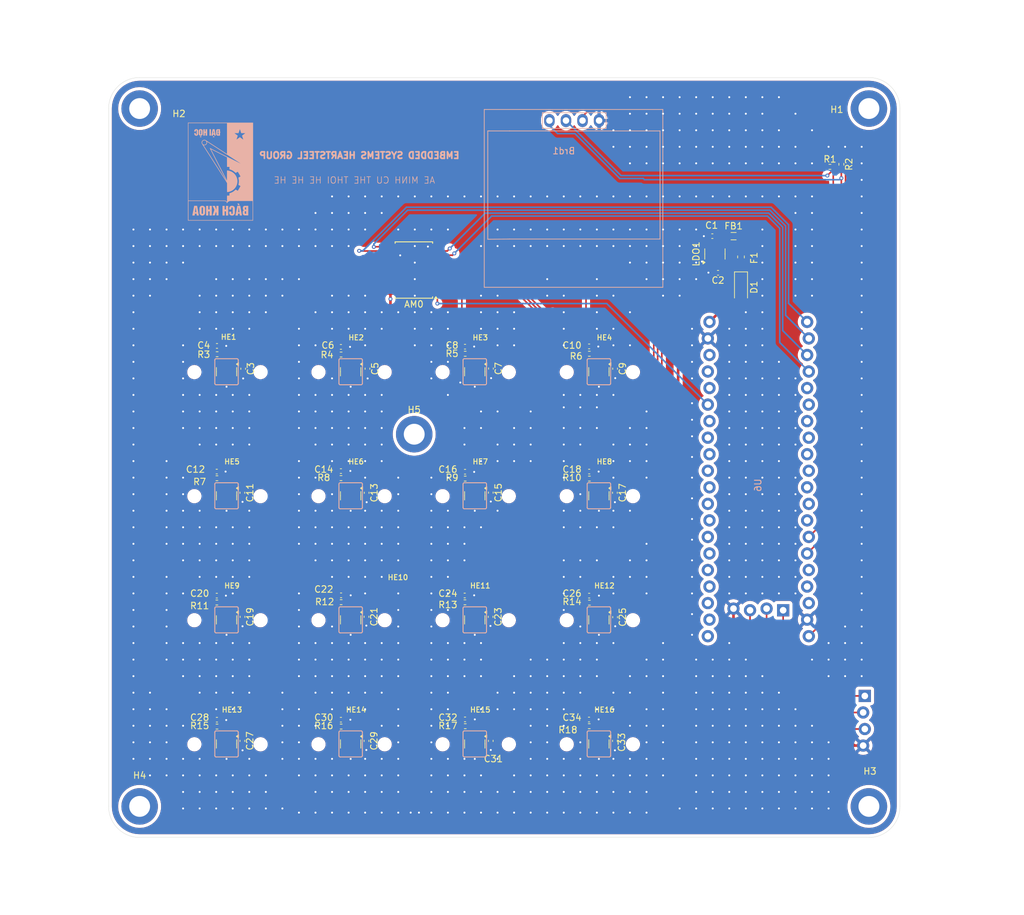
<source format=kicad_pcb>
(kicad_pcb (version 20241229) (generator "pcbnew") (generator_version "9.0")
  (layers (0 "F.Cu" signal) (2 "B.Cu" signal) (13 "F.Paste" user) (15 "B.Paste" user) (5 "F.SilkS" user "F.Silkscreen") (7 "B.SilkS" user "B.Silkscreen") (1 "F.Mask" user) (3 "B.Mask" user) (25 "Edge.Cuts" user))
  (net 0 "")
  (net 1 "+3.3VA")
  (net 2 "SELECT2")
  (net 3 "AM0:14")
  (net 4 "GND")
  (net 5 "AM0:12")
  (net 6 "AM0:2")
  (net 7 "AM0:11")
  (net 8 "SELECT3")
  (net 9 "AM0")
  (net 10 "AM0:1")
  (net 11 "AM0:0")
  (net 12 "AM0:10")
  (net 13 "AM0:6")
  (net 14 "AM0:15")
  (net 15 "AM0:13")
  (net 16 "AM0:7")
  (net 17 "AM0:8")
  (net 18 "AM0:5")
  (net 19 "SELECT0")
  (net 20 "AM0:3")
  (net 21 "SELECT1")
  (net 22 "AM0:9")
  (net 23 "AM0:4")
  (net 24 "+5V")
  (net 25 "Net-(D1-K)")
  (net 26 "Net-(F1-Pad2)")
  (net 28 "USB_D+")
  (net 32 "USB_D-")
  (net 34 "SWD_3.3V")
  (net 37 "SWDIO")
  (net 38 "SWCLK")
  (net 42 "NRST")
  (net 50 "FLASH_CS")
  (net 53 "PWR_SENSE")
  (net 54 "+3.3V_QWIIC")
  (net 56 "OLED_SCLK")
  (net 57 "OLED_SDA")
  (net 62 "Net-(HE1-OUT)")
  (net 63 "Net-(HE2-OUT)")
  (net 64 "Net-(HE3-OUT)")
  (net 65 "Net-(HE4-OUT)")
  (net 66 "Net-(HE5-OUT)")
  (net 67 "Net-(HE6-OUT)")
  (net 68 "Net-(HE7-OUT)")
  (net 69 "Net-(HE8-OUT)")
  (net 70 "Net-(HE9-OUT)")
  (net 71 "Net-(HE10-OUT)")
  (net 72 "Net-(HE11-OUT)")
  (net 73 "Net-(HE12-OUT)")
  (net 74 "Net-(HE13-OUT)")
  (net 75 "Net-(HE14-OUT)")
  (net 76 "Net-(HE15-OUT)")
  (net 77 "Net-(HE16-OUT)")
  (net 78 "Net-(LDO1-VI)")
  (footprint "PCM_marbastlib-xp-he:SW_MX_HE_0deg_1u" (layer "F.Cu") (at 170.636827 147.625058)
    (property "Reference" "HE14")
    (property "Value" "OH49E-S")
  )
  (footprint "Capacitor_SMD:C_0402_1005Metric" (layer "F.Cu") (at 172.95 109.005 -90)
    (property "Reference" "C13")
    (property "Value" "100n")
  )
  (footprint "Capacitor_SMD:C_0402_1005Metric" (layer "F.Cu") (at 207.1 124.8)
    (property "Reference" "C26")
    (property "Value" "100n")
  )
  (footprint "Capacitor_SMD:C_0402_1005Metric" (layer "F.Cu") (at 226 69.6 180)
    (property "Reference" "C1")
    (property "Value" "10u")
  )
  (footprint "PCM_marbastlib-xp-he:SW_MX_HE_0deg_1u" (layer "F.Cu") (at 189.686827 147.625058)
    (property "Reference" "HE15")
    (property "Value" "OH49E-S")
  )
  (footprint "Capacitor_SMD:C_0402_1005Metric" (layer "F.Cu") (at 207.095 86.525)
    (property "Reference" "C10")
    (property "Value" "100n")
  )
  (footprint "MountingHole:MountingHole_3.2mm_M3_DIN965_Pad" (layer "F.Cu") (at 138.1125 50.00625)
    (property "Reference" "H2")
    (property "Value" "MountingHole")
  )
  (footprint "Resistor_SMD:R_0402_1005Metric" (layer "F.Cu") (at 207.134999 106.825 180)
    (property "Reference" "R10")
    (property "Value" "10k")
  )
  (footprint "Capacitor_SMD:C_0402_1005Metric" (layer "F.Cu") (at 173.075 89.95 -90)
    (property "Reference" "C5")
    (property "Value" "100n")
  )
  (footprint "Package_SO:SSOP-24_5.3x8.2mm_P0.65mm" (layer "F.Cu") (at 180.2 74.8 180)
    (property "Reference" "AM0")
    (property "Value" "CD74HC4067SM")
  )
  (footprint "Capacitor_SMD:C_0402_1005Metric" (layer "F.Cu") (at 211.05 109 -90)
    (property "Reference" "C17")
    (property "Value" "100n")
  )
  (footprint "Resistor_SMD:R_0402_1005Metric" (layer "F.Cu") (at 188.075 106.825 180)
    (property "Reference" "R9")
    (property "Value" "10k")
  )
  (footprint "Capacitor_SMD:C_0402_1005Metric" (layer "F.Cu") (at 149.97 143.85)
    (property "Reference" "C28")
    (property "Value" "100n")
  )
  (footprint "Capacitor_SMD:C_0402_1005Metric" (layer "F.Cu") (at 149.945 105.75)
    (property "Reference" "C12")
    (property "Value" "100n")
  )
  (footprint "Capacitor_SMD:C_0402_1005Metric" (layer "F.Cu") (at 153.875 147.1 -90)
    (property "Reference" "C27")
    (property "Value" "100n")
  )
  (footprint "Resistor_SMD:R_0402_1005Metric" (layer "F.Cu") (at 244.05 58.95)
    (property "Reference" "R1")
    (property "Value" "2k2")
  )
  (footprint "" (layer "F.Cu") (at 249.146 147.82 90)
    (property "Reference" "")
    (property "Value" "")
  )
  (footprint "Capacitor_SMD:C_0402_1005Metric" (layer "F.Cu") (at 192 147.1 -90)
    (property "Reference" "C31")
    (property "Value" "100n")
  )
  (footprint "PCM_marbastlib-xp-he:SW_MX_HE_0deg_1u" (layer "F.Cu") (at 189.686827 90.475058)
    (property "Reference" "HE3")
    (property "Value" "OH49E-S")
  )
  (footprint "Capacitor_SMD:C_0402_1005Metric" (layer "F.Cu") (at 191.975 128.055 -90)
    (property "Reference" "C23")
    (property "Value" "100n")
  )
  (footprint "" (layer "F.Cu") (at 249.4 140.2 90)
    (property "Reference" "")
    (property "Value" "")
  )
  (footprint "Diode_SMD:D_SOD-123" (layer "F.Cu") (at 230.4 77.45 -90)
    (property "Reference" "D1")
    (property "Value" "B5819W")
  )
  (footprint "MountingHole:MountingHole_3.2mm_M3_DIN965_Pad" (layer "F.Cu") (at 250.03125 157.1625)
    (property "Reference" "H3")
    (property "Value" "MountingHole")
  )
  (footprint "MountingHole:MountingHole_3.2mm_M3_DIN965_Pad" (layer "F.Cu") (at 138.1125 157.1625)
    (property "Reference" "H4")
    (property "Value" "MountingHole")
  )
  (footprint "Inductor_SMD:L_0805_2012Metric" (layer "F.Cu") (at 229.2625 69.6)
    (property "Reference" "FB1")
    (property "Value" "100 @ 100 MHz")
  )
  (footprint "Resistor_SMD:R_0402_1005Metric" (layer "F.Cu") (at 169.034999 125.8 180)
    (property "Reference" "R12")
    (property "Value" "10k")
  )
  (footprint "PCM_marbastlib-xp-he:SW_MX_HE_0deg_1u" (layer "F.Cu") (at 208.736827 147.625058)
    (property "Reference" "HE16")
    (property "Value" "OH49E-S")
  )
  (footprint "Capacitor_SMD:C_0402_1005Metric" (layer "F.Cu") (at 207.075 143.825)
    (property "Reference" "C34")
    (property "Value" "100n")
  )
  (footprint "Capacitor_SMD:C_0402_1005Metric" (layer "F.Cu") (at 207.105 105.75)
    (property "Reference" "C18")
    (property "Value" "100n")
  )
  (footprint "PCM_marbastlib-xp-he:SW_MX_HE_0deg_1u" (layer "F.Cu") (at 170.636827 109.525058)
    (property "Reference" "HE6")
    (property "Value" "OH49E-S")
  )
  (footprint "PCM_marbastlib-xp-he:SW_MX_HE_0deg_1u" (layer "F.Cu") (at 208.736827 109.525058)
    (property "Reference" "HE8")
    (property "Value" "OH49E-S")
  )
  (footprint "Capacitor_SMD:C_0402_1005Metric" (layer "F.Cu") (at 149.98 86.45)
    (property "Reference" "C4")
    (property "Value" "100n")
  )
  (footprint "PCM_marbastlib-xp-he:SW_MX_HE_0deg_1u" (layer "F.Cu") (at 208.736827 128.575058)
    (property "Reference" "HE12")
    (property "Value" "OH49E-S")
  )
  (footprint "Capacitor_SMD:C_0402_1005Metric" (layer "F.Cu") (at 188.05 143.8)
    (property "Reference" "C32")
    (property "Value" "100n")
  )
  (footprint "Resistor_SMD:R_0402_1005Metric" (layer "F.Cu") (at 207.134999 125.875 180)
    (property "Reference" "R14")
    (property "Value" "10k")
  )
  (footprint "PCM_marbastlib-xp-he:SW_MX_HE_0deg_1u" (layer "F.Cu") (at 170.636827 90.475058)
    (property "Reference" "HE2")
    (property "Value" "OH49E-S")
  )
  (footprint "Capacitor_SMD:C_0402_1005Metric" (layer "F.Cu") (at 149.95 124.8)
    (property "Reference" "C20")
    (property "Value" "100n")
  )
  (footprint "Fuse:Fuse_0603_1608Metric" (layer "F.Cu") (at 230.4 72.787501 90)
    (property "Reference" "F1")
    (property "Value" "500mA")
  )
  (footprint "Resistor_SMD:R_0402_1005Metric" (layer "F.Cu") (at 245.8 58.559999 -90)
    (property "Reference" "R2")
    (property "Value" "2k2")
  )
  (footprint "PCM_marbastlib-xp-he:SW_MX_HE_0deg_1u" (layer "F.Cu") (at 151.586827 147.625058)
    (property "Reference" "HE13")
    (property "Value" "OH49E-S")
  )
  (footprint "PCM_marbastlib-xp-he:SW_MX_HE_0deg_1u" (layer "F.Cu") (at 170.636827 128.575058)
    (property "Reference" "HE10")
    (property "Value" "OH49E-S")
  )
  (footprint "Capacitor_SMD:C_0402_1005Metric" (layer "F.Cu") (at 188.05 105.775)
    (property "Reference" "C16")
    (property "Value" "100n")
  )
  (footprint "Capacitor_SMD:C_0402_1005Metric" (layer "F.Cu") (at 169 143.85)
    (property "Reference" "C30")
    (property "Value" "100n")
  )
  (footprint "PCM_marbastlib-xp-he:SW_MX_HE_0deg_1u" (layer "F.Cu") (at 208.736827 90.475058)
    (property "Reference" "HE4")
    (property "Value" "OH49E-S")
  )
  (footprint "Resistor_SMD:R_0402_1005Metric" (layer "F.Cu") (at 149.984999 144.9 180)
    (property "Reference" "R15")
    (property "Value" "10k")
  )
  (footprint "Resistor_SMD:R_0402_1005Metric" (layer "F.Cu") (at 188.034999 125.825 180)
    (property "Reference" "R13")
    (property "Value" "10k")
  )
  (footprint "Capacitor_SMD:C_0402_1005Metric" (layer "F.Cu") (at 211.075 128.1 -90)
    (property "Reference" "C25")
    (property "Value" "100n")
  )
  (footprint "PCM_marbastlib-xp-he:SW_MX_HE_0deg_1u" (layer "F.Cu") (at 151.586827 90.475058)
    (property "Reference" "HE1")
    (property "Value" "OH49E-S")
  )
  (footprint "Capacitor_SMD:C_0402_1005Metric" (layer "F.Cu") (at 188.045 86.575)
    (property "Reference" "C8")
    (property "Value" "100n")
  )
  (footprint "Capacitor_SMD:C_0402_1005Metric" (layer "F.Cu") (at 211.075 89.95 -90)
    (property "Reference" "C9")
    (property "Value" "100n")
  )
  (footprint "Capacitor_SMD:C_0402_1005Metric" (layer "F.Cu") (at 169.025 124.75)
    (property "Reference" "C22")
    (property "Value" "100n")
  )
  (footprint "PCM_marbastlib-xp-he:SW_MX_HE_0deg_1u" (layer "F.Cu") (at 151.586827 128.575058)
    (property "Reference" "HE9")
    (property "Value" "OH49E-S")
  )
  (footprint "Capacitor_SMD:C_0402_1005Metric" (layer "F.Cu") (at 172.925 147.1 -90)
    (property "Reference" "C29")
    (property "Value" "100n")
  )
  (footprint "Capacitor_SMD:C_0402_1005Metric" (layer "F.Cu") (at 169 86.6)
    (property "Reference" "C6")
    (property "Value" "100n")
  )
  (footprint "Capacitor_SMD:C_0402_1005Metric" (layer "F.Cu") (at 226.875 75.225 180)
    (property "Reference" "C2")
    (property "Value" "10u")
  )
  (footprint "Resistor_SMD:R_0402_1005Metric" (layer "F.Cu") (at 169.015001 106.75 180)
    (property "Reference" "R8")
    (property "Value" "10k")
  )
  (footprint "Resistor_SMD:R_0402_1005Metric" (layer "F.Cu") (at 188.084999 144.85 180)
    (property "Reference" "R17")
    (property "Value" "10k")
  )
  (footprint "MountingHole:MountingHole_3.2mm_M3_DIN965_Pad" (layer "F.Cu") (at 250.03125 50.00625)
    (property "Reference" "H1")
    (property "Value" "MountingHole")
  )
  (footprint "Capacitor_SMD:C_0402_1005Metric" (layer "F.Cu") (at 153.9 128.055 -90)
    (property "Reference" "C19")
    (property "Value" "100n")
  )
  (footprint "Package_TO_SOT_SMD:SOT-23-3" (layer "F.Cu") (at 226.4 72.3375 90)
    (property "Reference" "LDO1")
    (property "Value" "XC6206P332MR-G")
  )
  (footprint "MountingHole:MountingHole_3.2mm_M3_DIN965_Pad" (layer "F.Cu") (at 180.25 100.0125)
    (property "Reference" "H5")
    (property "Value" "MountingHole")
  )
  (footprint "PCM_marbastlib-xp-he:SW_MX_HE_0deg_1u" (layer "F.Cu") (at 151.586827 109.525058)
    (property "Reference" "HE5")
    (property "Value" "OH49E-S")
  )
  (footprint "Resistor_SMD:R_0402_1005Metric" (layer "F.Cu") (at 169.025 87.775 180)
    (property "Reference" "R4")
    (property "Value" "10k")
  )
  (footprint "" (layer "F.Cu") (at 249.146 142.74 90)
    (property "Reference" "")
    (property "Value" "")
  )
  (footprint "" (layer "F.Cu") (at 249.4 145.279999 90)
    (property "Reference" "")
    (property "Value" "")
  )
  (footprint "Capacitor_SMD:C_0402_1005Metric" (layer "F.Cu") (at 211.05 147.1 -90)
    (property "Reference" "C33" (hide yes))
    (property "Value" "100n")
  )
  (footprint "Capacitor_SMD:C_0402_1005Metric" (layer "F.Cu") (at 153.875 109 -90)
    (property "Reference" "C11")
    (property "Value" "100n")
  )
  (footprint "Resistor_SMD:R_0402_1005Metric" (layer "F.Cu") (at 150 87.725 180)
    (property "Reference" "R3")
    (property "Value" "10k")
  )
  (footprint "keypad_kicad:hust" (layer "F.Cu") (at 150.495 59.69)
    (property "Reference" "G***" (hide yes))
    (property "Value" "LOGO" (hide yes))
  )
  (footprint "Resistor_SMD:R_0402_1005Metric" (layer "F.Cu") (at 188.075 87.65 180)
    (property "Reference" "R5")
    (property "Value" "10k")
  )
  (footprint "Resistor_SMD:R_0402_1005Metric" (layer "F.Cu") (at 149.959999 125.85 180)
    (property "Reference" "R11")
    (property "Value" "10k")
  )
  (footprint "Capacitor_SMD:C_0402_1005Metric" (layer "F.Cu") (at 188 124.775)
    (property "Reference" "C24")
    (property "Value" "100n")
  )
  (footprint "Capacitor_SMD:C_0402_1005Metric" (layer "F.Cu") (at 154 89.955 -90)
    (property "Reference" "C3")
    (property "Value" "100n")
  )
  (footprint "Capacitor_SMD:C_0402_1005Metric" (layer "F.Cu") (at 172.925 128.045 -90)
    (property "Reference" "C21")
    (property "Value" "100n")
  )
  (footprint "PCM_marbastlib-xp-he:SW_MX_HE_0deg_1u" (layer "F.Cu") (at 189.686827 109.525058)
    (property "Reference" "HE7")
    (property "Value" "OH49E-S")
  )
  (footprint "Resistor_SMD:R_0402_1005Metric" (layer "F.Cu") (at 207.125 87.65 180)
    (property "Reference" "R6")
    (property "Value" "10k")
  )
  (footprint "Resistor_SMD:R_0402_1005Metric" (layer "F.Cu") (at 169.034999 144.9 180)
    (property "Reference" "R16")
    (property "Value" "10k")
  )
  (footprint "Capacitor_SMD:C_0402_1005Metric" (layer "F.Cu") (at 192 108.98 -90)
    (property "Reference" "C15")
    (property "Value" "100n")
  )
  (footprint "PCM_marbastlib-xp-he:SW_MX_HE_0deg_1u" (layer "F.Cu") (at 189.686827 128.575058)
    (property "Reference" "HE11")
    (property "Value" "OH49E-S")
  )
  (footprint "Resistor_SMD:R_0402_1005Metric" (layer "F.Cu") (at 149.975 106.775 180)
    (property "Reference" "R7")
    (property "Value" "10k")
  )
  (footprint "Resistor_SMD:R_0402_1005Metric" (layer "F.Cu") (at 207.109999 144.85 180)
    (property "Reference" "R18")
    (property "Value" "10k")
  )
  (footprint "Capacitor_SMD:C_0402_1005Metric" (layer "F.Cu") (at 169 105.675)
    (property "Reference" "C14")
    (property "Value" "100n")
  )
  (footprint "Capacitor_SMD:C_0402_1005Metric" (layer "F.Cu") (at 192.025 89.925 -90)
    (property "Reference" "C7")
    (property "Value" "100n")
  )
  (footprint "KiCad-SSD1306-128x64:128x64OLED" (layer "B.Cu") (at 205 62.45 180)
    (property "Reference" "Brd1")
    (property "Value" "SSD1306")
  )
  (footprint "kicad_blackpill:BlackPill_STLINK" (layer "B.Cu") (at 233.057 107.865 180)
    (property "Reference" "U6")
    (property "Value" "BlackPill_STLINK")
  )
  (gr_line (start 138.1125 45.24375) (end 250.03125 45.24375) (stroke (width 0.05)) (layer "Edge.Cuts"))
  (gr_arc (start 133.35 50.00625) (mid 134.744904 46.638654) (end 138.1125 45.24375) (stroke (width 0.05)) (layer "Edge.Cuts"))
  (gr_line (start 133.35 157.1625) (end 133.35 50.00625) (stroke (width 0.05)) (layer "Edge.Cuts"))
  (gr_arc (start 138.1125 161.925) (mid 134.744904 160.530096) (end 133.35 157.1625) (stroke (width 0.05)) (layer "Edge.Cuts"))
  (gr_arc (start 254.79375 157.1625) (mid 253.398846 160.530096) (end 250.03125 161.925) (stroke (width 0.05)) (layer "Edge.Cuts"))
  (gr_line (start 250.053023 161.925) (end 138.1125 161.925) (stroke (width 0.05)) (layer "Edge.Cuts"))
  (gr_line (start 254.79375 50.00625) (end 254.79375 157.1625) (stroke (width 0.05)) (layer "Edge.Cuts"))
  (gr_arc (start 250.03125 45.24375) (mid 253.398846 46.638654) (end 254.79375 50.00625) (stroke (width 0.05)) (layer "Edge.Cuts"))
  (gr_text "C33" (at 212.09 147.32 90) (layer "F.SilkS") (effects (font (size 1 1))))
  (gr_text "EMBEDDED SYSTEMS HEARTSTEEL GROUP" (at 187.325 57.785 0) (layer "B.SilkS") (effects (font (size 1 1) (thickness 0.25) (bold yes)) (justify left bottom mirror)))
  (gr_text "AE MINH CU THE THOI HE HE HE" (at 183.515 61.595 0) (layer "B.SilkS") (effects (font (size 1 1) (thickness 0.1)) (justify left bottom mirror)))
  (segment (start 220.75 82.5) (end 220.75 138.75) (width 0.4) (layer "F.Cu") (net 1))
  (segment (start 153.875 145.125) (end 158.5 140.5) (width 0.4) (layer "F.Cu") (net 1))
  (segment (start 193 145.5) (end 195.5 145.5) (width 0.4) (layer "F.Cu") (net 1))
  (segment (start 193.25 106) (end 195.75 106) (width 0.4) (layer "F.Cu") (net 1))
  (segment (start 180.5 105.5) (end 181.25 105.5) (width 0.4) (layer "F.Cu") (net 1))
  (segment (start 211.075 127.62) (end 211.075 127.175) (width 0.4) (layer "F.Cu") (net 1))
  (segment (start 217.75 157) (end 199.5 157) (width 0.4) (layer "F.Cu") (net 1))
  (segment (start 152.395405 146.628979) (end 153.866021 146.628979) (width 0.4) (layer "F.Cu") (net 1))
  (segment (start 209.545405 127.578979) (end 211.033979 127.578979) (width 0.4) (layer "F.Cu") (net 1))
  (segment (start 214.375 125.375) (end 216 127) (width 0.4) (layer "F.Cu") (net 1))
  (segment (start 215.9 89.65) (end 214.25 88) (width 0.4) (layer "F.Cu") (net 1))
  (segment (start 192 108.5) (end 192 107.25) (width 0.4) (layer "F.Cu") (net 1))
  (segment (start 177.75 87) (end 175.545 87) (width 0.4) (layer "F.Cu") (net 1))
  (segment (start 171.445405 89.478979) (end 173.066021 89.478979) (width 0.4) (layer "F.Cu") (net 1))
  (segment (start 227.355 75.225) (end 227.355 75.895) (width 0.4) (layer "F.Cu") (net 1))
  (segment (start 152.395405 127.578979) (end 153.896021 127.578979) (width 0.4) (layer "F.Cu") (net 1))
  (segment (start 195.75 106) (end 197.25 107.5) (width 0.4) (layer "F.Cu") (net 1))
  (segment (start 172.946021 108.528979) (end 172.95 108.525) (width 0.4) (layer "F.Cu") (net 1))
  (segment (start 211.05 108.52) (end 211.98 108.52) (width 0.4) (layer "F.Cu") (net 1))
  (segment (start 172.925 127.565) (end 172.925 126.325) (width 0.4) (layer "F.Cu") (net 1))
  (segment (start 152.395405 108.528979) (end 153.866021 108.528979) (width 0.4) (layer "F.Cu") (net 1))
  (segment (start 212.875 125.375) (end 214.375 125.375) (width 0.4) (layer "F.Cu") (net 1))
  (segment (start 197.25 110) (end 191.5 115.75) (width 0.4) (layer "F.Cu") (net 1))
  (segment (start 199.5 135.75) (end 199.5 133) (width 0.4) (layer "F.Cu") (net 1))
  (segment (start 196 88.25) (end 197 89.25) (width 0.4) (layer "F.Cu") (net 1))
  (segment (start 153.875 146.62) (end 153.875 145.125) (width 0.4) (layer "F.Cu") (net 1))
  (segment (start 176.75 87) (end 175.545 87) (width 0.4) (layer "F.Cu") (net 1))
  (segment (start 191.5 115.75) (end 180.25 115.75) (width 0.4) (layer "F.Cu") (net 1))
  (segment (start 196.75 149) (end 192.25 153.5) (width 0.4) (layer "F.Cu") (net 1))
  (segment (start 191.991021 89.478979) (end 192.025 89.445) (width 0.4) (layer "F.Cu") (net 1))
  (segment (start 193.22 88.25) (end 196 88.25) (width 0.4) (layer "F.Cu") (net 1))
  (segment (start 192 146.62) (end 192 146.5) (width 0.4) (layer "F.Cu") (net 1))
  (segment (start 199.5 157) (end 199.5 135.75) (width 0.4) (layer "F.Cu") (net 1))
  (segment (start 199.5 157) (end 180.25 157) (width 0.4) (layer "F.Cu") (net 1))
  (segment (start 195 93.75) (end 189.5 93.75) (width 0.4) (layer "F.Cu") (net 1))
  (segment (start 180.25 157) (end 164 157) (width 0.4) (layer "F.Cu") (net 1))
  (segment (start 214.875 107.375) (end 215.75 108.25) (width 0.4) (layer "F.Cu") (net 1))
  (segment (start 197.25 129) (end 197.25 127.25) (width 0.4) (layer "F.Cu") (net 1))
  (segment (start 192 146.5) (end 193 145.5) (width 0.4) (layer "F.Cu") (net 1))
  (segment (start 191.975 127.025) (end 191.975 127.575) (width 0.4) (layer "F.Cu") (net 1))
  (segment (start 216 129.5) (end 209.75 135.75) (width 0.4) (layer "F.Cu") (net 1))
  (segment (start 171.445405 127.578979) (end 172.911021 127.578979) (width 0.4) (layer "F.Cu") (net 1))
  (segment (start 215.9 92.1) (end 215.9 89.65) (width 0.4) (layer "F.Cu") (net 1))
  (segment (start 154 88.25) (end 158.5 83.75) (width 0.4) (layer "F.Cu") (net 1))
  (segment (start 180 91.25) (end 180 88.75) (width 0.4) (layer "F.Cu") (net 1))
  (segment (start 192 146.62) (end 190.504384 146.62) (width 0.4) (layer "F.Cu") (net 1))
  (segment (start 211.033979 127.578979) (end 211.075 127.62) (width 0.4) (layer "F.Cu") (net 1))
  (segment (start 211.075 88.675) (end 211.075 89.47) (width 0.4) (layer "F.Cu") (net 1))
  (segment (start 209.545405 108.528979) (end 211.041021 108.528979) (width 0.4) (layer "F.Cu") (net 1))
  (segment (start 176.6 86.85) (end 176.75 87) (width 0.4) (layer "F.Cu") (net 1))
  (segment (start 178.25 87) (end 177.75 87) (width 0.4) (layer "F.Cu") (net 1))
  (segment (start 154 89.475) (end 154 88.25) (width 0.4) (layer "F.Cu") (net 1))
  (segment (start 180.25 153.5) (end 180.25 138) (width 0.4) (layer "F.Cu") (net 1))
  (segment (start 197 91.75) (end 195 93.75) (width 0.4) (layer "F.Cu") (net 1))
  (segment (start 190.495405 89.478979) (end 191.991021 89.478979) (width 0.4) (layer "F.Cu") (net 1))
  (segment (start 153.875 108.52) (end 153.875 107.125) (width 0.4) (layer "F.Cu") (net 1))
  (segment (start 192.75 133.5) (end 197.25 129) (width 0.4) (layer "F.Cu") (net 1))
  (segment (start 152.395405 89.478979) (end 153.996021 89.478979) (width 0.4) (layer "F.Cu") (net 1))
  (segment (start 211.041021 108.528979) (end 211.05 108.52) (width 0.4) (layer "F.Cu") (net 1))
  (segment (start 175.975 105.5) (end 181.25 105.5) (width 0.4) (layer "F.Cu") (net 1))
  (segment (start 153.866021 108.528979) (end 153.875 108.52) (width 0.4) (layer "F.Cu") (net 1))
  (segment (start 209.545405 89.478979) (end 211.066021 89.478979) (width 0.4) (layer "F.Cu") (net 1))
  (segment (start 211.05 144.2) (end 216.5 138.75) (width 0.4) (layer "F.Cu") (net 1))
  (segment (start 216.5 138.75) (end 220.75 138.75) (width 0.4) (layer "F.Cu") (net 1))
  (segment (start 220.75 154) (end 217.75 157) (width 0.4) (layer "F.Cu") (net 1))
  (segment (start 171.445405 146.628979) (end 172.916021 146.628979) (width 0.4) (layer "F.Cu") (net 1))
  (segment (start 227.355 75.895) (end 220.75 82.5) (width 0.4) (layer "F.Cu") (net 1))
  (segment (start 201.5 116.5) (end 201.5 97.5) (width 0.4) (layer "F.Cu") (net 1))
  (segment (start 190.495405 108.528979) (end 191.971021 108.528979) (width 0.4) (layer "F.Cu") (net 1))
  (segment (start 182.75 105.5) (end 186 102.25) (width 0.4) (layer "F.Cu") (net 1))
  (segment (start 199.5 133) (end 201.5 131) (width 0.4) (layer "F.Cu") (net 1))
  (segment (start 164 157) (end 158.5 151.5) (width 0.4) (layer "F.Cu") (net 1))
  (segment (start 158.5 89.5) (end 158.5 89.25) (width 0.4) (layer "F.Cu") (net 1))
  (segment (start 210 116.5) (end 201.5 116.5) (width 0.4) (layer "F.Cu") (net 1))
  (segment (start 172.916021 146.628979) (end 172.925 146.62) (width 0.4) (layer "F.Cu") (net 1))
  (segment (start 211.075 127.175) (end 212.875 125.375) (width 0.4) (layer "F.Cu") (net 1))
  (segment (start 209.75 135.75) (end 199.5 135.75) (width 0.4) (layer "F.Cu") (net 1))
  (segment (start 173.066021 89.478979) (end 173.075 89.47) (width 0.4) (layer "F.Cu") (net 1))
  (segment (start 196 126) (end 193 126) (width 0.4) (layer "F.Cu") (net 1))
  (segment (start 211.98 108.52) (end 213.125 107.375) (width 0.4) (layer "F.Cu") (net 1))
  (segment (start 190.495405 127.578979) (end 191.971021 127.578979) (width 0.4) (layer "F.Cu") (net 1))
  (segment (start 186 102.25) (end 186 97.25) (width 0.4) (layer "F.Cu") (net 1))
  (segment (start 191.971021 108.528979) (end 192 108.5) (width 0.4) (layer "F.Cu") (net 1))
  (segment (start 201.5 97.5) (end 210.5 97.5) (width 0.4) (layer "F.Cu") (net 1))
  (segment (start 158.5 89.5) (end 158.5 83.75) (width 0.4) (layer "F.Cu") (net 1))
  (segment (start 180.25 133.5) (end 192.75 133.5) (width 0.4) (layer "F.Cu") (net 1))
  (segment (start 153.9 127.575) (end 153.9 125.85) (width 0.4) (layer "F.Cu") (net 1))
  (segment (start 201.5 131) (end 201.5 116.5) (width 0.4) (layer "F.Cu") (net 1))
  (segment (start 211.05 146.62) (end 211.05 144.2) (width 0.4) (layer "F.Cu") (net 1))
  (segment (start 180.25 157) (end 180.25 153.5) (width 0.4) (layer "F.Cu") (net 1))
  (segment (start 158.5 102.5) (end 158.5 89.5) (width 0.4) (layer "F.Cu") (net 1))
  (segment (start 153.875 107.125) (end 158.5 102.5) (width 0.4) (layer "F.Cu") (net 1))
  (segment (start 172.925 126.325) (end 180.25 119) (width 0.4) (layer "F.Cu") (net 1))
  (segment (start 176.6 79.25) (end 176.6 86.85) (width 0.4) (layer "F.Cu") (net 1))
  (segment (start 211.066021 89.478979) (end 211.075 89.47) (width 0.4) (layer "F.Cu") (net 1))
  (segment (start 197.25 107.5) (end 197.25 110) (width 0.4) (layer "F.Cu") (net 1))
  (segment (start 171.445405 108.528979) (end 172.946021 108.528979) (width 0.4) (layer "F.Cu") (net 1))
  (segment (start 153.896021 127.578979) (end 153.9 127.575) (width 0.4) (layer "F.Cu") (net 1))
  (segment (start 220.75 138.75) (end 220.75 154) (width 0.4) (layer "F.Cu") (net 1))
  (segment (start 180.25 119) (end 180.25 115.75) (width 0.4) (layer "F.Cu") (net 1))
  (segment (start 189.5 93.75) (end 186 97.25) (width 0.4) (layer "F.Cu") (net 1))
  (segment (start 191.971021 127.578979) (end 191.975 127.575) (width 0.4) (layer "F.Cu") (net 1))
  (segment (start 211.041021 146.628979) (end 211.05 146.62) (width 0.4) (layer "F.Cu") (net 1))
  (segment (start 192.25 153.5) (end 180.25 153.5) (width 0.4) (layer "F.Cu") (net 1))
  (segment (start 213.125 107.375) (end 214.875 107.375) (width 0.4) (layer "F.Cu") (net 1))
  (segment (start 192 107.25) (end 193.25 106) (width 0.4) (layer "F.Cu") (net 1))
  (segment (start 197 89.25) (end 197 91.75) (width 0.4) (layer "F.Cu") (net 1))
  (segment (start 172.925 146.62) (end 172.925 145.325) (width 0.4) (layer "F.Cu") (net 1))
  (segment (start 158.5 121.25) (end 158.5 102.5) (width 0.4) (layer "F.Cu") (net 1))
  (segment (start 180.25 115.75) (end 180.25 105.75) (width 0.4) (layer "F.Cu") (net 1))
  (segment (start 186 97.25) (end 180 91.25) (width 0.4) (layer "F.Cu") (net 1))
  (segment (start 180.25 138) (end 180.25 133.5) (width 0.4) (layer "F.Cu") (net 1))
  (segment (start 175.545 87) (end 173.075 89.47) (width 0.4) (layer "F.Cu") (net 1))
  (segment (start 153.9 125.85) (end 158.5 121.25) (width 0.4) (layer "F.Cu") (net 1))
  (segment (start 215.75 108.25) (end 215.75 110.75) (width 0.4) (layer "F.Cu") (net 1))
  (segment (start 172.925 145.325) (end 180.25 138) (width 0.4) (layer "F.Cu") (net 1))
  (segment (start 197.25 127.25) (end 196 126) (width 0.4) (layer "F.Cu") (net 1))
  (segment (start 214.25 88) (end 211.75 88) (width 0.4) (layer "F.Cu") (net 1))
  (segment (start 211.75 88) (end 211.075 88.675) (width 0.4) (layer "F.Cu") (net 1))
  (segment (start 158.5 140.5) (end 158.5 121.25) (width 0.4) (layer "F.Cu") (net 1))
  (segment (start 195.5 145.5) (end 196.75 146.75) (width 0.4) (layer "F.Cu") (net 1))
  (segment (start 180.25 105.75) (end 180.5 105.5) (width 0.4) (layer "F.Cu") (net 1))
  (segment (start 180 88.75) (end 178.25 87) (width 0.4) (layer "F.Cu") (net 1))
  (segment (start 193 126) (end 191.975 127.025) (width 0.4) (layer "F.Cu") (net 1))
  (segment (start 177.75 87) (end 176.75 87) (width 0.4) (layer "F.Cu") (net 1))
  (segment (start 172.911021 127.578979) (end 172.925 127.565) (width 0.4) (layer "F.Cu") (net 1))
  (segment (start 180.25 133.5) (end 180.25 119) (width 0.4) (layer "F.Cu") (net 1))
  (segment (start 201.5 97.5) (end 201.5 81.25) (width 0.4) (layer "F.Cu") (net 1))
  (segment (start 209.545405 146.628979) (end 211.041021 146.628979) (width 0.4) (layer "F.Cu") (net 1))
  (segment (start 176.6 78.375) (end 176.6 79.25) (width 0.4) (layer "F.Cu") (net 1))
  (segment (start 158.5 151.5) (end 158.5 140.5) (width 0.4) (layer "F.Cu") (net 1))
  (segment (start 192.025 89.445) (end 193.22 88.25) (width 0.4) (layer "F.Cu") (net 1))
  (segment (start 196.75 146.75) (end 196.75 149) (width 0.4) (layer "F.Cu") (net 1))
  (segment (start 153.866021 146.628979) (end 153.875 146.62) (width 0.4) (layer "F.Cu") (net 1))
  (segment (start 216 127) (end 216 129.5) (width 0.4) (layer "F.Cu") (net 1))
  (segment (start 190.504384 146.62) (end 190.495405 146.628979) (width 0.4) (layer "F.Cu") (net 1))
  (segment (start 172.95 108.525) (end 175.975 105.5) (width 0.4) (layer "F.Cu") (net 1))
  (segment (start 210.5 97.5) (end 215.9 92.1) (width 0.4) (layer "F.Cu") (net 1))
  (segment (start 181.25 105.5) (end 182.75 105.5) (width 0.4) (layer "F.Cu") (net 1))
  (segment (start 215.75 110.75) (end 210 116.5) (width 0.4) (layer "F.Cu") (net 1))
  (via (at 176.6 79.25) (size 0.6) (drill 0.3) (layers "F.Cu" "B.Cu") (net 1))
  (segment (start 176.6 71.875) (end 171.825 71.875) (width 0.25) (layer "F.Cu") (net 2))
  (segment (start 171.825 71.875) (end 171.8 71.85) (width 0.25) (layer "F.Cu") (net 2))
  (via (at 171.8 71.85) (size 0.6) (drill 0.3) (layers "F.Cu" "B.Cu") (net 2))
  (segment (start 235.02424 65.16081) (end 237.7 67.83657) (width 0.25) (layer "B.Cu") (net 2))
  (segment (start 172.7 71.51219) (end 179.05138 65.16081) (width 0.25) (layer "B.Cu") (net 2))
  (segment (start 237.7 79.915) (end 240.55 82.765) (width 0.25) (layer "B.Cu") (net 2))
  (segment (start 179.05138 65.16081) (end 235.02424 65.16081) (width 0.25) (layer "B.Cu") (net 2))
  (segment (start 172.36219 71.85) (end 174.156095 70.056095) (width 0.25) (layer "B.Cu") (net 2))
  (segment (start 171.8 71.85) (end 172.36219 71.85) (width 0.25) (layer "B.Cu") (net 2))
  (segment (start 237.7 67.83657) (end 237.7 79.915) (width 0.25) (layer "B.Cu") (net 2))
  (segment (start 140.743905 117.793905) (end 140.743905 80.843905) (width 0.25) (layer "F.Cu") (net 3))
  (segment (start 147.75 124.8) (end 140.743905 117.793905) (width 0.25) (layer "F.Cu") (net 3))
  (segment (start 147.762811 73.824999) (end 176.6 73.824999) (width 0.25) (layer "F.Cu") (net 3))
  (segment (start 149.449999 125.85) (end 149.449999 124.820001) (width 0.25) (layer "F.Cu") (net 3))
  (segment (start 140.743905 80.843905) (end 147.762811 73.824999) (width 0.25) (layer "F.Cu") (net 3))
  (segment (start 149.449999 124.820001) (end 149.47 124.8) (width 0.25) (layer "F.Cu") (net 3))
  (segment (start 149.47 124.8) (end 147.75 124.8) (width 0.25) (layer "F.Cu") (net 3))
  (segment (start 153.9 128.535) (end 153.9 129.5) (width 0.4) (layer "F.Cu") (net 4))
  (segment (start 189.545406 129.453979) (end 189.545406 130.816479) (width 0.4) (layer "F.Cu") (net 4))
  (segment (start 170.495406 148.503979) (end 170.495406 149.866479) (width 0.4) (layer "F.Cu") (net 4))
  (segment (start 208.475 86.525) (end 208.5 86.55) (width 0.4) (layer "F.Cu") (net 4))
  (segment (start 188.48 124.775) (end 189.425 124.775) (width 0.4) (layer "F.Cu") (net 4))
  (segment (start 172.925 129.375) (end 172.9 129.4) (width 0.4) (layer "F.Cu") (net 4))
  (segment (start 189.425 124.775) (end 189.45 124.75) (width 0.4) (layer "F.Cu") (net 4))
  (segment (start 172.925 128.525) (end 172.925 129.375) (width 0.4) (layer "F.Cu") (net 4))
  (segment (start 208.595406 91.353979) (end 208.595406 92.716479) (width 0.4) (layer "F.Cu") (net 4))
  (segment (start 182.375 71.225) (end 182.35 71.2) (width 0.4) (layer "F.Cu") (net 4))
  (segment (start 188.53 105.775) (end 189.425 105.775) (width 0.4) (layer "F.Cu") (net 4))
  (segment (start 189.425 86.575) (end 189.45 86.55) (width 0.4) (layer "F.Cu") (net 4))
  (segment (start 192.05 91.4) (end 192.05 90.43) (width 0.4) (layer "F.Cu") (net 4))
  (segment (start 153.875 147.58) (end 153.875 148.525) (width 0.4) (layer "F.Cu") (net 4))
  (segment (start 208.595406 148.503979) (end 208.595406 149.866479) (width 0.4) (layer "F.Cu") (net 4))
  (segment (start 225.425 75.225) (end 225.4 75.2) (width 0.4) (layer "F.Cu") (net 4))
  (segment (start 153.875 148.525) (end 153.9 148.55) (width 0.4) (layer "F.Cu") (net 4))
  (segment (start 154 90.435) (end 154 91.45) (width 0.4) (layer "F.Cu") (net 4))
  (segment (start 178.075 72.525) (end 178.1 72.55) (width 0.4) (layer "F.Cu") (net 4))
  (segment (start 172.95 109.485) (end 172.95 110.45) (width 0.4) (layer "F.Cu") (net 4))
  (segment (start 169.505 124.75) (end 170.5 124.75) (width 0.4) (layer "F.Cu") (net 4))
  (segment (start 192 109.46) (end 192 110.35) (width 0.4) (layer "F.Cu") (net 4))
  (segment (start 192 147.58) (end 192 148.5) (width 0.4) (layer "F.Cu") (net 4))
  (segment (start 208.595406 129.453979) (end 208.595406 130.816479) (width 0.4) (layer "F.Cu") (net 4))
  (segment (start 211.075 129.475) (end 211.1 129.5) (width 0.4) (layer "F.Cu") (net 4))
  (segment (start 169.48 86.6) (end 170.4 86.6) (width 0.4) (layer "F.Cu") (net 4))
  (segment (start 151.445406 91.353979) (end 151.445406 92.716479) (width 0.4) (layer "F.Cu") (net 4))
  (segment (start 176.600001 72.525) (end 178.075 72.525) (width 0.4) (layer "F.Cu") (net 4))
  (segment (start 151.445406 148.503979) (end 151.445406 149.866479) (width 0.4) (layer "F.Cu") (net 4))
  (segment (start 172.925 148.475) (end 172.9 148.5) (width 0.4) (layer "F.Cu") (net 4))
  (segment (start 151.445406 129.453979) (end 151.445406 130.816479) (width 0.4) (layer "F.Cu") (net 4))
  (segment (start 170.495406 129.453979) (end 170.495406 130.816479) (width 0.4) (layer "F.Cu") (net 4))
  (segment (start 170.425 105.675) (end 170.45 105.65) (width 0.4) (layer "F.Cu") (net 4))
  (segment (start 169.48 143.85) (end 170.45 143.85) (width 0.4) (layer "F.Cu") (net 4))
  (segment (start 211.075 91.375) (end 211.1 91.4) (width 0.4) (layer "F.Cu") (net 4))
  (segment (start 207.555 143.825) (end 208.525 143.825) (width 0.4) (layer "F.Cu") (net 4))
  (segment (start 207.585 105.75) (end 208.55 105.75) (width 0.4) (layer "F.Cu") (net 4))
  (segment (start 150.45 143.85) (end 151.35 143.85) (width 0.4) (layer "F.Cu") (net 4))
  (segment (start 150.425 105.75) (end 151.3 105.75) (width 0.4) (layer "F.Cu") (net 4))
  (segment (start 189.425 105.775) (end 189.45 105.8) (width 0.4) (layer "F.Cu") (net 4))
  (segment (start 170.495406 110.403979) (end 170.495406 111.766479) (width 0.4) (layer "F.Cu") (net 4))
  (segment (start 211.075 90.43) (end 211.075 91.375) (width 0.4) (layer "F.Cu") (net 4))
  (segment (start 226.395 75.225) (end 225.425 75.225) (width 0.4) (layer "F.Cu") (net 4))
  (segment (start 153.875 109.48) (end 153.875 110.375) (width 0.4) (layer "F.Cu") (net 4))
  (segment (start 191.975 128.535) (end 191.975 129.425) (width 0.4) (layer "F.Cu") (net 4))
  (segment (start 225.45 73.475) (end 224.425 73.475) (width 0.4) (layer "F.Cu") (net 4))
  (segment (start 211.05 109.48) (end 211.05 110.45) (width 0.4) (layer "F.Cu") (net 4))
  (segment (start 207.58 124.8) (end 208.6 124.8) (width 0.4) (layer "F.Cu") (net 4))
  (segment (start 211.075 128.58) (end 211.075 129.475) (width 0.4) (layer "F.Cu") (net 4))
  (segment (start 153.875 110.375) (end 153.9 110.4) (width 0.4) (layer "F.Cu") (net 4))
  (segment (start 183.8 71.225) (end 182.375 71.225) (width 0.4) (layer "F.Cu") (net 4))
  (segment (start 173.1 90.455) (end 173.075 90.43) (width 0.4) (layer "F.Cu") (net 4))
  (segment (start 189.545406 148.503979) (end 189.545406 149.866479) (width 0.4) (layer "F.Cu") (net 4))
  (segment (start 170.495406 91.353979) (end 170.495406 92.716479) (width 0.4) (layer "F.Cu") (net 4))
  (segment (start 208.525 143.825) (end 208.55 143.8) (width 0.4) (layer "F.Cu") (net 4))
  (segment (start 151.445406 110.403979) (end 151.445406 111.766479) (width 0.4) (layer "F.Cu") (net 4))
  (segment (start 173.1 91.45) (end 173.1 90.455) (width 0.4) (layer "F.Cu") (net 4))
  (segment (start 247.816923 147.82) (end 249.146 147.82) (width 0.4) (layer "F.Cu") (net 4))
  (segment (start 151.35 124.8) (end 150.43 124.8) (width 0.4) (layer "F.Cu") (net 4))
  (segment (start 192.05 90.43) (end 192.025 90.405) (width 0.4) (layer "F.Cu") (net 4))
  (segment (start 225.52 69.6) (end 224.7 69.6) (width 0.4) (layer "F.Cu") (net 4))
  (segment (start 208.595406 110.403979) (end 208.595406 111.766479) (width 0.4) (layer "F.Cu") (net 4))
  (segment (start 172.925 147.58) (end 172.925 148.475) (width 0.4) (layer "F.Cu") (net 4))
  (segment (start 229.247 129.250077) (end 247.816923 147.82) (width 0.4) (layer "F.Cu") (net 4))
  (segment (start 211.05 147.58) (end 211.05 148.55) (width 0.4) (layer "F.Cu") (net 4))
  (segment (start 188.525 86.575) (end 189.425 86.575) (width 0.4) (layer "F.Cu") (net 4))
  (segment (start 188.53 143.8) (end 189.55 143.8) (width 0.4) (layer "F.Cu") (net 4))
  (segment (start 189.545406 110.403979) (end 189.545406 111.766479) (width 0.4) (layer "F.Cu") (net 4))
  (segment (start 169.48 105.675) (end 170.425 105.675) (width 0.4) (layer "F.Cu") (net 4))
  (segment (start 191.975 129.425) (end 191.95 129.45) (width 0.4) (layer "F.Cu") (net 4))
  (segment (start 151.35 143.85) (end 151.4 143.9) (width 0.4) (layer "F.Cu") (net 4))
  (segment (start 150.46 86.45) (end 151.4 86.45) (width 0.4) (layer "F.Cu") (net 4))
  (segment (start 229.247 126.788) (end 229.247 129.250077) (width 0.4) (layer "F.Cu") (net 4))
  (segment (start 189.545406 91.353979) (end 189.545406 92.716479) (width 0.4) (layer "F.Cu") (net 4))
  (segment (start 224.425 73.475) (end 224.4 73.5) (width 0.4) (layer "F.Cu") (net 4))
  (segment (start 207.575 86.525) (end 208.475 86.525) (width 0.4) (layer "F.Cu") (net 4))
  (via (at 211.05 148.55) (size 0.6) (drill 0.3) (layers "F.Cu" "B.Cu") (net 4))
  (via (at 160.02 68.58) (size 0.6) (drill 0.3) (layers "F.Cu" "B.Cu") (net 4))
  (via (at 203.2 154.94) (size 0.6) (drill 0.3) (layers "F.Cu" "B.Cu") (net 4))
  (via (at 210.82 101.6) (size 0.6) (drill 0.3) (layers "F.Cu" "B.Cu") (net 4))
  (via (at 231.14 91.44) (size 0.6) (drill 0.3) (layers "F.Cu" "B.Cu") (net 4))
  (via (at 190.5 114.3) (size 0.6) (drill 0.3) (layers "F.Cu" "B.Cu") (net 4))
  (via (at 228.6 116.84) (size 0.6) (drill 0.3) (layers "F.Cu" "B.Cu") (net 4))
  (via (at 172.72 124.46) (size 0.6) (drill 0.3) (layers "F.Cu" "B.Cu") (net 4))
  (via (at 238.76 91.44) (size 0.6) (drill 0.3) (layers "F.Cu" "B.Cu") (net 4))
  (via (at 162.56 124.46) (size 0.6) (drill 0.3) (layers "F.Cu" "B.Cu") (net 4))
  (via (at 210.82 63.5) (size 0.6) (drill 0.3) (layers "F.Cu" "B.Cu") (net 4))
  (via (at 165.1 139.7) (size 0.6) (drill 0.3) (layers "F.Cu" "B.Cu") (net 4))
  (via (at 241.3 134.62) (size 0.6) (drill 0.3) (layers "F.Cu" "B.Cu") (net 4))
  (via (at 213.36 152.4) (size 0.6) (drill 0.3) (layers "F.Cu" "B.Cu") (net 4))
  (via (at 162.56 114.3) (size 0.6) (drill 0.3) (layers "F.Cu" "B.Cu") (net 4))
  (via (at 142.24 73.66) (size 0.6) (drill 0.3) (layers "F.Cu" "B.Cu") (net 4))
  (via (at 137.16 71.12) (size 0.6) (drill 0.3) (layers "F.Cu" "B.Cu") (net 4))
  (via (at 154.94 101.6) (size 0.6) (drill 0.3) (layers "F.Cu" "B.Cu") (net 4))
  (via (at 152.4 139.7) (size 0.6) (drill 0.3) (layers "F.Cu" "B.Cu") (net 4))
  (via (at 144.78 149.86) (size 0.6) (drill 0.3) (layers "F.Cu" "B.Cu") (net 4))
  (via (at 177.8 127) (size 0.6) (drill 0.3) (layers "F.Cu" "B.Cu") (net 4))
  (via (at 248.92 99.06) (size 0.6) (drill 0.3) (layers "F.Cu" "B.Cu") (net 4))
  (via (at 154.94 81.28) (size 0.6) (drill 0.3) (layers "F.Cu" "B.Cu") (net 4))
  (via (at 233.68 58.42) (size 0.6) (drill 0.3) (layers "F.Cu" "B.Cu") (net 4))
  (via (at 233.68 50.8) (size 0.6) (drill 0.3) (layers "F.Cu" "B.Cu") (net 4))
  (via (at 198.12 154.94) (size 0.6) (drill 0.3) (layers "F.Cu" "B.Cu") (net 4))
  (via (at 137.16 83.82) (size 0.6) (drill 0.3) (layers "F.Cu" "B.Cu") (net 4))
  (via (at 248.92 83.82) (size 0.6) (drill 0.3) (layers "F.Cu" "B.Cu") (net 4))
  (via (at 208.28 137.16) (size 0.6) (drill 0.3) (layers "F.Cu" "B.Cu") (net 4))
  (via (at 231.14 149.86) (size 0.6) (drill 0.3) (layers "F.Cu" "B.Cu") (net 4))
  (via (at 233.68 83.82) (size 0.6) (drill 0.3) (layers "F.Cu" "B.Cu") (net 4))
  (via (at 223.52 76.2) (size 0.6) (drill 0.3) (layers "F.Cu" "B.Cu") (net 4))
  (via (at 172.72 106.68) (size 0.6) (drill 0.3) (layers "F.Cu" "B.Cu") (net 4))
  (via (at 193.04 104.14) (size 0.6) (drill 0.3) (layers "F.Cu" "B.Cu") (net 4))
  (via (at 190.5 81.28) (size 0.6) (drill 0.3) (layers "F.Cu" "B.Cu") (net 4))
  (via (at 195.58 154.94) (size 0.6) (drill 0.3) (layers "F.Cu" "B.Cu") (net 4))
  (via (at 243.84 134.62) (size 0.6) (drill 0.3) (layers "F.Cu" "B.Cu") (net 4))
  (via (at 189.45 124.75) (size 0.6) (drill 0.3) (layers "F.Cu" "B.Cu") (net 4))
  (via (at 203.2 152.4) (size 0.6) (drill 0.3) (layers "F.Cu" "B.Cu") (net 4))
  (via (at 226.06 48.26) (size 0.6) (drill 0.3) (layers "F.Cu" "B.Cu") (net 4))
  (via (at 223.52 71.12) (size 0.6) (drill 0.3) (layers "F.Cu" "B.Cu") (net 4))
  (via (at 231.14 142.24) (size 0.6) (drill 0.3) (layers "F.Cu" "B.Cu") (net 4))
  (via (at 231.14 154.94) (size 0.6) (drill 0.3) (layers "F.Cu" "B.Cu") (net 4))
  (via (at 180.34 78.74) (size 0.6) (drill 0.3) (layers "F.Cu" "B.Cu") (net 4))
  (via (at 213.36 73.66) (size 0.6) (drill 0.3) (layers "F.Cu" "B.Cu") (net 4))
  (via (at 165.1 111.76) (size 0.6) (drill 0.3) (layers "F.Cu" "B.Cu") (net 4))
  (via (at 238.76 154.94) (size 0.6) (drill 0.3) (layers "F.Cu" "B.Cu") (net 4))
  (via (at 248.92 58.42) (size 0.6) (drill 0.3) (layers "F.Cu" "B.Cu") (net 4))
  (via (at 152.4 121.92) (size 0.6) (drill 0.3) (layers "F.Cu" "B.Cu") (net 4))
  (via (at 152.4 101.6) (size 0.6) (drill 0.3) (layers "F.Cu" "B.Cu") (net 4))
  (via (at 238.76 101.6) (size 0.6) (drill 0.3) (layers "F.Cu" "B.Cu") (net 4))
  (via (at 241.3 58.42) (size 0.6) (drill 0.3) (layers "F.Cu" "B.Cu") (net 4))
  (via (at 139.7 144.78) (size 0.6) (drill 0.3) (layers "F.Cu" "B.Cu") (net 4))
  (via (at 205.74 99.06) (size 0.6) (drill 0.3) (layers "F.Cu" "B.Cu") (net 4))
  (via (at 238.76 124.46) (size 0.6) (drill 0.3) (layers "F.Cu" "B.Cu") (net 4))
  (via (at 200.66 78.74) (size 0.6) (drill 0.3) (layers "F.Cu" "B.Cu") (net 4))
  (via (at 165.1 132.08) (size 0.6) (drill 0.3) (layers "F.Cu" "B.Cu") (net 4))
  (via (at 172.9 148.5) (size 0.6) (drill 0.3) (layers "F.Cu" "B.Cu") (net 4))
  (via (at 215.9 73.66) (size 0.6) (drill 0.3) (layers "F.Cu" "B.Cu") (net 4))
  (via (at 144.78 119.38) (size 0.6) (drill 0.3) (layers "F.Cu" "B.Cu") (net 4))
  (via (at 167.64 68.58) (size 0.6) (drill 0.3) (layers "F.Cu" "B.Cu") (net 4))
  (via (at 233.68 104.14) (size 0.6) (drill 0.3) (layers "F.Cu" "B.Cu") (net 4))
  (via (at 205.74 139.7) (size 0.6) (drill 0.3) (layers "F.Cu" "B.Cu") (net 4))
  (via (at 152.4 116.84) (size 0.6) (drill 0.3) (layers "F.Cu" "B.Cu") (net 4))
  (via (at 172.72 149.86) (size 0.6) (drill 0.3) (layers "F.Cu" "B.Cu") (net 4))
  (via (at 137.16 88.9) (size 0.6) (drill 0.3) (layers "F.Cu" "B.Cu") (net 4))
  (via (at 241.3 53.34) (size 0.6) (drill 0.3) (layers "F.Cu" "B.Cu") (net 4))
  (via (at 238.76 93.98) (size 0.6) (drill 0.3) (layers "F.Cu" "B.Cu") (net 4))
  (via (at 182.88 81.28) (size 0.6) (drill 0.3) (layers "F.Cu" "B.Cu") (net 4))
  (via (at 177.8 149.86) (size 0.6) (drill 0.3) (layers "F.Cu" "B.Cu") (net 4))
  (via (at 172.72 142.24) (size 0.6) (drill 0.3) (layers "F.Cu" "B.Cu") (net 4))
  (via (at 167.64 121.92) (size 0.6) (drill 0.3) (layers "F.Cu" "B.Cu") (net 4))
  (via (at 177.8 124.46) (size 0.6) (drill 0.3) (layers "F.Cu" "B.Cu") (net 4))
  (via (at 182.88 124.46) (size 0.6) (drill 0.3) (layers "F.Cu" "B.Cu") (net 4))
  (via (at 231.14 58.42) (size 0.6) (drill 0.3) (layers "F.Cu" "B.Cu") (net 4))
  (via (at 172.72 99.06) (size 0.6) (drill 0.3) (layers "F.Cu" "B.Cu") (net 4))
  (via (at 172.72 132.08) (size 0.6) (drill 0.3) (layers "F.Cu" "B.Cu") (net 4))
  (via (at 238.76 66.04) (size 0.6) (drill 0.3) (layers "F.Cu" "B.Cu") (net 4))
  (via (at 223.52 157.48) (size 0.6) (drill 0.3) (layers "F.Cu" "B.Cu") (net 4))
  (via (at 241.3 63.5) (size 0.6) (drill 0.3) (layers "F.Cu" "B.Cu") (net 4))
  (via (at 152.4 142.24) (size 0.6) (drill 0.3) (layers "F.Cu" "B.Cu") (net 4))
  (via (at 182.88 63.5) (size 0.6) (drill 0.3) (layers "F.Cu" "B.Cu") (net 4))
  (via (at 200.66 158.115) (size 0.6) (drill 0.3) (layers "F.Cu" "B.Cu") (net 4))
  (via (at 142.24 129.54) (size 0.6) (drill 0.3) (layers "F.Cu" "B.Cu") (net 4))
  (via (at 162.56 158.115) (size 0.6) (drill 0.3) (layers "F.Cu" "B.Cu") (net 4))
  (via (at 231.14 124.46) (size 0.6) (drill 0.3) (layers "F.Cu" "B.Cu") (net 4))
  (via (at 177.8 109.22) (size 0.6) (drill 0.3) (layers "F.Cu" "B.Cu") (net 4))
  (via (at 228.6 93.98) (size 0.6) (drill 0.3) (layers "F.Cu" "B.Cu") (net 4))
  (via (at 165.1 96.52) (size 0.6) (drill 0.3) (layers "F.Cu" "B.Cu") (net 4))
  (via (at 243.84 147.32) (size 0.6) (drill 0.3) (layers "F.Cu" "B.Cu") (net 4))
  (via (at 137.16 116.84) (size 0.6) (drill 0.3) (layers "F.Cu" "B.Cu") (net 4))
  (via (at 238.76 119.38) (size 0.6) (drill 0.3) (layers "F.Cu" "B.Cu") (net 4))
  (via (at 203.2 93.98) (size 0.6) (drill 0.3) (layers "F.Cu" "B.Cu") (net 4))
  (via (at 236.22 147.32) (size 0.6) (drill 0.3) (layers "F.Cu" "B.Cu") (net 4))
  (via (at 236.22 119.38) (size 0.6) (drill 0.3) (layers "F.Cu" "B.Cu") (net 4))
  (via (at 165.1 93.98) (size 0.6) (drill 0.3) (layers "F.Cu" "B.Cu") (net 4))
  (via (at 215.9 99.06) (size 0.6) (drill 0.3) (layers "F.Cu" "B.Cu") (net 4))
  (via (at 198.12 158.115) (size 0.6) (drill 0.3) (layers "F.Cu" "B.Cu") (net 4))
  (via (at 236.22 149.86) (size 0.6) (drill 0.3) (layers "F.Cu" "B.Cu") (net 4))
  (via (at 190.5 99.06) (size 0.6) (drill 0.3) (layers "F.Cu" "B.Cu") (net 4))
  (via (at 149.86 154.94) (size 0.6) (drill 0.3) (layers "F.Cu" "B.Cu") (net 4))
  (via (at 149.86 78.74) (size 0.6) (drill 0.3) (layers "F.Cu" "B.Cu") (net 4))
  (via (at 233.68 144.78) (size 0.6) (drill 0.3) (layers "F.Cu" "B.Cu") (net 4))
  (via (at 147.32 78.74) (size 0.6) (drill 0.3) (layers "F.Cu" "B.Cu") (net 4))
  (via (at 172.72 114.3) (size 0.6) (drill 0.3) (layers "F.Cu" "B.Cu") (net 4))
  (via (at 233.68 119.38) (size 0.6) (drill 0.3) (layers "F.Cu" "B.Cu") (net 4))
  (via (at 137.16 73.66) (size 0.6) (drill 0.3) (layers "F.Cu" "B.Cu") (net 4))
  (via (at 137.16 106.68) (size 0.6) (drill 0.3) (layers "F.Cu" "B.Cu") (net 4))
  (via (at 147.32 152.4) (size 0.6) (drill 0.3) (layers "F.Cu" "B.Cu") (net 4))
  (via (at 248.92 86.36) (size 0.6) (drill 0.3) (layers "F.Cu" "B.Cu") (net 4))
  (via (at 142.24 71.12) (size 0.6) (drill 0.3) (layers "F.Cu" "B.Cu") (net 4))
  (via (at 185.42 139.7) (size 0.6) (drill 0.3) (layers "F.Cu" "B.Cu") (net 4))
  (via (at 162.56 86.36) (size 0.6) (drill 0.3) (layers "F.Cu" "B.Cu") (net 4))
  (via (at 160.02 147.32) (size 0.6) (drill 0.3) (layers "F.Cu" "B.Cu") (net 4))
  (via (at 195.58 86.36) (size 0.6) (drill 0.3) (layers "F.Cu" "B.Cu") (net 4))
  (via (at 177.8 152.4) (size 0.6) (drill 0.3) (layers "F.Cu" "B.Cu") (net 4))
  (via (at 147.32 139.7) (size 0.6) (drill 0.3) (layers "F.Cu" "B.Cu") (net 4))
  (via (at 200.66 149.86) (size 0.6) (drill 0.3) (layers "F.Cu" "B.Cu") (net 4))
  (via (at 137.16 134.62) (size 0.6) (drill 0.3) (layers "F.Cu" "B.Cu") (net 4))
  (via (at 190.5 132.08) (size 0.6) (drill 0.3) (layers "F.Cu" "B.Cu") (net 4))
  (via (at 147.32 137.16) (size 0.6) (drill 0.3) (layers "F.Cu" "B.Cu") (net 4))
  (via (at 162.56 93.98) (size 0.6) (drill 0.3) (layers "F.Cu" "B.Cu") (net 4))
  (via (at 144.78 137.16) (size 0.6) (drill 0.3) (layers "F.Cu" "B.Cu") (net 4))
  (via (at 248.92 101.6) (size 0.6) (drill 0.3) (layers "F.Cu" "B.Cu") (net 4))
  (via (at 167.64 134.62) (size 0.6) (drill 0.3) (layers "F.Cu" "B.Cu") (net 4))
  (via (at 222.885 119.38) (size 0.6) (drill 0.3) (layers "F.Cu" "B.Cu") (net 4))
  (via (at 210.82 124.46) (size 0.6) (drill 0.3) (layers "F.Cu" "B.Cu") (net 4))
  (via (at 231.14 144.78) (size 0.6) (drill 0.3) (layers "F.Cu" "B.Cu") (net 4))
  (via (at 238.76 78.74) (size 0.6) (drill 0.3) (layers "F.Cu" "B.Cu") (net 4))
  (via (at 231.14 48.26) (size 0.6) (drill 0.3) (layers "F.Cu" "B.Cu") (net 4))
  (via (at 211.05 110.45) (size 0.6) (drill 0.3) (layers "F.Cu" "B.Cu") (net 4))
  (via (at 182.88 149.86) (size 0.6) (drill 0.3) (layers "F.Cu" "B.Cu") (net 4))
  (via (at 142.24 132.08) (size 0.6) (drill 0.3) (layers "F.Cu" "B.Cu") (net 4))
  (via (at 228.6 88.9) (size 0.6) (drill 0.3) (layers "F.Cu" "B.Cu") (net 4))
  (via (at 160.02 142.24) (size 0.6) (drill 0.3) (layers "F.Cu" "B.Cu") (net 4))
  (via (at 175.26 66.04) (size 0.6) (drill 0.3) (layers "F.Cu" "B.Cu") (net 4))
  (via (at 187.96 132.08) (size 0.6) (drill 0.3) (layers "F.Cu" "B.Cu") (net 4))
  (via (at 142.24 152.4) (size 0.6) (drill 0.3) (layers "F.Cu" "B.Cu") (net 4))
  (via (at 200.66 76.2) (size 0.6) (drill 0.3) (layers "F.Cu" "B.Cu") (net 4))
  (via (at 233.68 142.24) (size 0.6) (drill 0.3) (layers "F.Cu" "B.Cu") (net 4))
  (via (at 205.74 152.4) (size 0.6) (drill 0.3) (layers "F.Cu" "B.Cu") (net 4))
  (via (at 175.26 93.98) (size 0.6) (drill 0.3) (layers "F.Cu" "B.Cu") (net 4))
  (via (at 172.72 152.4) (size 0.6) (drill 0.3) (layers "F.Cu" "B.Cu") (net 4))
  (via (at 149.86 121.92) (size 0.6) (drill 0.3) (layers "F.Cu" "B.Cu") (net 4))
  (via (at 228.6 99.06) (size 0.6) (drill 0.3) (layers "F.Cu" "B.Cu") (net 4))
  (via (at 200.66 144.78) (size 0.6) (drill 0.3) (layers "F.Cu" "B.Cu") (net 4))
  (via (at 172.72 104.14) (size 0.6) (drill 0.3) (layers "F.Cu" "B.Cu") (net 4))
  (via (at 223.52 68.58) (size 0.6) (drill 0.3) (layers "F.Cu" "B.Cu") (net 4))
  (via (at 205.74 111.76) (size 0.6) (drill 0.3) (layers "F.Cu" "B.Cu") (net 4))
  (via (at 177.8 116.84) (size 0.6) (drill 0.3) (layers "F.Cu" "B.Cu") (net 4))
  (via (at 233.68 111.76) (size 0.6) (drill 0.3) (layers "F.Cu" "B.Cu") (net 4))
  (via (at 154.94 157.48) (size 0.6) (drill 0.3) (layers "F.Cu" "B.Cu") (net 4))
  (via (at 144.78 157.48) (size 0.6) (drill 0.3) (layers "F.Cu" "B.Cu") (net 4))
  (via (at 149.86 142.24) (size 0.6) (drill 0.3) (layers "F.Cu" "B.Cu") (net 4))
  (via (at 144.78 88.9) (size 0.6) (drill 0.3) (layers "F.Cu" "B.Cu") (net 4))
  (via (at 149.86 76.2) (size 0.6) (drill 0.3) (layers "F.Cu" "B.Cu") (net 4))
  (via (at 208.28 132.08) (size 0.6) (drill 0.3) (layers "F.Cu" "B.Cu") (net 4))
  (via (at 167.64 81.28) (size 0.6) (drill 0.3) (layers "F.Cu" "B.Cu") (net 4))
  (via (at 190.5 134.62) (size 0.6) (drill 0.3) (layers "F.Cu" "B.Cu") (net 4))
  (via (at 248.92 76.2) (size 0.6) (drill 0.3) (layers "F.Cu" "B.Cu") (net 4))
  (via (at 170.18 114.3) (size 0.6) (drill 0.3) (layers "F.Cu" "B.Cu") (net 4))
  (via (at 167.64 152.4) (size 0.6) (drill 0.3) (layers "F.Cu" "B.Cu") (net 4))
  (via (at 190.5 71.12) (size 0.6) (drill 0.3) (layers "F.Cu" "B.Cu") (net 4))
  (via (at 233.68 101.6) (size 0.6) (drill 0.3) (layers "F.Cu" "B.Cu") (net 4))
  (via (at 160.02 149.86) (size 0.6) (drill 0.3) (layers "F.Cu" "B.Cu") (net 4))
  (via (at 153.9 148.55) (size 0.6) (drill 0.3) (layers "F.Cu" "B.Cu") (net 4))
  (via (at 228.6 147.32) (size 0.6) (drill 0.3) (layers "F.Cu" "B.Cu") (net 4))
  (via (at 144.78 71.12) (size 0.6) (drill 0.3) (layers "F.Cu" "B.Cu") (net 4))
  (via (at 218.44 132.08) (size 0.6) (drill 0.3) (layers "F.Cu" "B.Cu") (net 4))
  (via (at 228.6 50.8) (size 0.6) (drill 0.3) (layers "F.Cu" "B.Cu") (net 4))
  (via (at 147.32 119.38) (size 0.6) (drill 0.3) (layers "F.Cu" "B.Cu") (net 4))
  (via (at 208.28 68.58) (size 0.6) (drill 0.3) (layers "F.Cu" "B.Cu") (net 4))
  (via (at 175.26 132.08) (size 0.6) (drill 0.3) (layers "F.Cu" "B.Cu") (net 4))
  (via (at 200.66 152.4) (size 0.6) (drill 0.3) (layers "F.Cu" "B.Cu") (net 4))
  (via (at 182.88 121.92) (size 0.6) (drill 0.3) (layers "F.Cu" "B.Cu") (net 4))
  (via (at 220.98 71.12) (size 0.6) (drill 0.3) (layers "F.Cu" "B.Cu") (net 4))
  (via (at 193.04 83.82) (size 0.6) (drill 0.3) (layers "F.Cu" "B.Cu") (net 4))
  (via (at 182.88 111.76) (size 0.6) (drill 0.3) (layers "F.Cu" "B.Cu") (net 4))
  (via (at 198.12 137.16) (size 0.6) (drill 0.3) (layers "F.Cu" "B.Cu") (net 4))
  (via (at 147.32 149.86) (size 0.6) (drill 0.3) (layers "F.Cu" "B.Cu") (net 4))
  (via (at 233.68 121.92) (size 0.6) (drill 0.3) (layers "F.Cu" "B.Cu") (net 4))
  (via (at 222.885 130.81) (size 0.6) (drill 0.3) (layers "F.Cu" "B.Cu") (net 4))
  (via (at 231.14 157.48) (size 0.6) (drill 0.3) (layers "F.Cu" "B.Cu") (net 4))
  (via (at 233.68 73.66) (size 0.6) (drill 0.3) (layers "F.Cu" "B.Cu") (net 4))
  (via (at 226.06 63.5) (size 0.6) (drill 0.3) (layers "F.Cu" "B.Cu") (net 4))
  (via (at 175.26 101.6) (size 0.6) (drill 0.3) (layers "F.Cu" "B.Cu") (net 4))
  (via (at 165.1 101.6) (size 0.6) (drill 0.3) (layers "F.Cu" "B.Cu") (net 4))
  (via (at 233.68 88.9) (size 0.6) (drill 0.3) (layers "F.Cu" "B.Cu") (net 4))
  (via (at 205.74 109.22) (size 0.6) (drill 0.3) (layers "F.Cu" "B.Cu") (net 4))
  (via (at 175.26 121.92) (size 0.6) (drill 0.3) (layers "F.Cu" "B.Cu") (net 4))
  (via (at 236.22 96.52) (size 0.6) (drill 0.3) (layers "F.Cu" "B.Cu") (net 4))
  (via (at 193.04 139.7) (size 0.6) (drill 0.3) (layers "F.Cu" "B.Cu") (net 4))
  (via (at 195.58 71.12) (size 0.6) (drill 0.3) (layers "F.Cu" "B.Cu") (net 4))
  (via (at 172.72 158.115) (size 0.6) (drill 0.3) (layers "F.Cu" "B.Cu") (net 4))
  (via (at 198.12 68.58) (size 0.6) (drill 0.3) (layers "F.Cu" "B.Cu") (net 4))
  (via (at 162.56 99.06) (size 0.6) (drill 0.3) (layers "F.Cu" "B.Cu") (net 4))
  (via (at 190.5 154.94) (size 0.6) (drill 0.3) (layers "F.Cu" "B.Cu") (net 4))
  (via (at 149.86 93.98) (size 0.6) (drill 0.3) (layers "F.Cu" "B.Cu") (net 4))
  (via (at 180.34 63.5) (size 0.6) (drill 0.3) (layers "F.Cu" "B.Cu") (net 4))
  (via (at 205.74 134.62) (size 0.6) (drill 0.3) (layers "F.Cu" "B.Cu") (net 4))
  (via (at 175.26 99.06) (size 0.6) (drill 0.3) (layers "F.Cu" "B.Cu") (net 4))
  (via (at 222.885 103.505) (size 0.6) (drill 0.3) (layers "F.Cu" "B.Cu") (net 4))
  (via (at 187.96 114.3) (size 0.6) (drill 0.3) (layers "F.Cu" "B.Cu") (net 4))
  (via (at 154.94 137.16) (size 0.6) (drill 0.3) (layers "F.Cu" "B.Cu") (net 4))
  (via (at 154.94 78.74) (size 0.6) (drill 0.3) (layers "F.Cu" "B.Cu") (net 4))
  (via (at 248.92 134.62) (size 0.6) (drill 0.3) (layers "F.Cu" "B.Cu") (net 4))
  (via (at 160.02 157.48) (size 0.6) (drill 0.3) (layers "F.Cu" "B.Cu") (net 4))
  (via (at 225.4 75.2) (size 0.6) (drill 0.3) (layers "F.Cu" "B.Cu") (net 4))
  (via (at 241.3 152.4) (size 0.6) (drill 0.3) (layers "F.Cu" "B.Cu") (net 4))
  (via (at 162.56 134.62) (size 0.6) (drill 0.3) (layers "F.Cu" "B.Cu") (net 4))
  (via (at 205.74 95.885) (size 0.6) (drill 0.3) (layers "F.Cu" "B.Cu") (net 4))
  (via (at 228.6 134.62) (size 0.6) (drill 0.3) (layers "F.Cu" "B.Cu") (net 4))
  (via (at 152.4 154.94) (size 0.6) (drill 0.3) (layers "F.Cu" "B.Cu") (net 4))
  (via (at 162.56 142.24) (size 0.6) (drill 0.3) (layers "F.Cu" "B.Cu") (net 4))
  (via (at 203.2 63.5) (size 0.6) (drill 0.3) (layers "F.Cu" "B.Cu") (net 4))
  (via (at 193.04 86.36) (size 0.6) (drill 0.3) (layers "F.Cu" "B.Cu") (net 4))
  (via (at 210.82 68.58) (size 0.6) (drill 0.3) (layers "F.Cu" "B.Cu") (net 4))
  (via (at 177.8 137.16) (size 0.6) (drill 0.3) (layers "F.Cu" "B.Cu") (net 4))
  (via (at 195.58 139.7) (size 0.6) (drill 0.3) (layers "F.Cu" "B.Cu") (net 4))
  (via (at 175.26 152.4) (size 0.6) (drill 0.3) (layers "F.Cu" "B.Cu") (net 4))
  (via (at 172.72 134.62) (size 0.6) (drill 0.3) (layers "F.Cu" "B.Cu") (net 4))
  (via (at 167.64 96.52) (size 0.6) (drill 0.3) (layers "F.Cu" "B.Cu") (net 4))
  (via (at 220.98 68.58) (size 0.6) (drill 0.3) (layers "F.Cu" "B.Cu") (net 4))
  (via (at 137.16 78.74) (size 0.6) (drill 0.3) (layers "F.Cu" "B.Cu") (net 4))
  (via (at 198.12 101.6) (size 0.6) (drill 0.3) (layers "F.Cu" "B.Cu") (net 4))
  (via (at 213.36 154.94) (size 0.6) (drill 0.3) (layers "F.Cu" "B.Cu") (net 4))
  (via (at 144.78 144.78) (size 0.6) (drill 0.3) (layers "F.Cu" "B.Cu") (net 4))
  (via (at 162.56 137.16) (size 0.6) (drill 0.3) (layers "F.Cu" "B.Cu") (net 4))
  (via (at 177.8 147.32) (size 0.6) (drill 0.3) (layers "F.Cu" "B.Cu") (net 4))
  (via (at 241.3 73.66) (size 0.6) (drill 0.3) (layers "F.Cu" "B.Cu") (net 4))
  (via (at 160.02 78.74) (size 0.6) (drill 0.3) (layers "F.Cu" "B.Cu") (net 4))
  (via (at 215.9 158.115) (size 0.6) (drill 0.3) (layers "F.Cu" "B.Cu") (net 4))
  (via (at 231.14 86.36) (size 0.6) (drill 0.3) (layers "F.Cu" "B.Cu") (net 4))
  (via (at 165.1 66.04) (size 0.6) (drill 0.3) (layers "F.Cu" "B.Cu") (net 4))
  (via (at 160.02 144.78) (size 0.6) (drill 0.3) (layers "F.Cu" "B.Cu") (net 4))
  (via (at 179.705 158.115) (size 0.6) (drill 0.3) (layers "F.Cu" "B.Cu") (net 4))
  (via (at 208.28 63.5) (size 0.6) (drill 0.3) (layers "F.Cu" "B.Cu") (net 4))
  (via (at 205.74 93.98) (size 0.6) (drill 0.3) (layers "F.Cu" "B.Cu") (net 4))
  (via (at 238.76 58.42) (size 0.6) (drill 0.3) (layers "F.Cu" "B.Cu") (net 4))
  (via (at 200.66 68.58) (size 0.6) (drill 0.3) (layers "F.Cu" "B.Cu") (net 4))
  (via (at 215.9 121.92) (size 0.6) (drill 0.3) (layers "F.Cu" "B.Cu") (net 4))
  (via (at 187.96 137.16) (size 0.6) (drill 0.3) (layers "F.Cu" "B.Cu") (net 4))
  (via (at 137.16 119.38) (size 0.6) (drill 0.3) (layers "F.Cu" "B.Cu") (net 4))
  (via (at 228.6 144.78) (size 0.6) (drill 0.3) (layers "F.Cu" "B.Cu") (net 4))
  (via (at 218.44 149.86) (size 0.6) (drill 0.3) (layers "F.Cu" "B.Cu") (net 4))
  (via (at 228.6 101.6) (size 0.6) (drill 0.3) (layers "F.Cu" "B.Cu") (net 4))
  (via (at 248.92 121.92) (size 0.6) (drill 0.3) (layers "F.Cu" "B.Cu") (net 4))
  (via (at 142.24 124.46) (size 0.6) (drill 0.3) (layers "F.Cu" "B.Cu") (net 4))
  (via (at 238.76 149.86) (size 0.6) (drill 0.3) (layers "F.Cu" "B.Cu") (net 4))
  (via (at 200.66 142.24) (size 0.6) (drill 0.3) (layers "F.Cu" "B.Cu") (net 4))
  (via (at 203.2 139.7) (size 0.6) (drill 0.3) (layers "F.Cu" "B.Cu") (net 4))
  (via (at 142.24 106.68) (size 0.6) (drill 0.3) (layers "F.Cu" "B.Cu") (net 4))
  (via (at 165.1 158.115) (size 0.6) (drill 0.3) (layers "F.Cu" "B.Cu") (net 4))
  (via (at 195.58 158.115) (size 0.6) (drill 0.3) (layers "F.Cu" "B.Cu") (net 4))
  (via (at 142.24 116.84) (size 0.6) (drill 0.3) (layers "F.Cu" "B.Cu") (net 4))
  (via (at 198.12 142.24) (size 0.6) (drill 0.3) (layers "F.Cu" "B.Cu") (net 4))
  (via (at 144.78 106.68) (size 0.6) (drill 0.3) (layers "F.Cu" "B.Cu") (net 4))
  (via (at 208.28 114.3) (size 0.6) (drill 0.3) (layers "F.Cu" "B.Cu") (net 4))
  (via (at 213.36 68.58) (size 0.6) (drill 0.3) (layers "F.Cu" "B.Cu") (net 4))
  (via (at 139.7 147.32) (size 0.6) (drill 0.3) (layers "F.Cu" "B.Cu") (net 4))
  (via (at 170.45 105.65) (size 0.6) (drill 0.3) (layers "F.Cu" "B.Cu") (net 4))
  (via (at 144.78 73.66) (size 0.6) (drill 0.3) (layers "F.Cu" "B.Cu") (net 4))
  (via (at 137.16 139.7) (size 0.6) (drill 0.3) (layers "F.Cu" "B.Cu") (net 4))
  (via (at 226.06 157.48) (size 0.6) (drill 0.3) (layers "F.Cu" "B.Cu") (net 4))
  (via (at 248.92 96.52) (size 0.6) (drill 0.3) (layers "F.Cu" "B.Cu") (net 4))
  (via (at 172.72 66.04) (size 0.6) (drill 0.3) (layers "F.Cu" "B.Cu") (net 4))
  (via (at 190.5 104.14) (size 0.6) (drill 0.3) (layers "F.Cu" "B.Cu") (net 4))
  (via (at 189.45 86.55) (size 0.6) (drill 0.3) (layers "F.Cu" "B.Cu") (net 4))
  (via (at 195.58 81.28) (size 0.6) (drill 0.3) (layers "F.Cu" "B.Cu") (net 4))
  (via (at 193.04 68.58) (size 0.6) (drill 0.3) (layers "F.Cu" "B.Cu") (net 4))
  (via (at 238.76 96.52) (size 0.6) (drill 0.3) (layers "F.Cu" "B.Cu") (net 4))
  (via (at 205.74 147.32) (size 0.6) (drill 0.3) (layers "F.Cu" "B.Cu") (net 4))
  (via (at 172.72 139.7) (size 0.6) (drill 0.3) (layers "F.Cu" "B.Cu") (net 4))
  (via (at 170.18 154.94) (size 0.6) (drill 0.3) (layers "F.Cu" "B.Cu") (net 4))
  (via (at 167.64 139.7) (size 0.6) (drill 0.3) (layers "F.Cu" "B.Cu") (net 4))
  (via (at 220.98 55.88) (size 0.6) (drill 0.3) (layers "F.Cu" "B.Cu") (net 4))
  (via (at 215.9 55.88) (size 0.6) (drill 0.3) (layers "F.Cu" "B.Cu") (net 4))
  (via (at 213.36 158.115) (size 0.6) (drill 0.3) (layers "F.Cu" "B.Cu") (net 4))
  (via (at 139.7 76.2) (size 0.6) (drill 0.3) (layers "F.Cu" "B.Cu") (net 4))
  (via (at 233.68 147.32) (size 0.6) (drill 0.3) (layers "F.Cu" "B.Cu") (net 4))
  (via (at 231.14 50.8) (size 0.6) (drill 0.3) (layers "F.Cu" "B.Cu") (net 4))
  (via (at 215.9 48.26) (size 0.6) (drill 0.3) (layers "F.Cu" "B.Cu") (net 4))
  (via (at 190.5 152.4) (size 0.6) (drill 0.3) (layers "F.Cu" "B.Cu") (net 4))
  (via (at 210.82 158.115) (size 0.6) (drill 0.3) (layers "F.Cu" "B.Cu") (net 4))
  (via (at 236.22 139.7) (size 0.6) (drill 0.3) (layers "F.Cu" "B.Cu") (net 4))
  (via (at 147.32 93.98) (size 0.6) (drill 0.3) (layers "F.Cu" "B.Cu") (net 4))
  (via (at 185.42 86.36) (size 0.6) (drill 0.3) (layers "F.Cu" "B.Cu") (net 4))
  (via (at 172.72 86.36) (size 0.6) (drill 0.3) (layers "F.Cu" "B.Cu") (net 4))
  (via (at 248.92 109.22) (size 0.6) (drill 0.3) (layers "F.Cu" "B.Cu") (net 4))
  (via (at 157.48 78.74) (size 0.6) (drill 0.3) (layers "F.Cu" "B.Cu") (net 4))
  (via (at 223.52 73.66) (size 0.6) (drill 0.3) (layers "F.Cu" "B.Cu") (net 4))
  (via (at 215.9 101.6) (size 0.6) (drill 0.3) (layers "F.Cu" "B.Cu") (net 4))
  (via (at 238.76 50.8) (size 0.6) (drill 0.3) (layers "F.Cu" "B.Cu") (net 4))
  (via (at 152.4 124.46) (size 0.6) (drill 0.3) (layers "F.Cu" "B.Cu") (net 4))
  (via (at 220.98 53.34) (size 0.6) (drill 0.3) (layers "F.Cu" "B.Cu") (net 4))
  (via (at 167.64 104.14) (size 0.6) (drill 0.3) (layers "F.Cu" "B.Cu") (net 4))
  (via (at 228.6 137.16) (size 0.6) (drill 0.3) (layers "F.Cu" "B.Cu") (net 4))
  (via (at 172.72 83.82) (size 0.6) (drill 0.3) (layers "F.Cu" "B.Cu") (net 4))
  (via (at 152.4 81.28) (size 0.6) (drill 0.3) (layers "F.Cu" "B.Cu") (net 4))
  (via (at 189.55 143.8) (size 0.6) (drill 0.3) (layers "F.Cu" "B.Cu") (net 4))
  (via (at 231.14 109.22) (size 0.6) (drill 0.3) (layers "F.Cu" "B.Cu") (net 4))
  (via (at 233.68 78.74) (size 0.6) (drill 0.3) (layers "F.Cu" "B.Cu") (net 4))
  (via (at 223.52 149.86) (size 0.6) (drill 0.3) (layers "F.Cu" "B.Cu") (net 4))
  (via (at 210.82 154.94) (size 0.6) (drill 0.3) (layers "F.Cu" "B.Cu") (net 4))
  (via (at 147.32 111.76) (size 0.6) (drill 0.3) (layers "F.Cu" "B.Cu") (net 4))
  (via (at 215.9 104.14) (size 0.6) (drill 0.3) (layers "F.Cu" "B.Cu") (net 4))
  (via (at 180.34 76.2) (size 0.6) (drill 0.3) (layers "F.Cu" "B.Cu") (net 4))
  (via (at 205.74 158.115) (size 0.6) (drill 0.3) (layers "F.Cu" "B.Cu") (net 4))
  (via (at 236.22 116.84) (size 0.6) (drill 0.3) (layers "F.Cu" "B.Cu") (net 4))
  (via (at 208.28 134.62) (size 0.6) (drill 0.3) (layers "F.Cu" "B.Cu") (net 4))
  (via (at 149.86 71.12) (size 0.6) (drill 0.3) (layers "F.Cu" "B.Cu") (net 4))
  (via (at 248.92 137.16) (size 0.6) (drill 0.3) (layers "F.Cu" "B.Cu") (net 4))
  (via (at 137.16 76.2) (size 0.6) (drill 0.3) (layers "F.Cu" "B.Cu") (net 4))
  (via (at 187.96 154.94) (size 0.6) (drill 0.3) (layers "F.Cu" "B.Cu") (net 4))
  (via (at 215.9 96.52) (size 0.6) (drill 0.3) (layers "F.Cu" "B.Cu") (net 4))
  (via (at 223.52 58.42) (size 0.6) (drill 0.3) (layers "F.Cu" "B.Cu") (net 4))
  (via (at 211.1 91.4) (size 0.6) (drill 0.3) (layers "F.Cu" "B.Cu") (net 4))
  (via (at 228.6 58.42) (size 0.6) (drill 0.3) (layers "F.Cu" "B.Cu") (net 4))
  (via (at 154.94 114.3) (size 0.6) (drill 0.3) (layers "F.Cu" "B.Cu") (net 4))
  (via (at 142.24 76.2) (size 0.6) (drill 0.3) (layers "F.Cu" "B.Cu") (net 4))
  (via (at 210.82 152.4) (size 0.6) (drill 0.3) (layers "F.Cu" "B.Cu") (net 4))
  (via (at 137.16 127) (size 0.6) (drill 0.3) (layers "F.Cu" "B.Cu") (net 4))
  (via (at 231.14 99.06) (size 0.6) (drill 0.3) (layers "F.Cu" "B.Cu") (net 4))
  (via (at 149.86 119.38) (size 0.6) (drill 0.3) (layers "F.Cu" "B.Cu") (net 4))
  (via (at 175.26 83.82) (size 0.6) (drill 0.3) (layers "F.Cu" "B.Cu") (net 4))
  (via (at 152.4 83.82) (size 0.6) (drill 0.3) (layers "F.Cu" "B.Cu") (net 4))
  (via (at 200.66 139.7) (size 0.6) (drill 0.3) (layers "F.Cu" "B.Cu") (net 4))
  (via (at 208.5 86.55) (size 0.6) (drill 0.3) (layers "F.Cu" "B.Cu") (net 4))
  (via (at 205.74 129.54) (size 0.6) (drill 0.3) (layers "F.Cu" "B.Cu") (net 4))
  (via (at 147.32 68.58) (size 0.6) (drill 0.3) (layers "F.Cu" "B.Cu") (net 4))
  (via (at 165.1 144.78) (size 0.6) (drill 0.3) (layers "F.Cu" "B.Cu") (net 4))
  (via (at 205.74 119.38) (size 0.6) (drill 0.3) (layers "F.Cu" "B.Cu") (net 4))
  (via (at 200.66 71.12) (size 0.6) (drill 0.3) (layers "F.Cu" "B.Cu") (net 4))
  (via (at 233.68 99.06) (size 0.6) (drill 0.3) (layers "F.Cu" "B.Cu") (net 4))
  (via (at 137.16 86.36) (size 0.6) (drill 0.3) (layers "F.Cu" "B.Cu") (net 4))
  (via (at 203.2 158.115) (size 0.6) (drill 0.3) (layers "F.Cu" "B.Cu") (net 4))
  (via (at 226.06 53.34) (size 0.6) (drill 0.3) (layers "F.Cu" "B.Cu") (net 4))
  (via (at 175.26 116.84) (size 0.6) (drill 0.3) (layers "F.Cu" "B.Cu") (net 4))
  (via (at 246.38 137.16) (size 0.6) (drill 0.3) (layers "F.Cu" "B.Cu") (net 4))
  (via (at 210.82 78.74) (size 0.6) (drill 0.3) (layers "F.Cu" "B.Cu") (net 4))
  (via (at 137.16 91.44) (size 0.6) (drill 0.3) (layers "F.Cu" "B.Cu") (net 4))
  (via (at 154.94 121.92) (size 0.6) (drill 0.3) (layers "F.Cu" "B.Cu") (net 4))
  (via (at 220.98 50.8) (size 0.6) (drill 0.3) (layers "F.Cu" "B.Cu") (net 4))
  (via (at 137.16 144.78) (size 0.6) (drill 0.3) (layers "F.Cu" "B.Cu") (net 4))
  (via (at 154.94 149.86) (size 0.6) (drill 0.3) (layers "F.Cu" "B.Cu") (net 4))
  (via (at 193.04 96.52) (size 0.6) (drill 0.3) (layers "F.Cu" "B.Cu") (net 4))
  (via (at 162.56 149.86) (size 0.6) (drill 0.3) (layers "F.Cu" "B.Cu") (net 4))
  (via (at 191.95 129.45) (size 0.6) (drill 0.3) (layers "F.Cu" "B.Cu") (net 4))
  (via (at 208.28 142.24) (size 0.6) (drill 0.3) (layers "F.Cu" "B.Cu") (net 4))
  (via (at 137.16 132.08) (size 0.6) (drill 0.3) (layers "F.Cu" "B.Cu") (net 4))
  (via (at 213.36 139.7) (size 0.6) (drill 0.3) (layers "F.Cu" "B.Cu") (net 4))
  (via (at 218.44 134.62) (size 0.6) (drill 0.3) (layers "F.Cu" "B.Cu") (net 4))
  (via (at 238.76 63.5) (size 0.6) (drill 0.3) (layers "F.Cu" "B.Cu") (net 4))
  (via (at 170.18 63.5) (size 0.6) (drill 0.3) (layers "F.Cu" "B.Cu") (net 4))
  (via (at 175.26 134.62) (size 0.6) (drill 0.3) (layers "F.Cu" "B.Cu") (net 4))
  (via (at 170.18 152.4) (size 0.6) (drill 0.3) (layers "F.Cu" "B.Cu") (net 4))
  (via (at 170.4 86.6) (size 0.6) (drill 0.3) (layers "F.Cu" "B.Cu") (net 4))
  (via (at 238.76 99.06) (size 0.6) (drill 0.3) (layers "F.Cu" "B.Cu") (net 4))
  (via (at 153.9 110.4) (size 0.6) (drill 0.3) (layers "F.Cu" "B.Cu") (net 4))
  (via (at 182.88 158.115) (size 0.6) (drill 0.3) (layers "F.Cu" "B.Cu") (net 4))
  (via (at 218.44 55.88) (size 0.6) (drill 0.3) (layers "F.Cu" "B.Cu") (net 4))
  (via (at 147.32 101.6) (size 0.6) (drill 0.3) (layers "F.Cu" "B.Cu") (net 4))
  (via (at 236.22 106.68) (size 0.6) (drill 0.3) (layers "F.Cu" "B.Cu") (net 4))
  (via (at 170.18 104.14) (size 0.6) (drill 0.3) (layers "F.Cu" "B.Cu") (net 4))
  (via (at 248.92 111.76) (size 0.6) (drill 0.3) (layers "F.Cu" "B.Cu") (net 4))
  (via (at 226.06 134.62) (size 0.6) (drill 0.3) (layers "F.Cu" "B.Cu") (net 4))
  (via (at 233.68 109.22) (size 0.6) (drill 0.3) (layers "F.Cu" "B.Cu") (net 4))
  (via (at 137.16 114.3) (size 0.6) (drill 0.3) (layers "F.Cu" "B.Cu") (net 4))
  (via (at 152.4 71.12) (size 0.6) (drill 0.3) (layers "F.Cu" "B.Cu") (net 4))
  (via (at 228.6 83.82) (size 0.6) (drill 0.3) (layers "F.Cu" "B.Cu") (net 4))
  (via (at 226.06 58.42) (size 0.6) (drill 0.3) (layers "F.Cu" "B.Cu") (net 4))
  (via (at 167.64 109.22) (size 0.6) (drill 0.3) (layers "F.Cu" "B.Cu") (net 4))
  (via (at 137.16 101.6) (size 0.6) (drill 0.3) (layers "F.Cu" "B.Cu") (net 4))
  (via (at 233.68 71.12) (size 0.6) (drill 0.3) (layers "F.Cu" "B.Cu") (net 4))
  (via (at 190.5 78.74) (size 0.6) (drill 0.3) (layers "F.Cu" "B.Cu") (net 4))
  (via (at 231.14 101.6) (size 0.6) (drill 0.3) (layers "F.Cu" "B.Cu") (net 4))
  (via (at 162.56 68.58) (size 0.6) (drill 0.3) (layers "F.Cu" "B.Cu") (net 4))
  (via (at 231.14 114.3) (size 0.6) (drill 0.3) (layers "F.Cu" "B.Cu") (net 4))
  (via (at 195.58 152.4) (size 0.6) (drill 0.3) (layers "F.Cu" "B.Cu") (net 4))
  (via (at 231.14 93.98) (size 0.6) (drill 0.3) (layers "F.Cu" "B.Cu") (net 4))
  (via (at 198.12 104.14) (size 0.6) (drill 0.3) (layers "F.Cu" "B.Cu") (net 4))
  (via (at 248.92 66.04) (size 0.6) (drill 0.3) (layers "F.Cu" "B.Cu") (net 4))
  (via (at 192 148.5) (size 0.6) (drill 0.3) (layers "F.Cu" "B.Cu") (net 4))
  (via (at 182.88 88.9) (size 0.6) (drill 0.3) (layers "F.Cu" "B.Cu") (net 4))
  (via (at 172.72 93.98) (size 0.6) (drill 0.3) (layers "F.Cu" "B.Cu") (net 4))
  (via (at 162.56 127) (size 0.6) (drill 0.3) (layers "F.Cu" "B.Cu") (net 4))
  (via (at 149.86 114.3) (size 0.6) (drill 0.3) (layers "F.Cu" "B.Cu") (net 4))
  (via (at 226.06 152.4) (size 0.6) (drill 0.3) (layers "F.Cu" "B.Cu") (net 4))
  (via (at 170.18 139.7) (size 0.6) (drill 0.3) (layers "F.Cu" "B.Cu") (net 4))
  (via (at 193.04 154.94) (size 0.6) (drill 0.3) (layers "F.Cu" "B.Cu") (net 4))
  (via (at 213.36 55.88) (size 0.6) (drill 0.3) (layers "F.Cu" "B.Cu") (net 4))
  (via (at 195.58 68.58) (size 0.6) (drill 0.3) (layers "F.Cu" "B.Cu") (net 4))
  (via (at 170.5 124.75) (size 0.6) (drill 0.3) (layers "F.Cu" "B.Cu") (net 4))
  (via (at 149.86 96.52) (size 0.6) (drill 0.3) (layers "F.Cu" "B.Cu") (net 4))
  (via (at 226.06 137.16) (size 0.6) (drill 0.3) (layers "F.Cu" "B.Cu") (net 4))
  (via (at 213.36 119.38) (size 0.6) (drill 0.3) (layers "F.Cu" "B.Cu") (net 4))
  (via (at 185.42 137.16) (size 0.6) (drill 0.3) (layers "F.Cu" "B.Cu") (net 4))
  (via (at 203.2 68.58) (size 0.6) (drill 0.3) (layers "F.Cu" "B.Cu") (net 4))
  (via (at 241.3 76.2) (size 0.6) (drill 0.3) (layers "F.Cu" "B.Cu") (net 4))
  (via (at 154.94 132.08) (size 0.6) (drill 0.3) (layers "F.Cu" "B.Cu") (net 4))
  (via (at 195.58 104.14) (size 0.6) (drill 0.3) (layers "F.Cu" "B.Cu") (net 4))
  (via (at 215.9 119.38) (size 0.6) (drill 0.3) (layers "F.Cu" "B.Cu") (net 4))
  (via (at 223.52 144.78) (size 0.6) (drill 0.3) (layers "F.Cu" "B.Cu") (net 4))
  (via (at 170.45 143.85) (size 0.6) (drill 0.3) (layers "F.Cu" "B.Cu") (net 4))
  (via (at 172.95 110.45) (size 0.6) (drill 0.3) (layers "F.Cu" "B.Cu") (net 4))
  (via (at 170.18 116.84) (size 0.6) (drill 0.3) (layers "F.Cu" "B.Cu") (net 4))
  (via (at 142.24 147.32) (size 0.6) (drill 0.3) (layers "F.Cu" "B.Cu") (net 4))
  (via (at 185.42 81.28) (size 0.6) (drill 0.3) (layers "F.Cu" "B.Cu") (net 4))
  (via (at 218.44 63.5) (size 0.6) (drill 0.3) (layers "F.Cu" "B.Cu") (net 4))
  (via (at 246.38 55.88) (size 0.6) (drill 0.3) (layers "F.Cu" "B.Cu") (net 4))
  (via (at 203.2 101.6) (size 0.6) (drill 0.3) (layers "F.Cu" "B.Cu") (net 4))
  (via (at 177.8 144.78) (size 0.6) (drill 0.3) (layers "F.Cu" "B.Cu") (net 4))
  (via (at 223.52 55.88) (size 0.6) (drill 0.3) (layers "F.Cu" "B.Cu") (net 4))
  (via (at 142.24 127) (size 0.6) (drill 0.3) (layers "F.Cu" "B.Cu") (net 4))
  (via (at 167.64 154.94) (size 0.6) (drill 0.3) (layers "F.Cu" "B.Cu") (net 4))
  (via (at 248.92 88.9) (size 0.6) (drill 0.3) (layers "F.Cu" "B.Cu") (net 4))
  (via (at 203.2 144.78) (size 0.6) (drill 0.3) (layers "F.Cu" "B.Cu") (net 4))
  (via (at 167.64 71.12) (size 0.6) (drill 0.3) (layers "F.Cu" "B.Cu") (net 4))
  (via (at 147.32 134.62) (size 0.6) (drill 0.3) (layers "F.Cu" "B.Cu") (net 4))
  (via (at 165.1 68.58) (size 0.6) (drill 0.3) (layers "F.Cu" "B.Cu") (net 4))
  (via (at 177.8 134.62) (size 0.6) (drill 0.3) (layers "F.Cu" "B.Cu") (net 4))
  (via (at 233.68 93.98) (size 0.6) (drill 0.3) (layers "F.Cu" "B.Cu") (net 4))
  (via (at 243.84 132.08) (size 0.6) (drill 0.3) (layers "F.Cu" "B.Cu") (net 4))
  (via (at 175.26 96.52) (size 0.6) (drill 0.3) (layers "F.Cu" "B.Cu") (net 4))
  (via (at 142.24 134.62) (size 0.6) (drill 0.3) (layers "F.Cu" "B.Cu") (net 4))
  (via (at 142.24 149.86) (size 0.6) (drill 0.3) (layers "F.Cu" "B.Cu") (net 4))
  (via (at 203.2 95.885) (size 0.6) (drill 0.3) (layers "F.Cu" "B.Cu") (net 4))
  (via (at 167.64 101.6) (size 0.6) (drill 0.3) (layers "F.Cu" "B.Cu") (net 4))
  (via (at 236.22 154.94) (size 0.6) (drill 0.3) (layers "F.Cu" "B.Cu") (net 4))
  (via (at 231.14 63.5) (size 0.6) (drill 0.3) (layers "F.Cu" "B.Cu") (net 4))
  (via (at 154.94 139.7) (size 0.6) (drill 0.3) (layers "F.Cu" "B.Cu") (net 4))
  (via (at 233.68 55.88) (size 0.6) (drill 0.3) (layers "F.Cu" "B.Cu") (net 4))
  (via (at 147.32 83.82) (size 0.6) (drill 0.3) (layers "F.Cu" "B.Cu") (net 4))
  (via (at 208.6 124.8) (size 0.6) (drill 0.3) (layers "F.Cu" "B.Cu") (net 4))
  (via (at 167.64 132.08) (size 0.6) (drill 0.3) (layers "F.Cu" "B.Cu") (net 4))
  (via (at 137.16 104.14) (size 0.6) (drill 0.3) (layers "F.Cu" "B.Cu") (net 4))
  (via (at 137.16 111.76) (size 0.6) (drill 0.3) (layers "F.Cu" "B.Cu") (net 4))
  (via (at 187.96 158.115) (size 0.6) (drill 0.3) (layers "F.Cu" "B.Cu") (net 4))
  (via (at 185.42 134.62) (size 0.6) (drill 0.3) (layers "F.Cu" "B.Cu") (net 4))
  (via (at 236.22 142.24) (size 0.6) (drill 0.3) (layers "F.Cu" "B.Cu") (net 4))
  (via (at 218.44 144.78) (size 0.6) (drill 0.3) (layers "F.Cu" "B.Cu") (net 4))
  (via (at 203.2 134.62) (size 0.6) (drill 0.3) (layers "F.Cu" "B.Cu") (net 4))
  (via (at 248.92 116.84) (size 0.6) (drill 0.3) (layers "F.Cu" "B.Cu") (net 4))
  (via (at 190.5 96.52) (size 0.6) (drill 0.3) (layers "F.Cu" "B.Cu") (net 4))
  (via (at 185.42 121.92) (size 0.6) (drill 0.3) (layers "F.Cu" "B.Cu") (net 4))
  (via (at 190.5 63.5) (size 0.6) (drill 0.3) (layers "F.Cu" "B.Cu") (net 4))
  (via (at 182.88 68.58) (size 0.6) (drill 0.3) (layers "F.Cu" "B.Cu") (net 4))
  (via (at 195.58 142.24) (size 0.6) (drill 0.3) (layers "F.Cu" "B.Cu") (net 4))
  (via (at 226.06 154.94) (size 0.6) (drill 0.3) (layers "F.Cu" "B.Cu") (net 4))
  (via (at 175.26 137.16) (size 0.6) (drill 0.3) (layers "F.Cu" "B.Cu") (net 4))
  (via (at 215.9 147.32) (size 0.6) (drill 0.3) (layers "F.Cu" "B.Cu") (net 4))
  (via (at 142.24 114.3) (size 0.6) (drill 0.3) (layers "F.Cu" "B.Cu") (net 4))
  (via (at 165.1 114.3) (size 0.6) (drill 0.3) (layers "F.Cu" "B.Cu") (net 4))
  (via (at 236.22 55.88) (size 0.6) (drill 0.3) (layers "F.Cu" "B.Cu") (net 4))
  (via (at 200.66 154.94) (size 0.6) (drill 0.3) (layers "F.Cu" "B.Cu") (net 4))
  (via (at 226.06 147.32) (size 0.6) (drill 0.3) (layers "F.Cu" "B.Cu") (net 4))
  (via (at 226.06 50.8) (size 0.6) (drill 0.3) (layers "F.Cu" "B.Cu") (net 4))
  (via (at 162.56 96.52) (size 0.6) (drill 0.3) (layers "F.Cu" "B.Cu") (net 4))
  (via (at 152.4 134.62) (size 0.6) (drill 0.3) (layers "F.Cu" "B.Cu") (net 4))
  (via (at 200.66 63.5) (size 0.6) (drill 0.3) (layers "F.Cu" "B.Cu") (net 4))
  (via (at 248.92 93.98) (size 0.6) (drill 0.3) (layers "F.Cu" "B.Cu") (net 4))
  (via (at 203.2 78.74) (size 0.6) (drill 0.3) (layers "F.Cu" "B.Cu") (net 4))
  (via (at 177.8 158.115) (size 0.6) (drill 0.3) (layers "F.Cu" "B.Cu") (net 4))
  (via (at 154 91.45) (size 0.6) (drill 0.3) (layers "F.Cu" "B.Cu") (net 4))
  (via (at 210.82 149.86) (size 0.6) (drill 0.3) (layers "F.Cu" "B.Cu") (net 4))
  (via (at 243.84 154.94) (size 0.6) (drill 0.3) (layers "F.Cu" "B.Cu") (net 4))
  (via (at 185.42 119.38) (size 0.6) (drill 0.3) (layers "F.Cu" "B.Cu") (net 4))
  (via (at 233.68 149.86) (size 0.6) (drill 0.3) (layers "F.Cu" "B.Cu") (net 4))
  (via (at 241.3 147.32) (size 0.6) (drill 0.3) (layers "F.Cu" "B.Cu") (net 4))
  (via (at 182.88 86.36) (size 0.6) (drill 0.3) (layers "F.Cu" "B.Cu") (net 4))
  (via (at 233.68 86.36) (size 0.6) (drill 0.3) (layers "F.Cu" "B.Cu") (net 4))
  (via (at 226.06 144.78) (size 0.6) (drill 0.3) (layers "F.Cu" "B.Cu") (net 4))
  (via (at 144.78 93.98) (size 0.6) (drill 0.3) (layers "F.Cu" "B.Cu") (net 4))
  (via (at 205.74 71.12) (size 0.6) (drill 0.3) (layers "F.Cu" "B.Cu") (net 4))
  (via (at 231.14 137.16) (size 0.6) (drill 0.3) (layers "F.Cu" "B.Cu") (net 4))
  (via (at 162.56 106.68) (size 0.6) (drill 0.3) (layers "F.Cu" "B.Cu") (net 4))
  (via (at 205.74 101.6) (size 0.6) (drill 0.3) (layers "F.Cu" "B.Cu") (net 4))
  (via (at 228.6 154.94) (size 0.6) (drill 0.3) (layers "F.Cu" "B.Cu") (net 4))
  (via (at 223.52 50.8) (size 0.6) (drill 0.3) (layers "F.Cu" "B.Cu") (net 4))
  (via (at 151.4 86.45) (size 0.6) (drill 0.3) (layers "F.Cu" "B.Cu") (net 4))
  (via (at 211.1 129.5) (size 0.6) (drill 0.3) (layers "F.Cu" "B.Cu") (net 4))
  (via (at 233.68 157.48) (size 0.6) (drill 0.3) (layers "F.Cu" "B.Cu") (net 4))
  (via (at 190.5 142.24) (size 0.6) (drill 0.3) (layers "F.Cu" "B.Cu") (net 4))
  (via (at 210.82 139.7) (size 0.6) (drill 0.3) (layers "F.Cu" "B.Cu") (net 4))
  (via (at 241.3 154.94) (size 0.6) (drill 0.3) (layers "F.Cu" "B.Cu") (net 4))
  (via (at 238.76 116.84) (size 0.6) (drill 0.3) (layers "F.Cu" "B.Cu") (net 4))
  (via (at 170.18 66.04) (size 0.6) (drill 0.3) (layers "F.Cu" "B.Cu") (net 4))
  (via (at 144.78 86.36) (size 0.6) (drill 0.3) (layers "F.Cu" "B.Cu") (net 4))
  (via (at 223.52 147.32) (size 0.6) (drill 0.3) (layers "F.Cu" "B.Cu") (net 4))
  (via (at 175.26 111.76) (size 0.6) (drill 0.3) (layers "F.Cu" "B.Cu") (net 4))
  (via (at 213.36 71.12) (size 0.6) (drill 0.3) (layers "F.Cu" "B.Cu") (net 4))
  (via (at 231.14 53.34) (size 0.6) (drill 0.3) (layers "F.Cu" "B.Cu") (net 4))
  (via (at 203.2 124.46) (size 0.6) (drill 0.3) (layers "F.Cu" "B.Cu") (net 4))
  (via (at 203.2 119.38) (size 0.6) (drill 0.3) (layers "F.Cu" "B.Cu") (net 4))
  (via (at 162.56 111.76) (size 0.6) (drill 0.3) (layers "F.Cu" "B.Cu") (net 4))
  (via (at 210.82 121.92) (size 0.6) (drill 0.3) (layers "F.Cu" "B.Cu") (net 4))
  (via (at 220.98 157.48) (size 0.6) (drill 0.3) (layers "F.Cu" "B.Cu") (net 4))
  (via (at 228.6 91.44) (size 0.6) (drill 0.3) (layers "F.Cu" "B.Cu") (net 4))
  (via (at 231.14 121.92) (size 0.6) (drill 0.3) (layers "F.Cu" "B.Cu") (net 4))
  (via (at 175.26 81.28) (size 0.6) (drill 0.3) (layers "F.Cu" "B.Cu") (net 4))
  (via (at 208.28 99.06) (size 0.6) (drill 0.3) (layers "F.Cu" "B.Cu") (net 4))
  (via (at 233.68 91.44) (size 0.6) (drill 0.3) (layers "F.Cu" "B.Cu") (net 4))
  (via (at 215.9 142.24) (size 0.6) (drill 0.3) (layers "F.Cu" "B.Cu") (net 4))
  (via (at 137.16 147.32) (size 0.6) (drill 0.3) (layers "F.Cu" "B.Cu") (net 4))
  (via (at 213.36 149.86) (size 0.6) (drill 0.3) (layers "F.Cu" "B.Cu") (net 4))
  (via (at 193.04 158.115) (size 0.6) (drill 0.3) (layers "F.Cu" "B.Cu") (net 4))
  (via (at 185.42 83.82) (size 0.6) (drill 0.3) (layers "F.Cu" "B.Cu") (net 4))
  (via (at 203.2 86.36) (size 0.6) (drill 0.3) (layers "F.Cu" "B.Cu") (net 4))
  (via (at 193.04 63.5) (size 0.6) (drill 0.3) (layers "F.Cu" "B.Cu") (net 4))
  (via (at 185.42 152.4) (size 0.6) (drill 0.3) (layers "F.Cu" "B.Cu") (net 4))
  (via (at 182.88 154.94) (size 0.6) (drill 0.3) (layers "F.Cu" "B.Cu") (net 4))
  (via (at 193.04 142.24) (size 0.6) (drill 0.3) (layers "F.Cu" "B.Cu") (net 4))
  (via (at 231.14 104.14) (size 0.6) (drill 0.3) (layers "F.Cu" "B.Cu") (net 4))
  (via (at 172.72 101.6) (size 0.6) (drill 0.3) (layers "F.Cu" "B.Cu") (net 4))
  (via (at 222.885 124.46) (size 0.6) (drill 0.3) (layers "F.Cu" "B.Cu") (net 4))
  (via (at 246.38 134.62) (size 0.6) (drill 0.3) (layers "F.Cu" "B.Cu") (net 4))
  (via (at 238.76 55.88) (size 0.6) (drill 0.3) (layers "F.Cu" "B.Cu") (net 4))
  (via (at 139.7 139.7) (size 0.6) (drill 0.3) (layers "F.Cu" "B.Cu") (net 4))
  (via (at 195.58 137.16) (size 0.6) (drill 0.3) (layers "F.Cu" "B.Cu") (net 4))
  (via (at 182.88 83.82) (size 0.6) (drill 0.3) (layers "F.Cu" "B.Cu") (net 4))
  (via (at 185.42 93.98) (size 0.6) (drill 0.3) (layers "F.Cu" "B.Cu") (net 4))
  (via (at 182.88 147.32) (size 0.6) (drill 0.3) (layers "F.Cu" "B.Cu") (net 4))
  (via (at 248.92 71.12) (size 0.6) (drill 0.3) (layers "F.Cu" "B.Cu") (net 4))
  (via (at 160.02 139.7) (size 0.6) (drill 0.3) (layers "F.Cu" "B.Cu") (net 4))
  (via (at 220.98 73.66) (size 0.6) (drill 0.3) (layers "F.Cu" "B.Cu") (net 4))
  (via (at 182.88 114.3) (size 0.6) (drill 0.3) (layers "F.Cu" "B.Cu") (net 4))
  (via (at 215.9 50.8) (size 0.6) (drill 0.3) (layers "F.Cu" "B.Cu") (net 4))
  (via (at 185.42 114.3) (size 0.6) (drill 0.3) (layers "F.Cu" "B.Cu") (net 4))
  (via (at 187.96 99.06) (size 0.6) (drill 0.3) (layers "F.Cu" "B.Cu") (net 4))
  (via (at 195.58 63.5) (size 0.6) (drill 0.3) (layers "F.Cu" "B.Cu") (net 4))
  (via (at 172.72 81.28) (size 0.6) (drill 0.3) (layers "F.Cu" "B.Cu") (net 4))
  (via (at 218.44 68.58) (size 0.6) (drill 0.3) (layers "F.Cu" "B.Cu") (net 4))
  (via (at 241.3 78.74) (size 0.6) (drill 0.3) (layers "F.Cu" "B.Cu") (net 4))
  (via (at 187.96 134.62) (size 0.6) (drill 0.3) (layers "F.Cu" "B.Cu") (net 4))
  (via (at 152.4 78.74) (size 0.6) (drill 0.3) (layers "F.Cu" "B.Cu") (net 4))
  (via (at 195.58 83.82) (size 0.6) (drill 0.3) (layers "F.Cu" "B.Cu") (net 4))
  (via (at 208.28 95.885) (size 0.6) (drill 0.3) (layers "F.Cu" "B.Cu") (net 4))
  (via (at 147.32 99.06) (size 0.6) (drill 0.3) (layers "F.Cu" "B.Cu") (net 4))
  (via (at 152.4 114.3) (size 0.6) (drill 0.3) (layers "F.Cu" "B.Cu") (net 4))
  (via (at 175.26 149.86) (size 0.6) (drill 0.3) (layers "F.Cu" "B.Cu") (net 4))
  (via (at 165.1 119.38) (size 0.6) (drill 0.3) (layers "F.Cu" "B.Cu") (net 4))
  (via (at 167.64 111.76) (size 0.6) (drill 0.3) (layers "F.Cu" "B.Cu") (net 4))
  (via (at 180.34 81.28) (size 0.6) (drill 0.3) (layers "F.Cu" "B.Cu") (net 4))
  (via (at 203.2 81.28) (size 0.6) (drill 0.3) (layers "F.Cu" "B.Cu") (net 4))
  (via (at 248.92 106.68) (size 0.6) (drill 0.3) (layers "F.Cu" "B.Cu") (net 4))
  (via (at 200.66 134.62) (size 0.6) (drill 0.3) (layers "F.Cu" "B.Cu") (net 4))
  (via (at 236.22 101.6) (size 0.6) (drill 0.3) (layers "F.Cu" "B.Cu") (net 4))
  (via (at 210.82 83.82) (size 0.6) (drill 0.3) (layers "F.Cu" "B.Cu") (net 4))
  (via (at 248.92 104.14) (size 0.6) (drill 0.3) (layers "F.Cu" "B.Cu") (net 4))
  (via (at 224.4 73.5) (size 0.6) (drill 0.3) (layers "F.Cu" "B.Cu") (net 4))
  (via (at 152.4 132.08) (size 0.6) (drill 0.3) (layers "F.Cu" "B.Cu") (net 4))
  (via (at 231.14 88.9) (size 0.6) (drill 0.3) (layers "F.Cu" "B.Cu") (net 4))
  (via (at 200.66 137.16) (size 0.6) (drill 0.3) (layers "F.Cu" "B.Cu") (net 4))
  (via (at 205.74 121.92) (size 0.6) (drill 0.3) (layers "F.Cu" "B.Cu") (net 4))
  (via (at 215.9 76.2) (size 0.6) (drill 0.3) (layers "F.Cu" "B.Cu") (net 4))
  (via (at 175.26 63.5) (size 0.6) (drill 0.3) (layers "F.Cu" "B.Cu") (net 4))
  (via (at 147.32 116.84) (size 0.6) (drill 0.3) (layers "F.Cu" "B.Cu") (net 4))
  (via (at 223.52 137.16) (size 0.6) (drill 0.3) (layers "F.Cu" "B.Cu") (net 4))
  (via (at 182.88 137.16) (size 0.6) (drill 0.3) (layers "F.Cu" "B.Cu") (net 4))
  (via (at 165.1 134.62) (size 0.6) (drill 0.3) (layers "F.Cu" "B.Cu") (net 4))
  (via (at 177.8 68.58) (size 0.6) (drill 0.3) (layers "F.Cu" "B.Cu") (net 4))
  (via (at 177.8 142.24) (size 0.6) (drill 0.3) (layers "F.Cu" "B.Cu") (net 4))
  (via (at 185.42 144.78) (size 0.6) (drill 0.3) (layers "F.Cu" "B.Cu") (net 4))
  (via (at 215.9 144.78) (size 0.6) (drill 0.3) (layers "F.Cu" "B.Cu") (net 4))
  (via (at 182.88 91.44) (size 0.6) (drill 0.3) (layers "F.Cu" "B.Cu") (net 4))
  (via (at 152.4 93.98) (size 0.6) (drill 0.3) (layers "F.Cu" "B.Cu") (net 4))
  (via (at 248.92 63.5) (size 0.6) (drill 0.3) (layers "F.Cu" "B.Cu") (net 4))
  (via (at 185.42 111.76) (size 0.6) (drill 0.3) (layers "F.Cu" "B.Cu") (net 4))
  (via (at 149.86 101.6) (size 0.6) (drill 0.3) (layers "F.Cu" "B.Cu") (net 4))
  (via (at 170.18 101.6) (size 0.6) (drill 0.3) (layers "F.Cu" "B.Cu") (net 4))
  (via (at 223.52 152.4) (size 0.6) (drill 0.3) (layers "F.Cu" "B.Cu") (net 4))
  (via (at 223.52 154.94) (size 0.6) (drill 0.3) (layers "F.Cu" "B.Cu") (net 4))
  (via (at 218.44 152.4) (size 0.6) (drill 0.3) (layers "F.Cu" "B.Cu") (net 4))
  (via (at 231.14 96.52) (size 0.6) (drill 0.3) (layers "F.Cu" "B.Cu") (net 4))
  (via (at 162.56 147.32) (size 0.6) (drill 0.3) (layers "F.Cu" "B.Cu") (net 4))
  (via (at 152.4 152.4) (size 0.6) (drill 0.3) (layers "F.Cu" "B.Cu") (net 4))
  (via (at 238.76 147.32) (size 0.6) (drill 0.3) (layers "F.Cu" "B.Cu") (net 4))
  (via (at 193.04 81.28) (size 0.6) (drill 0.3) (layers "F.Cu" "B.Cu") (net 4))
  (via (at 210.82 114.3) (size 0.6) (drill 0.3) (layers "F.Cu" "B.Cu") (net 4))
  (via (at 205.74 149.86) (size 0.6) (drill 0.3) (layers "F.Cu" "B.Cu") (net 4))
  (via (at 228.6 119.38) (size 0.6) (drill 0.3) (layers "F.Cu" "B.Cu") (net 4))
  (via (at 137.16 149.86) (size 0.6) (drill 0.3) (layers "F.Cu" "B.Cu") (net 4))
  (via (at 203.2 142.24) (size 0.6) (drill 0.3) (layers "F.Cu" "B.Cu") (net 4))
  (via (at 182.88 129.54) (size 0.6) (drill 0.3) (layers "F.Cu" "B.Cu") (net 4))
  (via (at 218.44 50.8) (size 0.6) (drill 0.3) (layers "F.Cu" "B.Cu") (net 4))
  (via (at 215.9 152.4) (size 0.6) (drill 0.3) (layers "F.Cu" "B.Cu") (net 4))
  (via (at 165.1 137.16) (size 0.6) (drill 0.3) (layers "F.Cu" "B.Cu") (net 4))
  (via (at 236.22 121.92) (size 0.6) (drill 0.3) (layers "F.Cu" "B.Cu") (net 4))
  (via (at 192 110.35) (size 0.6) (drill 0.3) (layers "F.Cu" "B.Cu") (net 4))
  (via (at 170.18 158.115) (size 0.6) (drill 0.3) (layers "F.Cu" "B.Cu") (net 4))
  (via (at 165.1 152.4) (size 0.6) (drill 0.3) (layers "F.Cu" "B.Cu") (net 4))
  (via (at 172.72 119.38) (size 0.6) (drill 0.3) (layers "F.Cu" "B.Cu") (net 4))
  (via (at 154.94 68.58) (size 0.6) (drill 0.3) (layers "F.Cu" "B.Cu") (net 4))
  (via (at 177.8 106.68) (size 0.6) (drill 0.3) (layers "F.Cu" "B.Cu") (net 4))
  (via (at 248.92 81.28) (size 0.6) (drill 0.3) (layers "F.Cu" "B.Cu") (net 4))
  (via (at 142.24 144.78) (size 0.6) (drill 0.3) (layers "F.Cu" "B.Cu") (net 4))
  (via (at 149.86 132.08) (size 0.6) (drill 0.3) (layers "F.Cu" "B.Cu") (net 4))
  (via (at 167.64 99.06) (size 0.6) (drill 0.3) (layers "F.Cu" "B.Cu") (net 4))
  (via (at 162.56 83.82) (size 0.6) (drill 0.3) (layers "F.Cu" "B.Cu") (net 4))
  (via (at 170.18 99.06) (size 0.6) (drill 0.3) (layers "F.Cu" "B.Cu") (net 4))
  (via (at 182.88 106.68) (size 0.6) (drill 0.3) (layers "F.Cu" "B.Cu") (net 4))
  (via (at 248.92 60.96) (size 0.6) (drill 0.3) (layers "F.Cu" "B.Cu") (net 4))
  (via (at 175.26 114.3) (size 0.6) (drill 0.3) (layers "F.Cu" "B.Cu") (net 4))
  (via (at 151.3 105.75) (size 0.6) (drill 0.3) (layers "F.Cu" "B.Cu") (net 4))
  (via (at 208.28 83.82) (size 0.6) (drill 0.3) (layers "F.Cu" "B.Cu") (net 4))
  (via (at 236.22 157.48) (size 0.6) (drill 0.3) (layers "F.Cu" "B.Cu") (net 4))
  (via (at 248.92 78.74) (size 0.6) (drill 0.3) (layers "F.Cu" "B.Cu") (net 4))
  (via (at 144.78 152.4) (size 0.6) (drill 0.3) (layers "F.Cu" "B.Cu") (net 4))
  (via (at 167.64 63.5) (size 0.6) (drill 0.3) (layers "F.Cu" "B.Cu") (net 4))
  (via (at 182.88 116.84) (size 0.6) (drill 0.3) (layers "F.Cu" "B.Cu") (net 4))
  (via (at 231.14 55.88) (size 0.6) (drill 0.3) (layers "F.Cu" "B.Cu") (net 4))
  (via (at 198.12 96.52) (size 0.6) (drill 0.3) (layers "F.Cu" "B.Cu") (net 4))
  (via (at 154.94 76.2) (size 0.6) (drill 0.3) (layers "F.Cu" "B.Cu") (net 4))
  (via (at 182.88 139.7) (size 0.6) (drill 0.3) (layers "F.Cu" "B.Cu") (net 4))
  (via (at 228.6 109.22) (size 0.6) (drill 0.3) (layers "F.Cu" "B.Cu") (net 4))
  (via (at 137.16 93.98) (size 0.6) (drill 0.3) (layers "F.Cu" "B.Cu") (net 4))
  (via (at 152.4 119.38) (size 0.6) (drill 0.3) (layers "F.Cu" "B.Cu") (net 4))
  (via (at 154.94 83.82) (size 0.6) (drill 0.3) (layers "F.Cu" "B.Cu") (net 4))
  (via (at 231.14 119.38) (size 0.6) (drill 0.3) (layers "F.Cu" "B.Cu") (net 4))
  (via (at 167.64 142.24) (size 0.6) (drill 0.3) (layers "F.Cu" "B.Cu") (net 4))
  (via (at 198.12 147.32) (size 0.6) (drill 0.3) (layers "F.Cu" "B.Cu") (net 4))
  (via (at 193.04 71.12) (size 0.6) (drill 0.3) (layers "F.Cu" "B.Cu") (net 4))
  (via (at 185.42 116.84) (size 0.6) (drill 0.3) (layers "F.Cu" "B.Cu") (net 4))
  (via (at 180.34 71.12) (size 0.6) (drill 0.3) (layers "F.Cu" "B.Cu") (net 4))
  (via (at 149.86 157.48) (size 0.6) (drill 0.3) (layers "F.Cu" "B.Cu") (net 4))
  (via (at 170.18 142.24) (size 0.6) (drill 0.3) (layers "F.Cu" "B.Cu") (net 4))
  (via (at 236.22 48.26) (size 0.6) (drill 0.3) (layers "F.Cu" "B.Cu") (net 4))
  (via (at 144.78 91.44) (size 0.6) (drill 0.3) (layers "F.Cu" "B.Cu") (net 4))
  (via (at 238.76 114.3) (size 0.6) (drill 0.3) (layers "F.Cu" "B.Cu") (net 4))
  (via (at 231.14 139.7) (size 0.6) (drill 0.3) (layers "F.Cu" "B.Cu") (net 4))
  (via (at 175.26 139.7) (size 0.6) (drill 0.3) (layers "F.Cu" "B.Cu") (net 4))
  (via (at 144.78 99.06) (size 0.6) (drill 0.3) (layers "F.Cu" "B.Cu") (net 4))
  (via (at 215.9 53.34) (size 0.6) (drill 0.3) (layers "F.Cu" "B.Cu") (net 4))
  (via (at 213.36 63.5) (size 0.6) (drill 0.3) (layers "F.Cu" "B.Cu") (net 4))
  (via (at 215.9 134.62) (size 0.6) (drill 0.3) (layers "F.Cu" "B.Cu") (net 4))
  (via (at 170.18 68.58) (size 0.6) (drill 0.3) (layers "F.Cu" "B.Cu") (net 4))
  (via (at 210.82 55.88) (size 0.6) (drill 0.3) (layers "F.Cu" "B.Cu") (net 4))
  (via (at 198.12 63.5) (size 0.6) (drill 0.3) (layers "F.Cu" "B.Cu") (net 4))
  (via (at 236.22 144.78) (size 0.6) (drill 0.3) (layers "F.Cu" "B.Cu") (net 4))
  (via (at 182.88 109.22) (size 0.6) (drill 0.3) (layers "F.Cu" "B.Cu") (net 4))
  (via (at 177.8 63.5) (size 0.6) (drill 0.3) (layers "F.Cu" "B.Cu") (net 4))
  (via (at 182.88 119.38) (size 0.6) (drill 0.3) (layers "F.Cu" "B.Cu") (net 4))
  (via (at 198.12 99.06) (size 0.6) (drill 0.3) (layers "F.Cu" "B.Cu") (net 4))
  (via (at 167.64 149.86) (size 0.6) (drill 0.3) (layers "F.Cu" "B.Cu") (net 4))
  (via (at 139.7 149.86) (size 0.6) (drill 0.3) (layers "F.Cu" "B.Cu") (net 4))
  (via (at 228.6 53.34) (size 0.6) (drill 0.3) (layers "F.Cu" "B.Cu") (net 4))
  (via (at 144.78 116.84) (size 0.6) (drill 0.3) (layers "F.Cu" "B.Cu") (net 4))
  (via (at 223.52 142.24) (size 0.6) (drill 0.3) (layers "F.Cu" "B.Cu") (net 4))
  (via (at 147.32 96.52) (size 0.6) (drill 0.3) (layers "F.Cu" "B.Cu") (net 4))
  (via (at 175.26 158.115) (size 0.6) (drill 0.3) (layers "F.Cu" "B.Cu") (net 4))
  (via (at 162.56 88.9) (size 0.6) (drill 0.3) (layers "F.Cu" "B.Cu") (net 4))
  (via (at 236.22 58.42) (size 0.6) (drill 0.3) (layers "F.Cu" "B.Cu") (net 4))
  (via (at 162.56 144.78) (size 0.6) (drill 0.3) (layers "F.Cu" "B.Cu") (net 4))
  (via (at 144.78 96.52) (size 0.6) (drill 0.3) (layers "F.Cu" "B.Cu") (net 4))
  (via (at 233.68 63.5) (size 0.6) (drill 0.3) (layers "F.Cu" "B.Cu") (net 4))
  (via (at 215.9 149.86) (size 0.6) (drill 0.3) (layers "F.Cu" "B.Cu") (net 4))
  (via (at 228.6 63.5) (size 0.6) (drill 0.3) (layers "F.Cu" "B.Cu") (net 4))
  (via (at 238.76 71.12) (size 0.6) (drill 0.3) (layers "F.Cu" "B.Cu") (net 4))
  (via (at 144.78 132.08) (size 0.6) (drill 0.3) (layers "F.Cu" "B.Cu") (net 4))
  (via (at 213.36 137.16) (size 0.6) (drill 0.3) (layers "F.Cu" "B.Cu") (net 4))
  (via (at 203.2 99.06) (size 0.6) (drill 0.3) (layers "F.Cu" "B.Cu") (net 4))
  (via (at 228.6 111.76) (size 0.6) (drill 0.3) (layers "F.Cu" "B.Cu") (net 4))
  (via (at 147.32 132.08) (size 0.6) (drill 0.3) (layers "F.Cu" "B.Cu") (net 4))
  (via (at 187.96 149.86) (size 0.6) (drill 0.3) (layers "F.Cu" "B.Cu") (net 4))
  (via (at 182.88 144.78) (size 0.6) (drill 0.3) (layers "F.Cu" "B.Cu") (net 4))
  (via (at 222.885 88.9) (size 0.6) (drill 0.3) (layers "F.Cu" "B.Cu") (net 4))
  (via (at 220.98 48.26) (size 0.6) (drill 0.3) (layers "F.Cu" "B.Cu") (net 4))
  (via (at 233.68 53.34) (size 0.6) (drill 0.3) (layers "F.Cu" "B.Cu") (net 4))
  (via (at 185.42 149.86) (size 0.6) (drill 0.3) (layers "F.Cu" "B.Cu") (net 4))
  (via (at 208.28 152.4) (size 0.6) (drill 0.3) (layers "F.Cu" "B.Cu") (net 4))
  (via (at 205.74 114.3) (size 0.6) (drill 0.3) (layers "F.Cu" "B.Cu") (net 4))
  (via (at 144.78 68.58) (size 0.6) (drill 0.3) (layers "F.Cu" "B.Cu") (net 4))
  (via (at 248.92 124.46) (size 0.6) (drill 0.3) (layers "F.Cu" "B.Cu") (net 4))
  (via (at 167.64 158.115) (size 0.6) (drill 0.3) (layers "F.Cu" "B.Cu") (net 4))
  (via (at 208.28 93.98) (size 0.6) (drill 0.3) (layers "F.Cu" "B.Cu") (net 4))
  (via (at 193.04 101.6) (size 0.6) (drill 0.3) (layers "F.Cu" "B.Cu") (net 4))
  (via (at 220.98 63.5) (size 0.6) (drill 0.3) (layers "F.Cu" "B.Cu") (net 4))
  (via (at 170.18 137.16) (size 0.6) (drill 0.3) (layers "F.Cu" "B.Cu") (net 4))
  (via (at 236.22 63.5) (size 0.6) (drill 0.3) (layers "F.Cu" "B.Cu") (net 4))
  (via (at 200.66 147.32) (size 0.6) (drill 0.3) (layers "F.Cu" "B.Cu") (net 4))
  (via (at 137.16 129.54) (size 0.6) (drill 0.3) (layers "F.Cu" "B.Cu") (net 4))
  (via (at 165.1 86.36) (size 0.6) (drill 0.3) (layers "F.Cu" "B.Cu") (net 4))
  (via (at 208.28 78.74) (size 0.6) (drill 0.3) (layers "F.Cu" "B.Cu") (net 4))
  (via (at 238.76 106.68) (size 0.6) (drill 0.3) (layers "F.Cu" "B.Cu") (net 4))
  (via (at 222.885 121.92) (size 0.6) (drill 0.3) (layers "F.Cu" "B.Cu") (net 4))
  (via (at 198.12 134.62) (size 0.6) (drill 0.3) (layers "F.Cu" "B.Cu") (net 4))
  (via (at 243.84 149.86) (size 0.6) (drill 0.3) (layers "F.Cu" "B.Cu") (net 4))
  (via (at 151.4 143.9) (size 0.6) (drill 0.3) (layers "F.Cu" "B.Cu") (net 4))
  (via (at 228.6 48.26) (size 0.6) (drill 0.3) (layers "F.Cu" "B.Cu") (net 4))
  (via (at 213.36 121.92) (size 0.6) (drill 0.3) (layers "F.Cu" "B.Cu") (net 4))
  (via (at 213.36 50.8) (size 0.6) (drill 0.3) (layers "F.Cu" "B.Cu") (net 4))
  (via (at 187.96 152.4) (size 0.6) (drill 0.3) (layers "F.Cu" "B.Cu") (net 4))
  (via (at 185.42 124.46) (size 0.6) (drill 0.3) (layers "F.Cu" "B.Cu") (net 4))
  (via (at 233.68 139.7) (size 0.6) (drill 0.3) (layers "F.Cu" "B.Cu") (net 4))
  (via (at 213.36 144.78) (size 0.6) (drill 0.3) (layers "F.Cu" "B.Cu") (net 4))
  (via (at 236.22 99.06) (size 0.6) (drill 0.3) (layers "F.Cu" "B.Cu") (net 4))
  (via (at 228.6 132.08) (size 0.6) (drill 0.3) (layers "F.Cu" "B.Cu") (net 4))
  (via (at 185.42 142.24) (size 0.6) (drill 0.3) (layers "F.Cu" "B.Cu") (net 4))
  (via (at 218.44 78.74) (size 0.6) (drill 0.3) (layers "F.Cu" "B.Cu") (net 4))
  (via (at 170.18 93.98) (size 0.6) (drill 0.3) (layers "F.Cu" "B.Cu") (net 4))
  (via (at 147.32 114.3) (size 0.6) (drill 0.3) (layers "F.Cu" "B.Cu") (net 4))
  (via (at 185.42 154.94) (size 0.6) (drill 0.3) (layers "F.Cu" "B.Cu") (net 4))
  (via (at 147.32 71.12) (size 0.6) (drill 0.3) (layers "F.Cu" "B.Cu") (net 4))
  (via (at 182.88 142.24) (size 0.6) (drill 0.3) (layers "F.Cu" "B.Cu") (net 4))
  (via (at 213.36 81.28) (size 0.6) (drill 0.3) (layers "F.Cu" "B.Cu") (net 4))
  (via (at 167.64 91.44) (size 0.6) (drill 0.3) (layers "F.Cu" "B.Cu") (net 4))
  (via (at 236.22 88.9) (size 0.6) (drill 0.3) (layers "F.Cu" "B.Cu") (net 4))
  (via (at 236.22 152.4) (size 0.6) (drill 0.3) (layers "F.Cu" "B.Cu") (net 4))
  (via (at 154.94 134.62) (size 0.6) (drill 0.3) (layers "F.Cu" "B.Cu") (net 4))
  (via (at 215.9 137.16) (size 0.6) (drill 0.3) (layers "F.Cu" "B.Cu") (net 4))
  (via (at 238.76 121.92) (size 0.6) (drill 0.3) (layers "F.Cu" "B.Cu") (net 4))
  (via (at 210.82 142.24) (size 0.6) (drill 0.3) (layers "F.Cu" "B.Cu") (net 4))
  (via (at 147.32 81.28) (size 0.6) (drill 0.3) (layers "F.Cu" "B.Cu") (net 4))
  (via (at 170.18 134.62) (size 0.6) (drill 0.3) (layers "F.Cu" "B.Cu") (net 4))
  (via (at 236.22 109.22) (size 0.6) (drill 0.3) (layers "F.Cu" "B.Cu") (net 4))
  (via (at 172.72 154.94) (size 0.6) (drill 0.3) (layers "F.Cu" "B.Cu") (net 4))
  (via (at 139.7 73.66) (size 0.6) (drill 0.3) (layers "F.Cu" "B.Cu") (net 4))
  (via (at 177.8 114.3) (size 0.6) (drill 0.3) (layers "F.Cu" "B.Cu") (net 4))
  (via (at 243.84 55.88) (size 0.6) (drill 0.3) (layers "F.Cu" "B.Cu") (net 4))
  (via (at 154.94 152.4) (size 0.6) (drill 0.3) (layers "F.Cu" "B.Cu") (net 4))
  (via (at 157.48 71.12) (size 0.6) (drill 0.3) (layers "F.Cu" "B.Cu") (net 4))
  (via (at 177.8 154.94) (size 0.6) (drill 0.3) (layers "F.Cu" "B.Cu") (net 4))
  (via (at 165.1 116.84) (size 0.6) (drill 0.3) (layers "F.Cu" "B.Cu") (net 4))
  (via (at 162.56 76.2) (size 0.6) (drill 0.3) (layers "F.Cu" "B.Cu") (net 4))
  (via (at 149.86 137.16) (size 0.6) (drill 0.3) (layers "F.Cu" "B.Cu") (net 4))
  (via (at 185.42 127) (size 0.6) (drill 0.3) (layers "F.Cu" "B.Cu") (net 4))
  (via (at 248.92 55.88) (size 0.6) (drill 0.3) (layers "F.Cu" "B.Cu") (net 4))
  (via (at 231.14 83.82) (size 0.6) (drill 0.3) (layers "F.Cu" "B.Cu") (net 4))
  (via (at 246.38 132.08) (size 0.6) (drill 0.3) (layers "F.Cu" "B.Cu") (net 4))
  (via (at 231.14 106.68) (size 0.6) (drill 0.3) (layers "F.Cu" "B.Cu") (net 4))
  (via (at 215.9 124.46) (size 0.6) (drill 0.3) (layers "F.Cu" "B.Cu") (net 4))
  (via (at 167.64 129.54) (size 0.6) (drill 0.3) (layers "F.Cu" "B.Cu") (net 4))
  (via (at 180.34 86.36) (size 0.6) (drill 0.3) (layers "F.Cu" "B.Cu") (net 4))
  (via (at 233.68 96.52) (size 0.6) (drill 0.3) (layers "F.Cu" "B.Cu") (net 4))
  (via (at 167.64 119.38) (size 0.6) (drill 0.3) (layers "F.Cu" "B.Cu") (net 4))
  (via (at 241.3 71.12) (size 0.6) (drill 0.3) (layers "F.Cu" "B.Cu") (net 4))
  (via (at 137.16 81.28) (size 0.6) (drill 0.3) (layers "F.Cu" "B.Cu") (net 4))
  (via (at 233.68 114.3) (size 0.6) (drill 0.3) (layers "F.Cu" "B.Cu") (net 4))
  (via (at 215.9 154.94) (size 0.6) (drill 0.3) (layers "F.Cu" "B.Cu") (net 4))
  (via (at 231.14 147.32) (size 0.6) (drill 0.3) (layers "F.Cu" "B.Cu") (net 4))
  (via (at 162.56 104.14) (size 0.6) (drill 0.3) (layers "F.Cu" "B.Cu") (net 4))
  (via (at 241.3 68.58) (size 0.6) (drill 0.3) (layers "F.Cu" "B.Cu") (net 4))
  (via (at 215.9 71.12) (size 0.6) (drill 0.3) (layers "F.Cu" "B.Cu") (net 4))
  (via (at 139.7 71.12) (size 0.6) (drill 0.3) (layers "F.Cu" "B.Cu") (net 4))
  (via (at 248.92 91.44) (size 0.6) (drill 0.3) (layers "F.Cu" "B.Cu") (net 4))
  (via (at 223.52 48.26) (size 0.6) (drill 0.3) (layers "F.Cu" "B.Cu") (net 4))
  (via (at 210.82 86.36) (size 0.6) (drill 0.3) (layers "F.Cu" "B.Cu") (net 4))
  (via (at 233.68 137.16) (size 0.6) (drill 0.3) (layers "F.Cu" "B.Cu") (net 4))
  (via (at 144.78 109.22) (size 0.6) (drill 0.3) (layers "F.Cu" "B.Cu") (net 4))
  (via (at 203.2 106.68) (size 0.6) (drill 0.3) (layers "F.Cu" "B.Cu") (net 4))
  (via (at 220.98 76.2) (size 0.6) (drill 0.3) (layers "F.Cu" "B.Cu") (net 4))
  (via (at 233.68 152.4) (size 0.6) (drill 0.3) (layers "F.Cu" "B.Cu") (net 4))
  (via (at 228.6 106.68) (size 0.6) (drill 0.3) (layers "F.Cu" "B.Cu") (net 4))
  (via (at 137.16 96.52) (size 0.6) (drill 0.3) (layers "F.Cu" "B.Cu") (net 4))
  (via (at 137.16 124.46) (size 0.6) (drill 0.3) (layers "F.Cu" "B.Cu") (net 4))
  (via (at 246.38 129.54) (size 0.6) (drill 0.3) (layers "F.Cu" "B.Cu") (net 4))
  (via (at 190.5 158.115) (size 0.6) (drill 0.3) (layers "F.Cu" "B.Cu") (net 4))
  (via (at 144.78 111.76) (size 0.6) (drill 0.3) (layers "F.Cu" "B.Cu") (net 4))
  (via (at 165.1 106.68) (size 0.6) (drill 0.3) (layers "F.Cu" "B.Cu") (net 4))
  (via (at 218.44 142.24) (size 0.6) (drill 0.3) (layers "F.Cu" "B.Cu") (net 4))
  (via (at 170.18 121.92) (size 0.6) (drill 0.3) (layers "F.Cu" "B.Cu") (net 4))
  (via (at 142.24 142.24) (size 0.6) (drill 0.3) (layers "F.Cu" "B.Cu") (net 4))
  (via (at 198.12 149.86) (size 0.6) (drill 0.3) (layers "F.Cu" "B.Cu") (net 4))
  (via (at 167.64 78.74) (size 0.6) (drill 0.3) (layers "F.Cu" "B.Cu") (net 4))
  (via (at 162.56 132.08) (size 0.6) (drill 0.3) (layers "F.Cu" "B.Cu") (net 4))
  (via (at 228.6 152.4) (size 0.6) (drill 0.3) (layers "F.Cu" "B.Cu") (net 4))
  (via (at 162.56 71.12) (size 0.6) (drill 0.3) (layers "F.Cu" "B.Cu") (net 4))
  (via (at 203.2 104.14) (size 0.6) (drill 0.3) (layers "F.Cu" "B.Cu") (net 4))
  (via (at 170.18 119.38) (size 0.6) (drill 0.3) (layers "F.Cu" "B.Cu") (net 4))
  (via (at 154.94 93.98) (size 0.6) (drill 0.3) (layers "F.Cu" "B.Cu") (net 4))
  (via (at 226.06 139.7) (size 0.6) (drill 0.3) (layers "F.Cu" "B.Cu") (net 4))
  (via (at 203.2 71.12) (size 0.6) (drill 0.3) (layers "F.Cu" "B.Cu") (net 4))
  (via (at 226.06 149.86) (size 0.6) (drill 0.3) (layers "F.Cu" "B.Cu") (net 4))
  (via (at 233.68 68.58) (size 0.6) (drill 0.3) (layers "F.Cu" "B.Cu") (net 4))
  (via (at 233.68 76.2) (size 0.6) (drill 0.3) (layers "F.Cu" "B.Cu") (net 4))
  (via (at 154.94 96.52) (size 0.6) (drill 0.3) (layers "F.Cu" "B.Cu") (net 4))
  (via (at 180.34 73.66) (size 0.6) (drill 0.3) (layers "F.Cu" "B.Cu") (net 4))
  (via (at 228.6 96.52) (size 0.6) (drill 0.3) (layers "F.Cu" "B.Cu") (net 4))
  (via (at 208.28 81.28) (size 0.6) (drill 0.3) (layers "F.Cu" "B.Cu") (net 4))
  (via (at 203.2 132.08) (size 0.6) (drill 0.3) (layers "F.Cu" "B.Cu") (net 4))
  (via (at 223.52 63.5) (size 0.6) (drill 0.3) (layers "F.Cu" "B.Cu") (net 4))
  (via (at 248.92 114.3) (size 0.6) (drill 0.3) (layers "F.Cu" "B.Cu") (net 4))
  (via (at 238.76 111.76) (size 0.6) (drill 0.3) (layers "F.Cu" "B.Cu") (net 4))
  (via (at 241.3 149.86) (size 0.6) (drill 0.3) (layers "F.Cu" "B.Cu") (net 4))
  (via (at 205.74 137.16) (size 0.6) (drill 0.3) (layers "F.Cu" "B.Cu") (net 4))
  (via (at 243.84 137.16) (size 0.6) (drill 0.3) (layers "F.Cu" "B.Cu") (net 4))
  (via (at 218.44 137.16) (size 0.6) (drill 0.3) (layers "F.Cu" "B.Cu") (net 4))
  (via (at 236.22 91.44) (size 0.6) (drill 0.3) (layers "F.Cu" "B.Cu") (net 4))
  (via (at 238.76 152.4) (size 0.6) (drill 0.3) (layers "F.Cu" "B.Cu") (net 4))
  (via (at 222.885 83.82) (size 0.6) (drill 0.3) (layers "F.Cu" "B.Cu") (net 4))
  (via (at 248.92 129.54) (size 0.6) (drill 0.3) (layers "F.Cu" "B.Cu") (net 4))
  (via (at 198.12 71.12) (size 0.6) (drill 0.3) (layers "F.Cu" "B.Cu") (net 4))
  (via (at 154.94 134.62) (size 0.6) (drill 0.3) (layers "F.Cu" "B.Cu") (net 4))
  (via (at 154.94 119.38) (size 0.6) (drill 0.3) (layers "F.Cu" "B.Cu") (net 4))
  (via (at 149.86 68.58) (size 0.6) (drill 0.3) (layers "F.Cu" "B.Cu") (net 4))
  (via (at 165.1 154.94) (size 0.6) (drill 0.3) (layers "F.Cu" "B.Cu") (net 4))
  (via (at 233.68 154.94) (size 0.6) (drill 0.3) (layers "F.Cu" "B.Cu") (net 4))
  (via (at 248.92 127) (size 0.6) (drill 0.3) (layers "F.Cu" "B.Cu") (net 4))
  (via (at 170.18 132.08) (size 0.6) (drill 0.3) (layers "F.Cu" "B.Cu") (net 4))
  (via (at 243.84 157.48) (size 0.6) (drill 0.3) (layers "F.Cu" "B.Cu") (net 4))
  (via (at 203.2 137.16) (size 0.6) (drill 0.3) (layers "F.Cu" "B.Cu") (net 4))
  (via (at 165.1 149.86) (size 0.6) (drill 0.3) (layers "F.Cu" "B.Cu") (net 4))
  (via (at 210.82 111.76) (size 0.6) (drill 0.3) (layers "F.Cu" "B.Cu") (net 4))
  (via (at 172.9 129.4) (size 0.6) (drill 0.3) (layers "F.Cu" "B.Cu") (net 4))
  (via (at 203.2 127) (size 0.6) (drill 0.3) (layers "F.Cu" "B.Cu") (net 4))
  (via (at 248.92 132.08) (size 0.6) (drill 0.3) (layers "F.Cu" "B.Cu") (net 4))
  (via (at 248.92 68.58) (size 0.6) (drill 0.3) (layers "F.Cu" "B.Cu") (net 4))
  (via (at 170.18 96.52) (size 0.6) (drill 0.3) (layers "F.Cu" "B.Cu") (net 4))
  (via (at 182.88 132.08) (size 0.6) (drill 0.3) (layers "F.Cu" "B.Cu") (net 4))
  (via (at 231.14 111.76) (size 0.6) (drill 0.3) (layers "F.Cu" "B.Cu") (net 4))
  (via (at 228.6 157.48) (size 0.6) (drill 0.3) (layers "F.Cu" "B.Cu") (net 4))
  (via (at 213.36 48.26) (size 0.6) (drill 0.3) (layers "F.Cu" "B.Cu") (net 4))
  (via (at 172.72 111.76) (size 0.6) (drill 0.3) (layers "F.Cu" "B.Cu") (net 4))
  (via (at 157.48 154.94) (size 0.6) (drill 0.3) (layers "F.Cu" "B.Cu") (net 4))
  (via (at 162.56 129.54) (size 0.6) (drill 0.3) (layers "F.Cu" "B.Cu") (net 4))
  (via (at 215.9 63.5) (size 0.6) (drill 0.3) (layers "F.Cu" "B.Cu") (net 4))
  (via (at 226.06 55.88) (size 0.6) (drill 0.3) (layers "F.Cu" "B.Cu") (net 4))
  (via (at 137.16 99.06) (size 0.6) (drill 0.3) (layers "F.Cu" "B.Cu") (net 4))
  (via (at 223.52 53.34) (size 0.6) (drill 0.3) (layers "F.Cu" "B.Cu") (net 4))
  (via (at 149.86 99.06) (size 0.6) (drill 0.3) (layers "F.Cu" "B.Cu") (net 4))
  (via (at 228.6 139.7) (size 0.6) (drill 0.3) (layers "F.Cu" "B.Cu") (net 4))
  (via (at 144.78 114.3) (size 0.6) (drill 0.3) (layers "F.Cu" "B.Cu") (net 4))
  (via (at 177.8 111.76) (size 0.6) (drill 0.3) (layers "F.Cu" "B.Cu") (net 4))
  (via (at 228.6 149.86) (size 0.6) (drill 0.3) (layers "F.Cu" "B.Cu") (net 4))
  (via (at 241.3 66.04) (size 0.6) (drill 0.3) (layers "F.Cu" "B.Cu") (net 4))
  (via (at 185.42 63.5) (size 0.6) (drill 0.3) (layers "F.Cu" "B.Cu") (net 4))
  (via (at 236.22 53.34) (size 0.6) (drill 0.3) (layers "F.Cu" "B.Cu") (net 4))
  (via (at 182.88 152.4) (size 0.6) (drill 0.3) (layers "F.Cu" "B.Cu") (net 4))
  (via (at 137.16 137.16) (size 0.6) (drill 0.3) (layers "F.Cu" "B.Cu") (net 4))
  (via (at 172.72 116.84) (size 0.6) (drill 0.3) (layers "F.Cu" "B.Cu") (net 4))
  (via (at 238.76 144.78) (size 0.6) (drill 0.3) (layers "F.Cu" "B.Cu") (net 4))
  (via (at 149.86 134.62) (size 0.6) (drill 0.3) (layers "F.Cu" "B.Cu") (net 4))
  (via (at 189.45 105.8) (size 0.6) (drill 0.3) (layers "F.Cu" "B.Cu") (net 4))
  (via (at 238.76 68.58) (size 0.6) (drill 0.3) (layers "F.Cu" "B.Cu") (net 4))
  (via (at 173.1 91.45) (size 0.6) (drill 0.3) (layers "F.Cu" "B.Cu") (net 4))
  (via (at 167.64 114.3) (size 0.6) (drill 0.3) (layers "F.Cu" "B.Cu") (net 4))
  (via (at 210.82 71.12) (size 0.6) (drill 0.3) (layers "F.Cu" "B.Cu") (net 4))
  (via (at 223.52 134.62) (size 0.6) (drill 0.3) (layers "F.Cu" "B.Cu") (net 4))
  (via (at 172.72 68.58) (size 0.6) (drill 0.3) (layers "F.Cu" "B.Cu") (net 4))
  (via (at 238.76 73.66) (size 0.6) (drill 0.3) (layers "F.Cu" "B.Cu") (net 4))
  (via (at 149.86 83.82) (size 0.6) (drill 0.3) (layers "F.Cu" "B.Cu") (net 4))
  (via (at 152.4 157.48) (size 0.6) (drill 0.3) (layers "F.Cu" "B.Cu") (net 4))
  (via (at 222.885 116.205) (size 0.6) (drill 0.3) (layers "F.Cu" "B.Cu") (net 4))
  (via (at 149.86 139.7) (size 0.6) (drill 0.3) (layers "F.Cu" "B.Cu") (net 4))
  (via (at 187.96 119.38) (size 0.6) (drill 0.3) (layers "F.Cu" "B.Cu") (net 4))
  (via (at 172.72 121.92) (size 0.6) (drill 0.3) (layers "F.Cu" "B.Cu") (net 4))
  (via (at 162.56 91.44) (size 0.6) (drill 0.3) (layers "F.Cu" "B.Cu") (net 4))
  (via (at 142.24 68.58) (size 0.6) (drill 0.3) (layers "F.Cu" "B.Cu") (net 4))
  (via (at 165.1 99.06) (size 0.6) (drill 0.3) (layers "F.Cu" "B.Cu") (net 4))
  (via (at 152.4 96.52) (size 0.6) (drill 0.3) (layers "F.Cu" "B.Cu") (net 4))
  (via (at 172.72 96.52) (size 0.6) (drill 0.3) (layers "F.Cu" "B.Cu") (net 4))
  (via (at 228.6 114.3) (size 0.6) (drill 0.3) (layers "F.Cu" "B.Cu") (net 4))
  (via (at 222.885 127.635) (size 0.6) (drill 0.3) (layers "F.Cu" "B.Cu") (net 4))
  (via (at 152.4 76.2) (size 0.6) (drill 0.3) (layers "F.Cu" "B.Cu") (net 4))
  (via (at 182.35 71.2) (size 0.6) (drill 0.3) (layers "F.Cu" "B.Cu") (net 4))
  (via (at 167.64 83.82) (size 0.6) (drill 0.3) (layers "F.Cu" "B.Cu") (net 4))
  (via (at 226.06 142.24) (size 0.6) (drill 0.3) (layers "F.Cu" "B.Cu") (net 4))
  (via (at 187.96 101.6) (size 0.6) (drill 0.3) (layers "F.Cu" "B.Cu") (net 4))
  (via (at 157.48 152.4) (size 0.6) (drill 0.3) (layers "F.Cu" "B.Cu") (net 4))
  (via (at 175.26 119.38) (size 0.6) (drill 0.3) (layers "F.Cu" "B.Cu") (net 4))
  (via (at 236.22 114.3) (size 0.6) (drill 0.3) (layers "F.Cu" "B.Cu") (net 4))
  (via (at 233.68 124.46) (size 0.6) (drill 0.3) (layers "F.Cu" "B.Cu") (net 4))
  (via (at 182.88 127) (size 0.6) (drill 0.3) (layers "F.Cu" "B.Cu") (net 4))
  (via (at 215.9 58.42) (size 0.6) (drill 0.3) (layers "F.Cu" "B.Cu") (net 4))
  (via (at 185.42 106.68) (size 0.6) (drill 0.3) (layers "F.Cu" "B.Cu") (net 4))
  (via (at 195.58 99.06) (size 0.6) (drill 0.3) (layers "F.Cu" "B.Cu") (net 4))
  (via (at 178.1 72.55) (size 0.6) (drill 0.3) (layers "F.Cu" "B.Cu") (net 4))
  (via (at 154.94 116.84) (size 0.6) (drill 0.3) (layers "F.Cu" "B.Cu") (net 4))
  (via (at 180.34 83.82) (size 0.6) (drill 0.3) (layers "F.Cu" "B.Cu") (net 4))
  (via (at 162.56 109.22) (size 0.6) (drill 0.3) (layers "F.Cu" "B.Cu") (net 4))
  (via (at 210.82 93.98) (size 0.6) (drill 0.3) (layers "F.Cu" "B.Cu") (net 4))
  (via (at 231.14 116.84) (size 0.6) (drill 0.3) (layers "F.Cu" "B.Cu") (net 4))
  (via (at 167.64 116.84) (size 0.6) (drill 0.3) (layers "F.Cu" "B.Cu") (net 4))
  (via (at 241.3 144.78) (size 0.6) (drill 0.3) (layers "F.Cu" "B.Cu") (net 4))
  (via (at 152.4 137.16) (size 0.6) (drill 0.3) (layers "F.Cu" "B.Cu") (net 4))
  (via (at 213.36 86.36) (size 0.6) (drill 0.3) (layers "F.Cu" "B.Cu") (net 4))
  (via (at 180.34 68.58) (size 0.6) (drill 0.3) (layers "F.Cu" "B.Cu") (net 4))
  (via (at 157.48 68.58) (size 0.6) (drill 0.3) (layers "F.Cu" "B.Cu") (net 4))
  (via (at 208.28 71.12) (size 0.6) (drill 0.3) (layers "F.Cu" "B.Cu") (net 4))
  (via (at 208.28 76.2) (size 0.6) (drill 0.3) (layers "F.Cu" "B.Cu") (net 4))
  (via (at 144.78 154.94) (size 0.6) (drill 0.3) (layers "F.Cu" "B.Cu") (net 4))
  (via (at 215.9 116.84) (size 0.6) (drill 0.3) (layers "F.Cu" "B.Cu") (net 4))
  (via (at 160.02 76.2) (size 0.6) (drill 0.3) (layers "F.Cu" "B.Cu") (net 4))
  (via (at 228.6 86.36) (size 0.6) (drill 0.3) (layers "F.Cu" "B.Cu") (net 4))
  (via (at 154.94 111.76) (size 0.6) (drill 0.3) (layers "F.Cu" "B.Cu") (net 4))
  (via (at 177.8 132.08) (size 0.6) (drill 0.3) (layers "F.Cu" "B.Cu") (net 4))
  (via (at 205.74 132.08) (size 0.6) (drill 0.3) (layers "F.Cu" "B.Cu") (net 4))
  (via (at 193.04 111.76) (size 0.6) (drill 0.3) (layers "F.Cu" "B.Cu") (net 4))
  (via (at 152.4 68.58) (size 0.6) (drill 0.3) (layers "F.Cu" "B.Cu") (net 4))
  (via (at 154.94 154.94) (size 0.6) (drill 0.3) (layers "F.Cu" "B.Cu") (net 4))
  (via (at 238.76 109.22) (size 0.6) (drill 0.3) (layers "F.Cu" "B.Cu") (net 4))
  (via (at 233.68 48.26) (size 0.6) (drill 0.3) (layers "F.Cu" "B.Cu") (net 4))
  (via (at 210.82 106.68) (size 0.6) (drill 0.3) (layers "F.Cu" "B.Cu") (net 4))
  (via (at 137.16 121.92) (size 0.6) (drill 0.3) (layers "F.Cu" "B.Cu") (net 4))
  (via (at 220.98 78.74) (size 0.6) (drill 0.3) (layers "F.Cu" "B.Cu") (net 4))
  (via (at 238.76 142.24) (size 0.6) (drill 0.3) (layers "F.Cu" "B.Cu") (net 4))
  (via (at 170.18 81.28) (size 0.6) (drill 0.3) (layers "F.Cu" "B.Cu") (net 4))
  (via (at 210.82 132.08) (size 0.6) (drill 0.3) (layers "F.Cu" "B.Cu") (net 4))
  (via (at 218.44 48.26) (size 0.6) (drill 0.3) (layers "F.Cu" "B.Cu") (net 4))
  (via (at 218.44 147.32) (size 0.6) (drill 0.3) (layers "F.Cu" "B.Cu") (net 4))
  (via (at 190.5 83.82) (size 0.6) (drill 0.3) (layers "F.Cu" "B.Cu") (net 4))
  (via (at 228.6 124.46) (size 0.6) (drill 0.3) (layers "F.Cu" "B.Cu") (net 4))
  (via (at 218.44 53.34) (size 0.6) (drill 0.3) (layers "F.Cu" "B.Cu") (net 4))
  (via (at 137.16 109.22) (size 0.6) (drill 0.3) (layers "F.Cu" "B.Cu") (net 4))
  (via (at 248.92 119.38) (size 0.6) (drill 0.3) (layers "F.Cu" "B.Cu") (net 4))
  (via (at 223.52 139.7) (size 0.6) (drill 0.3) (layers "F.Cu" "B.Cu") (net 4))
  (via (at 208.28 119.38) (size 0.6) (drill 0.3) (layers "F.Cu" "B.Cu") (net 4))
  (via (at 241.3 157.48) (size 0.6) (drill 0.3) (layers "F.Cu" "B.Cu") (net 4))
  (via (at 224.7 69.6) (size 0.6) (drill 0.3) (layers "F.Cu" "B.Cu") (net 4))
  (via (at 162.56 116.84) (size 0.6) (drill 0.3) (layers "F.Cu" "B.Cu") (net 4))
  (via (at 236.22 104.14) (size 0.6) (drill 0.3) (layers "F.Cu" "B.Cu") (net 4))
  (via (at 195.58 101.6) (size 0.6) (drill 0.3) (layers "F.Cu" "B.Cu") (net 4))
  (via (at 153.9 129.5) (size 0.6) (drill 0.3) (layers "F.Cu" "B.Cu") (net 4))
  (via (at 172.72 78.74) (size 0.6) (drill 0.3) (layers "F.Cu" "B.Cu") (net 4))
  (via (at 213.36 111.76) (size 0.6) (drill 0.3) (layers "F.Cu" "B.Cu") (net 4))
  (via (at 236.22 111.76) (size 0.6) (drill 0.3) (layers "F.Cu" "B.Cu") (net 4))
  (via (at 222.885 86.36) (size 0.6) (drill 0.3) (layers "F.Cu" "B.Cu") (net 4))
  (via (at 213.36 104.14) (size 0.6) (drill 0.3) (layers "F.Cu" "B.Cu") (net 4))
  (via (at 137.16 68.58) (size 0.6) (drill 0.3) (layers "F.Cu" "B.Cu") (net 4))
  (via (at 222.885 91.44) (size 0.6) (drill 0.3) (layers "F.Cu" "B.Cu") (net 4))
  (via (at 228.6 142.24) (size 0.6) (drill 0.3) (layers "F.Cu" "B.Cu") (net 4))
  (via (at 157.48 157.48) (size 0.6) (drill 0.3) (layers "F.Cu" "B.Cu") (net 4))
  (via (at 187.96 116.84) (size 0.6) (drill 0.3) (layers "F.Cu" "B.Cu") (net 4))
  (via (at 228.6 55.88) (size 0.6) (drill 0.3) (layers "F.Cu" "B.Cu") (net 4))
  (via (at 142.24 104.14) (size 0.6) (drill 0.3) (layers "F.Cu" "B.Cu") (net 4))
  (via (at 233.68 81.28) (size 0.6) (drill 0.3) (layers "F.Cu" "B.Cu") (net 4))
  (via (at 210.82 104.14) (size 0.6) (drill 0.3) (layers "F.Cu" "B.Cu") (net 4))
  (via (at 231.14 81.28) (size 0.6) (drill 0.3) (layers "F.Cu" "B.Cu") (net 4))
  (via (at 175.26 154.94) (size 0.6) (drill 0.3) (layers "F.Cu" "B.Cu") (net 4))
  (via (at 165.1 81.28) (size 0.6) (drill 0.3) (layers "F.Cu" "B.Cu") (net 4))
  (via (at 222.885 100.33) (size 0.6) (drill 0.3) (layers "F.Cu" "B.Cu") (net 4))
  (via (at 175.26 104.14) (size 0.6) (drill 0.3) (layers "F.Cu" "B.Cu") (net 4))
  (via (at 213.36 99.06) (size 0.6) (drill 0.3) (layers "F.Cu" "B.Cu") (net 4))
  (via (at 157.48 76.2) (size 0.6) (drill 0.3) (layers "F.Cu" "B.Cu") (net 4))
  (via (at 147.32 121.92) (size 0.6) (drill 0.3) (layers "F.Cu" "B.Cu") (net 4))
  (via (at 170.18 78.74) (size 0.6) (drill 0.3) (layers "F.Cu" "B.Cu") (net 4))
  (via (at 137.16 142.24) (size 0.6) (drill 0.3) (layers "F.Cu" "B.Cu") (net 4))
  (via (at 222.885 109.855) (size 0.6) (drill 0.3) (layers "F.Cu" "B.Cu") (net 4))
  (via (at 231.14 152.4) (size 0.6) (drill 0.3) (layers "F.Cu" "B.Cu") (net 4))
  (via (at 198.12 144.78) (size 0.6) (drill 0.3) (layers "F.Cu" "B.Cu") (net 4))
  (via (at 205.74 68.58) (size 0.6) (drill 0.3) (layers "F.Cu" "B.Cu") (net 4))
  (via (at 165.1 71.12) (size 0.6) (drill 0.3) (layers "F.Cu" "B.Cu") (net 4))
  (via (at 142.24 121.92) (size 0.6) (drill 0.3) (layers "F.Cu" "B.Cu") (net 4))
  (via (at 167.64 66.04) (size 0.6) (drill 0.3) (layers "F.Cu" "B.Cu") (net 4))
  (via (at 182.88 134.62) (size 0.6) (drill 0.3) (layers "F.Cu" "B.Cu") (net 4))
  (via (at 170.18 71.12) (size 0.6) (drill 0.3) (layers "F.Cu" "B.Cu") (net 4))
  (via (at 151.35 124.8) (size 0.6) (drill 0.3) (layers "F.Cu" "B.Cu") (net 4))
  (via (at 213.36 53.34) (size 0.6) (drill 0.3) (layers "F.Cu" "B.Cu") (net 4))
  (via (at 248.92 73.66) (size 0.6) (drill 0.3) (layers "F.Cu" "B.Cu") (net 4))
  (via (at 187.96 63.5) (size 0.6) (drill 0.3) (layers "F.Cu" "B.Cu") (net 4))
  (via (at 147.32 157.48) (size 0.6) (drill 0.3) (layers "F.Cu" "B.Cu") (net 4))
  (via (at 220.98 58.42) (size 0.6) (drill 0.3) (layers "F.Cu" "B.Cu") (net 4))
  (via (at 139.7 68.58) (size 0.6) (drill 0.3) (layers "F.Cu" "B.Cu") (net 4))
  (via (at 142.24 111.76) (size 0.6) (drill 0.3) (layers "F.Cu" "B.Cu") (net 4))
  (via (at 185.42 68.58) (size 0.6) (drill 0.3) (layers "F.Cu" "B.Cu") (net 4))
  (via (at 198.12 152.4) (size 0.6) (drill 0.3) (layers "F.Cu" "B.Cu") (net 4))
  (via (at 144.78 134.62) (size 0.6) (drill 0.3) (layers "F.Cu" "B.Cu") (net 4))
  (via (at 154.94 99.06) (size 0.6) (drill 0.3) (layers "F.Cu" "B.Cu") (net 4))
  (via (at 222.885 113.03) (size 0.6) (drill 0.3) (layers "F.Cu" "B.Cu") (net 4))
  (via (at 218.44 71.12) (size 0.6) (drill 0.3) (layers "F.Cu" "B.Cu") (net 4))
  (via (at 205.74 154.94) (size 0.6) (drill 0.3) (layers "F.Cu" "B.Cu") (net 4))
  (via (at 167.64 137.16) (size 0.6) (drill 0.3) (layers "F.Cu" "B.Cu") (net 4))
  (via (at 177.8 119.38) (size 0.6) (drill 0.3) (layers "F.Cu" "B.Cu") (net 4))
  (via (at 175.26 144.78) (size 0.6) (drill 0.3) (layers "F.Cu" "B.Cu") (net 4))
  (via (at 208.28 154.94) (size 0.6) (drill 0.3) (layers "F.Cu" "B.Cu") (net 4))
  (via (at 222.885 97.79) (size 0.6) (drill 0.3) (layers "F.Cu" "B.Cu") (net 4))
  (via (at 222.885 95.25) (size 0.6) (drill 0.3) (layers "F.Cu" "B.Cu") (net 4))
  (via (at 203.2 111.76) (size 0.6) (drill 0.3) (layers "F.Cu" "B.Cu") (net 4))
  (via (at 190.5 137.16) (size 0.6) (drill 0.3) (layers "F.Cu" "B.Cu") (net 4))
  (via (at 208.55 143.8) (size 0.6) (drill 0.3) (layers "F.Cu" "B.Cu") (net 4))
  (via (at 208.28 158.115) (size 0.6) (drill 0.3) (layers "F.Cu" "B.Cu") (net 4))
  (via (at 139.7 142.24) (size 0.6) (drill 0.3) (layers "F.Cu" "B.Cu") (net 4))
  (via (at 203.2 121.92) (size 0.6) (drill 0.3) (layers "F.Cu" "B.Cu") (net 4))
  (via (at 208.55 105.75) (size 0.6) (drill 0.3) (layers "F.Cu" "B.Cu") (net 4))
  (via (at 185.42 88.9) (size 0.6) (drill 0.3) (layers "F.Cu" "B.Cu") (net 4))
  (via (at 215.9 106.68) (size 0.6) (drill 0.3) (layers "F.Cu" "B.Cu") (net 4))
  (via (at 233.68 116.84) (size 0.6) (drill 0.3) (layers "F.Cu" "B.Cu") (net 4))
  (via (at 172.72 137.16) (size 0.6) (drill 0.3) (layers "F.Cu" "B.Cu") (net 4))
  (via (at 147.32 154.94) (size 0.6) (drill 0.3) (layers "F.Cu" "B.Cu") (net 4))
  (via (at 139.7 78.74) (size 0.6) (drill 0.3) (layers "F.Cu" "B.Cu") (net 4))
  (via (at 215.9 68.58) (size 0.6) (drill 0.3) (layers "F.Cu" "B.Cu") (net 4))
  (via (at 218.44 73.66) (size 0.6) (drill 0.3) (layers "F.Cu" "B.Cu") (net 4))
  (via (at 238.76 76.2) (size 0.6) (drill 0.3) (layers "F.Cu" "B.Cu") (net 4))
  (via (at 167.64 93.98) (size 0.6) (drill 0.3) (layers "F.Cu" "B.Cu") (net 4))
  (via (at 149.86 116.84) (size 0.6) (drill 0.3) (layers "F.Cu" "B.Cu") (net 4))
  (via (at 233.68 106.68) (size 0.6) (drill 0.3) (layers "F.Cu" "B.Cu") (net 4))
  (via (at 236.22 124.46) (size 0.6) (drill 0.3) (layers "F.Cu" "B.Cu") (net 4))
  (via (at 144.78 124.46) (size 0.6) (drill 0.3) (layers "F.Cu" "B.Cu") (net 4))
  (via (at 154.94 71.12) (size 0.6) (drill 0.3) (layers "F.Cu" "B.Cu") (net 4))
  (via (at 236.22 93.98) (size 0.6) (drill 0.3) (layers "F.Cu" "B.Cu") (net 4))
  (via (at 210.82 53.34) (size 0.6) (drill 0.3) (layers "F.Cu" "B.Cu") (net 4))
  (via (at 193.04 149.86) (size 0.6) (drill 0.3) (layers "F.Cu" "B.Cu") (net 4))
  (via (at 213.36 58.42) (size 0.6) (drill 0.3) (layers "F.Cu" "B.Cu") (net 4))
  (via (at 218.44 76.2) (size 0.6) (drill 0.3) (layers "F.Cu" "B.Cu") (net 4))
  (via (at 185.42 158.115) (size 0.6) (drill 0.3) (layers "F.Cu" "B.Cu") (net 4))
  (via (at 139.7 152.4) (size 0.6) (drill 0.3) (layers "F.Cu" "B.Cu") (net 4))
  (via (at 142.24 109.22) (size 0.6) (drill 0.3) (layers "F.Cu" "B.Cu") (net 4))
  (via (at 149.86 152.4) (size 0.6) (drill 0.3) (layers "F.Cu" "B.Cu") (net 4))
  (via (at 149.86 81.28) (size 0.6) (drill 0.3) (layers "F.Cu" "B.Cu") (net 4))
  (via (at 157.48 81.28) (size 0.6) (drill 0.3) (layers "F.Cu" "B.Cu") (net 4))
  (via (at 170.18 83.82) (size 0.6) (drill 0.3) (layers "F.Cu" "B.Cu") (net 4))
  (via (at 231.14 134.62) (size 0.6) (drill 0.3) (layers "F.Cu" "B.Cu") (net 4))
  (via (at 152.4 99.06) (size 0.6) (drill 0.3) (layers "F.Cu" "B.Cu") (net 4))
  (via (at 185.42 132.08) (size 0.6) (drill 0.3) (layers "F.Cu" "B.Cu") (net 4))
  (via (at 203.2 149.86) (size 0.6) (drill 0.3) (layers "F.Cu" "B.Cu") (net 4))
  (via (at 222.885 106.68) (size 0.6) (drill 0.3) (layers "F.Cu" "B.Cu") (net 4))
  (via (at 218.44 58.42) (size 0.6) (drill 0.3) (layers "F.Cu" "B.Cu") (net 4))
  (via (at 243.84 152.4) (size 0.6) (drill 0.3) (layers "F.Cu" "B.Cu") (net 4))
  (via (at 192.05 91.4) (size 0.6) (drill 0.3) (layers "F.Cu" "B.Cu") (net 4))
  (via (at 177.8 129.54) (size 0.6) (drill 0.3) (layers "F.Cu" "B.Cu") (net 4))
  (via (at 203.2 83.82) (size 0.6) (drill 0.3) (layers "F.Cu" "B.Cu") (net 4))
  (via (at 177.8 81.28) (size 0.6) (drill 0.3) (layers "F.Cu" "B.Cu") (net 4))
  (via (at 228.6 121.92) (size 0.6) (drill 0.3) (layers "F.Cu" "B.Cu") (net 4))
  (via (at 205.74 63.5) (size 0.6) (drill 0.3) (layers "F.Cu" "B.Cu") (net 4))
  (via (at 162.56 152.4) (size 0.6) (drill 0.3) (layers "F.Cu" "B.Cu") (net 4))
  (via (at 228.6 104.14) (size 0.6) (drill 0.3) (layers "F.Cu" "B.Cu") (net 4))
  (via (at 180.975 158.115) (size 0.6) (drill 0.3) (layers "F.Cu" "B.Cu") (net 4))
  (via (at 203.2 114.3) (size 0.6) (drill 0.3) (layers "F.Cu" "B.Cu") (net 4))
  (via (at 172.72 63.5) (size 0.6) (drill 0.3) (layers "F.Cu" "B.Cu") (net 4))
  (via (at 198.12 139.7) (size 0.6) (drill 0.3) (layers "F.Cu" "B.Cu") (net 4))
  (via (at 160.02 71.12) (size 0.6) (drill 0.3) (layers "F.Cu" "B.Cu") (net 4))
  (via (at 238.76 157.48) (size 0.6) (drill 0.3) (layers "F.Cu" "B.Cu") (net 4))
  (via (at 193.04 78.74) (size 0.6) (drill 0.3) (layers "F.Cu" "B.Cu") (net 4))
  (via (at 218.44 139.7) (size 0.6) (drill 0.3) (layers "F.Cu" "B.Cu") (net 4))
  (via (at 187.325 92.075) (size 0.6) (drill 0.3) (layers "F.Cu" "B.Cu") (net 4))
  (via (at 213.36 101.6) (size 0.6) (drill 0.3) (layers "F.Cu" "B.Cu") (net 4))
  (segment (start 176.6 75.125) (end 147.73843 75.125) (width 0.25) (layer "F.Cu") (net 5))
  (segment (start 149.490001 86.459999) (end 149.5 86.45) (width 0.25) (layer "F.Cu") (net 5))
  (segment (start 149.5 86.45) (end 147.35 86.45) (width 0.25) (layer "F.Cu") (net 5))
  (segment (start 149.490001 87.725) (end 149.490001 86.459999) (width 0.25) (layer "F.Cu") (net 5))
  (segment (start 147.35 86.45) (end 144.6 83.7) (width 0.25) (layer "F.Cu") (net 5))
  (segment (start 144.6 78.26343) (end 144.6 83.7) (width 0.25) (layer "F.Cu") (net 5))
  (segment (start 147.73843 75.125) (end 144.6 78.26343) (width 0.25) (layer "F.Cu") (net 5))
  (segment (start 210.44938 74.475) (end 217.01219 81.03781) (width 0.25) (layer "F.Cu") (net 6))
  (segment (start 183.8 74.475) (end 210.44938 74.475) (width 0.25) (layer "F.Cu") (net 6))
  (segment (start 217.01219 93.8) (end 206.625 104.18719) (width 0.25) (layer "F.Cu") (net 6))
  (segment (start 217.01219 81.03781) (end 217.01219 93.8) (width 0.25) (layer "F.Cu") (net 6))
  (segment (start 206.625 104.18719) (end 206.625 105.75) (width 0.25) (layer "F.Cu") (net 6))
  (segment (start 206.624999 106.825) (end 206.625 105.75) (width 0.25) (layer "F.Cu") (net 6))
  (segment (start 168.524999 144.9) (end 168.524999 143.854999) (width 0.25) (layer "F.Cu") (net 7))
  (segment (start 160 137.05) (end 160 81.05) (width 0.25) (layer "F.Cu") (net 7))
  (segment (start 168.52 143.85) (end 166.8 143.85) (width 0.25) (layer "F.Cu") (net 7))
  (segment (start 168.524999 143.854999) (end 168.52 143.85) (width 0.25) (layer "F.Cu") (net 7))
  (segment (start 166.8 143.85) (end 160 137.05) (width 0.25) (layer "F.Cu") (net 7))
  (segment (start 165.274999 75.775001) (end 176.6 75.775001) (width 0.25) (layer "F.Cu") (net 7))
  (segment (start 160 81.05) (end 165.274999 75.775001) (width 0.25) (layer "F.Cu") (net 7))
  (segment (start 174.075 71.225) (end 174.05 71.25) (width 0.25) (layer "F.Cu") (net 8))
  (segment (start 176.6 71.225) (end 174.075 71.225) (width 0.25) (layer "F.Cu") (net 8))
  (via (at 174.05 71.25) (size 0.6) (drill 0.3) (layers "F.Cu" "B.Cu") (net 8))
  (segment (start 237.249 68.02338) (end 237.249 81.75) (width 0.25) (layer "B.Cu") (net 8))
  (segment (start 174.05 70.8) (end 179.23819 65.61181) (width 0.25) (layer "B.Cu") (net 8))
  (segment (start 237.249 81.75) (end 240.804 85.305) (width 0.25) (layer "B.Cu") (net 8))
  (segment (start 234.83743 65.61181) (end 237.249 68.02338) (width 0.25) (layer "B.Cu") (net 8))
  (segment (start 179.23819 65.61181) (end 234.83743 65.61181) (width 0.25) (layer "B.Cu") (net 8))
  (segment (start 174.05 71.25) (end 174.05 70.8) (width 0.25) (layer "B.Cu") (net 8))
  (segment (start 183.8 78.375) (end 183.8 79.95) (width 0.25) (layer "F.Cu") (net 9))
  (via (at 183.8 79.95) (size 0.6) (drill 0.3) (layers "F.Cu" "B.Cu") (net 9))
  (segment (start 183.8 79.95) (end 209.795 79.95) (width 0.25) (layer "B.Cu") (net 9))
  (segment (start 209.795 79.95) (end 225.31 95.465) (width 0.25) (layer "B.Cu") (net 9))
  (segment (start 217.606095 111.749999) (end 206.62 122.736095) (width 0.25) (layer "F.Cu") (net 10))
  (segment (start 183.8 73.824999) (end 210.437189 73.824999) (width 0.25) (layer "F.Cu") (net 10))
  (segment (start 210.437189 73.824999) (end 217.606095 80.993905) (width 0.25) (layer "F.Cu") (net 10))
  (segment (start 206.624999 124.804999) (end 206.62 124.8) (width 0.25) (layer "F.Cu") (net 10))
  (segment (start 206.624999 125.875) (end 206.624999 124.804999) (width 0.25) (layer "F.Cu") (net 10))
  (segment (start 217.606095 80.993905) (end 217.606095 111.749999) (width 0.25) (layer "F.Cu") (net 10))
  (segment (start 206.62 122.736095) (end 206.62 124.8) (width 0.25) (layer "F.Cu") (net 10))
  (segment (start 218.25 130.2) (end 206.595 141.855) (width 0.25) (layer "F.Cu") (net 11))
  (segment (start 206.595 144.845001) (end 206.599999 144.85) (width 0.25) (layer "F.Cu") (net 11))
  (segment (start 218.25 81) (end 218.25 130.2) (width 0.25) (layer "F.Cu") (net 11))
  (segment (start 210.425 73.175) (end 218.25 81) (width 0.25) (layer "F.Cu") (net 11))
  (segment (start 206.595 141.855) (end 206.595 143.825) (width 0.25) (layer "F.Cu") (net 11))
  (segment (start 183.8 73.175) (end 210.425 73.175) (width 0.25) (layer "F.Cu") (net 11))
  (segment (start 206.595 143.825) (end 206.595 144.845001) (width 0.25) (layer "F.Cu") (net 11))
  (segment (start 160.643905 81.043905) (end 165.26281 76.425) (width 0.25) (layer "F.Cu") (net 12))
  (segment (start 168.524999 125.8) (end 168.524999 124.770001) (width 0.25) (layer "F.Cu") (net 12))
  (segment (start 160.643905 118.643905) (end 160.643905 81.043905) (width 0.25) (layer "F.Cu") (net 12))
  (segment (start 166.75 124.75) (end 160.643905 118.643905) (width 0.25) (layer "F.Cu") (net 12))
  (segment (start 168.524999 124.770001) (end 168.545 124.75) (width 0.25) (layer "F.Cu") (net 12))
  (segment (start 165.26281 76.425) (end 176.6 76.425) (width 0.25) (layer "F.Cu") (net 12))
  (segment (start 168.545 124.75) (end 166.75 124.75) (width 0.25) (layer "F.Cu") (net 12))
  (segment (start 187.565 106.825) (end 187.565 105.78) (width 0.25) (layer "F.Cu") (net 13))
  (segment (start 194.79938 77.075) (end 183.799999 77.075) (width 0.25) (layer "F.Cu") (net 13))
  (segment (start 198.41219 94.15) (end 198.41219 80.68781) (width 0.25) (layer "F.Cu") (net 13))
  (segment (start 187.57 105.775) (end 187.57 104.99219) (width 0.25) (layer "F.Cu") (net 13))
  (segment (start 187.57 104.99219) (end 198.41219 94.15) (width 0.25) (layer "F.Cu") (net 13))
  (segment (start 187.565 105.78) (end 187.57 105.775) (width 0.25) (layer "F.Cu") (net 13))
  (segment (start 198.41219 80.68781) (end 194.79938 77.075) (width 0.25) (layer "F.Cu") (net 13))
  (segment (start 147.775 73.175) (end 176.6 73.175) (width 0.25) (layer "F.Cu") (net 14))
  (segment (start 149.49 143.85) (end 147.8 143.85) (width 0.25) (layer "F.Cu") (net 14))
  (segment (start 140.1 136.15) (end 140.1 80.85) (width 0.25) (layer "F.Cu") (net 14))
  (segment (start 149.474999 144.9) (end 149.474999 143.865001) (width 0.25) (layer "F.Cu") (net 14))
  (segment (start 149.474999 143.865001) (end 149.49 143.85) (width 0.25) (layer "F.Cu") (net 14))
  (segment (start 140.1 80.85) (end 147.775 73.175) (width 0.25) (layer "F.Cu") (net 14))
  (segment (start 147.8 143.85) (end 140.1 136.15) (width 0.25) (layer "F.Cu") (net 14))
  (segment (start 147.75062 74.475) (end 176.6 74.475) (width 0.25) (layer "F.Cu") (net 15))
  (segment (start 149.465 105.75) (end 147.75 105.75) (width 0.25) (layer "F.Cu") (net 15))
  (segment (start 149.465 105.75) (end 149.465001 106.775) (width 0.25) (layer "F.Cu") (net 15))
  (segment (start 141.53781 80.68781) (end 147.75062 74.475) (width 0.25) (layer "F.Cu") (net 15))
  (segment (start 141.53781 99.53781) (end 141.53781 80.68781) (width 0.25) (layer "F.Cu") (net 15))
  (segment (start 147.75 105.75) (end 141.53781 99.53781) (width 0.25) (layer "F.Cu") (net 15))
  (segment (start 187.565 87.65) (end 187.565 86.575) (width 0.25) (layer "F.Cu") (net 16))
  (segment (start 187.565 79.14) (end 186.15 77.725) (width 0.25) (layer "F.Cu") (net 16))
  (segment (start 187.565 86.575) (end 187.565 79.14) (width 0.25) (layer "F.Cu") (net 16))
  (segment (start 186.15 77.725) (end 183.8 77.725) (width 0.25) (layer "F.Cu") (net 16))
  (segment (start 168.515 87.775) (end 168.515 86.605) (width 0.25) (layer "F.Cu") (net 17))
  (segment (start 176.6 77.725) (end 165.23843 77.725) (width 0.25) (layer "F.Cu") (net 17))
  (segment (start 168.515 86.605) (end 168.52 86.6) (width 0.25) (layer "F.Cu") (net 17))
  (segment (start 163.7 79.26343) (end 163.7 83.65) (width 0.25) (layer "F.Cu") (net 17))
  (segment (start 166.65 86.6) (end 163.7 83.65) (width 0.25) (layer "F.Cu") (net 17))
  (segment (start 168.52 86.6) (end 166.65 86.6) (width 0.25) (layer "F.Cu") (net 17))
  (segment (start 165.23843 77.725) (end 163.7 79.26343) (width 0.25) (layer "F.Cu") (net 17))
  (segment (start 187.524999 124.779999) (end 187.52 124.775) (width 0.25) (layer "F.Cu") (net 18))
  (segment (start 199.581095 81.218905) (end 199.581095 110.699999) (width 0.25) (layer "F.Cu") (net 18))
  (segment (start 199.581095 110.699999) (end 187.52 122.761095) (width 0.25) (layer "F.Cu") (net 18))
  (segment (start 187.52 122.761095) (end 187.52 124.775) (width 0.25) (layer "F.Cu") (net 18))
  (segment (start 194.78719 76.425) (end 199.581095 81.218905) (width 0.25) (layer "F.Cu") (net 18))
  (segment (start 183.8 76.425) (end 194.78719 76.425) (width 0.25) (layer "F.Cu") (net 18))
  (segment (start 187.524999 125.825) (end 187.524999 124.779999) (width 0.25) (layer "F.Cu") (net 18))
  (segment (start 186.125 72.525) (end 186.4 72.25) (width 0.25) (layer "F.Cu") (net 19))
  (segment (start 183.8 72.525) (end 186.125 72.525) (width 0.25) (layer "F.Cu") (net 19))
  (via (at 186.4 72.25) (size 0.6) (drill 0.3) (layers "F.Cu" "B.Cu") (net 19))
  (segment (start 186.4 72.25) (end 192.13619 66.51381) (width 0.25) (layer "B.Cu") (net 19))
  (segment (start 234.46381 66.51381) (end 236.347 68.397) (width 0.25) (layer "B.Cu") (net 19))
  (segment (start 236.347 85.928) (end 240.804 90.385) (width 0.25) (layer "B.Cu") (net 19))
  (segment (start 236.347 68.397) (end 236.347 85.928) (width 0.25) (layer "B.Cu") (net 19))
  (segment (start 192.13619 66.51381) (end 234.46381 66.51381) (width 0.25) (layer "B.Cu") (net 19))
  (segment (start 206.615 77.965) (end 206.615 86.525) (width 0.25) (layer "F.Cu") (net 20))
  (segment (start 203.775 75.125) (end 206.615 77.965) (width 0.25) (layer "F.Cu") (net 20))
  (segment (start 183.8 75.125) (end 203.775 75.125) (width 0.25) (layer "F.Cu") (net 20))
  (segment (start 206.615 87.65) (end 206.615 86.525) (width 0.25) (layer "F.Cu") (net 20))
  (segment (start 185.325 71.875) (end 185.7 71.5) (width 0.25) (layer "F.Cu") (net 21))
  (segment (start 183.8 71.875) (end 185.325 71.875) (width 0.25) (layer "F.Cu") (net 21))
  (via (at 185.7 71.5) (size 0.6) (drill 0.3) (layers "F.Cu" "B.Cu") (net 21))
  (segment (start 236.798 84.093) (end 240.55 87.845) (width 0.25) (layer "B.Cu") (net 21))
  (segment (start 234.65062 66.06281) (end 236.798 68.21019) (width 0.25) (layer "B.Cu") (net 21))
  (segment (start 185.7 71.5) (end 191.13719 66.06281) (width 0.25) (layer "B.Cu") (net 21))
  (segment (start 191.13719 66.06281) (end 234.65062 66.06281) (width 0.25) (layer "B.Cu") (net 21))
  (segment (start 236.798 68.21019) (end 236.798 84.093) (width 0.25) (layer "B.Cu") (net 21))
  (segment (start 161.41281 100.36281) (end 161.41281 80.91281) (width 0.25) (layer "F.Cu") (net 22))
  (segment (start 168.52 105.675) (end 168.505001 105.689999) (width 0.25) (layer "F.Cu") (net 22))
  (segment (start 161.41281 80.91281) (end 165.25062 77.075) (width 0.25) (layer "F.Cu") (net 22))
  (segment (start 166.739999 105.689999) (end 161.41281 100.36281) (width 0.25) (layer "F.Cu") (net 22))
  (segment (start 168.505001 106.75) (end 168.505001 105.689999) (width 0.25) (layer "F.Cu") (net 22))
  (segment (start 165.25062 77.075) (end 176.600001 77.075) (width 0.25) (layer "F.Cu") (net 22))
  (segment (start 168.505001 105.689999) (end 166.739999 105.689999) (width 0.25) (layer "F.Cu") (net 22))
  (segment (start 187.57 143.8) (end 187.57 144.845001) (width 0.25) (layer "F.Cu") (net 23))
  (segment (start 183.8 75.775001) (end 194.775001 75.775001) (width 0.25) (layer "F.Cu") (net 23))
  (segment (start 187.57 141.53) (end 187.57 143.8) (width 0.25) (layer "F.Cu") (net 23))
  (segment (start 187.57 144.845001) (end 187.574999 144.85) (width 0.25) (layer "F.Cu") (net 23))
  (segment (start 194.775001 75.775001) (end 200.05 81.05) (width 0.25) (layer "F.Cu") (net 23))
  (segment (start 200.05 81.05) (end 200.05 129.05) (width 0.25) (layer "F.Cu") (net 23))
  (segment (start 200.05 129.05) (end 187.57 141.53) (width 0.25) (layer "F.Cu") (net 23))
  (segment (start 230.4 79.1) (end 229.229 79.1) (width 0.4) (layer "F.Cu") (net 24))
  (segment (start 229.229 79.1) (end 225.564 82.765) (width 0.4) (layer "F.Cu") (net 24))
  (segment (start 230.4 75.8) (end 230.4 73.575001) (width 0.4) (layer "F.Cu") (net 25))
  (segment (start 230.4 72.000001) (end 230.4 69.675) (width 0.4) (layer "F.Cu") (net 26))
  (segment (start 230.4 69.675) (end 230.325 69.6) (width 0.4) (layer "F.Cu") (net 26))
  (segment (start 230.4 72) (end 230.4 69.675) (width 0.25) (layer "F.Cu") (net 26))
  (segment (start 236.867 134.117) (end 242.95 140.2) (width 0.25) (layer "F.Cu") (net 34))
  (segment (start 236.867 127.042) (end 236.867 134.117) (width 0.25) (layer "F.Cu") (net 34))
  (segment (start 242.95 140.2) (end 249.4 140.2) (width 0.25) (layer "F.Cu") (net 34))
  (segment (start 234.327 132.21481) (end 244.85219 142.74) (width 0.25) (layer "F.Cu") (net 37))
  (segment (start 244.85219 142.74) (end 249.146 142.74) (width 0.25) (layer "F.Cu") (net 37))
  (segment (start 234.327 126.788) (end 234.327 132.21481) (width 0.25) (layer "F.Cu") (net 37))
  (segment (start 231.787 127.042) (end 231.787 130.31262) (width 0.25) (layer "F.Cu") (net 38))
  (segment (start 246.754379 145.279999) (end 249.4 145.279999) (width 0.25) (layer "F.Cu") (net 38))
  (segment (start 231.787 130.31262) (end 246.754379 145.279999) (width 0.25) (layer "F.Cu") (net 38))
  (segment (start 234.24 49.65) (end 207.65 49.65) (width 0.25) (layer "F.Cu") (net 54))
  (segment (start 246.446 125.383) (end 240.804 131.025) (width 0.25) (layer "F.Cu") (net 54))
  (segment (start 245.8 58.05) (end 242.64 58.05) (width 0.25) (layer "F.Cu") (net 54))
  (segment (start 245.8 58.05) (end 246.446 58.696) (width 0.25) (layer "F.Cu") (net 54))
  (segment (start 246.446 58.696) (end 246.446 125.383) (width 0.25) (layer "F.Cu") (net 54))
  (segment (start 242.64 58.05) (end 242.195 57.605) (width 0.25) (layer "F.Cu") (net 54))
  (segment (start 207.65 49.65) (end 206.08 51.22) (width 0.25) (layer "F.Cu") (net 54))
  (segment (start 245.8 58.05) (end 244.44 58.05) (width 0.25) (layer "F.Cu") (net 54))
  (segment (start 243.54 58.95) (end 242.195 57.605) (width 0.25) (layer "F.Cu") (net 54))
  (segment (start 242.195 57.605) (end 234.24 49.65) (width 0.25) (layer "F.Cu") (net 54))
  (segment (start 206.08 51.22) (end 206.08 51.85) (width 0.25) (layer "F.Cu") (net 54))
  (segment (start 244.56 112.029) (end 240.804 115.785) (width 0.25) (layer "F.Cu") (net 56))
  (segment (start 244.56 58.95) (end 244.56 112.029) (width 0.25) (layer "F.Cu") (net 56))
  (segment (start 244.56 59.39) (end 243.65 60.3) (width 0.25) (layer "F.Cu") (net 56))
  (segment (start 244.56 58.95) (end 244.56 59.39) (width 0.25) (layer "F.Cu") (net 56))
  (via (at 243.65 60.3) (size 0.6) (drill 0.3) (layers "F.Cu" "B.Cu") (net 56))
  (segment (start 211.99 60.3) (end 243.65 60.3) (width 0.25) (layer "B.Cu") (net 56))
  (segment (start 203.54 51.85) (end 211.99 60.3) (width 0.25) (layer "B.Cu") (net 56))
  (segment (start 245.8 113.075) (end 240.55 118.325) (width 0.25) (layer "F.Cu") (net 57))
  (segment (start 245.8 59.069998) (end 245.8 60.7) (width 0.25) (layer "F.Cu") (net 57))
  (segment (start 245.8 60.7) (end 245.8 113.075) (width 0.25) (layer "F.Cu") (net 57))
  (via (at 245.8 60.7) (size 0.6) (drill 0.3) (layers "F.Cu" "B.Cu") (net 57))
  (segment (start 204.90219 53.85) (end 211.276095 60.223905) (width 0.25) (layer "B.Cu") (net 57))
  (segment (start 201 52.6) (end 202.25 53.85) (width 0.25) (layer "B.Cu") (net 57))
  (segment (start 215.4 60.751) (end 215.575 60.926) (width 0.25) (layer "B.Cu") (net 57))
  (segment (start 245.524 60.926) (end 245.8 60.65) (width 0.25) (layer "B.Cu") (net 57))
  (segment (start 211.80319 60.751) (end 215.4 60.751) (width 0.25) (layer "B.Cu") (net 57))
  (segment (start 215.575 60.926) (end 245.524 60.926) (width 0.25) (layer "B.Cu") (net 57))
  (segment (start 201 51.85) (end 201 52.6) (width 0.25) (layer "B.Cu") (net 57))
  (segment (start 202.25 53.85) (end 204.90219 53.85) (width 0.25) (layer "B.Cu") (net 57))
  (segment (start 211.276095 60.223905) (end 211.80319 60.751) (width 0.25) (layer "B.Cu") (net 57))
  (segment (start 150.495406 87.739593) (end 150.509999 87.725) (width 0.25) (layer "F.Cu") (net 62))
  (segment (start 150.495406 89.478979) (end 150.495406 87.739593) (width 0.25) (layer "F.Cu") (net 62))
  (segment (start 169.535 89.468573) (end 169.545406 89.478979) (width 0.25) (layer "F.Cu") (net 63))
  (segment (start 169.535 87.775) (end 169.535 89.468573) (width 0.25) (layer "F.Cu") (net 63))
  (segment (start 188.585 89.468573) (end 188.595406 89.478979) (width 0.25) (layer "F.Cu") (net 64))
  (segment (start 188.585 87.65) (end 188.585 89.468573) (width 0.25) (layer "F.Cu") (net 64))
  (segment (start 207.635 87.65) (end 207.635 89.468573) (width 0.4) (layer "F.Cu") (net 65))
  (segment (start 207.635 89.468573) (end 207.645406 89.478979) (width 0.4) (layer "F.Cu") (net 65))
  (segment (start 150.485 106.775) (end 150.485 108.518573) (width 0.25) (layer "F.Cu") (net 66))
  (segment (start 150.485 108.518573) (end 150.495406 108.528979) (width 0.25) (layer "F.Cu") (net 66))
  (segment (start 169.525001 106.75) (end 169.525001 108.508574) (width 0.25) (layer "F.Cu") (net 67))
  (segment (start 169.525001 108.508574) (end 169.545406 108.528979) (width 0.25) (layer "F.Cu") (net 67))
  (segment (start 188.595406 106.835406) (end 188.585 106.825) (width 0.25) (layer "F.Cu") (net 68))
  (segment (start 188.595406 108.528979) (end 188.595406 106.835406) (width 0.25) (layer "F.Cu") (net 68))
  (segment (start 207.645406 108.528979) (end 207.645406 106.825407) (width 0.25) (layer "F.Cu") (net 69))
  (segment (start 207.645406 106.825407) (end 207.644999 106.825) (width 0.25) (layer "F.Cu") (net 69))
  (segment (start 150.495406 125.875407) (end 150.469999 125.85) (width 0.25) (layer "F.Cu") (net 70))
  (segment (start 150.495406 127.578979) (end 150.495406 125.875407) (width 0.25) (layer "F.Cu") (net 70))
  (segment (start 169.545406 125.800407) (end 169.544999 125.8) (width 0.25) (layer "F.Cu") (net 71))
  (segment (start 169.545406 127.578979) (end 169.545406 125.800407) (width 0.25) (layer "F.Cu") (net 71))
  (segment (start 188.595406 127.578979) (end 188.595406 125.875407) (width 0.25) (layer "F.Cu") (net 72))
  (segment (start 188.595406 125.875407) (end 188.544999 125.825) (width 0.25) (layer "F.Cu") (net 72))
  (segment (start 207.645406 127.578979) (end 207.645406 125.875407) (width 0.25) (layer "F.Cu") (net 73))
  (segment (start 207.645406 125.875407) (end 207.644999 125.875) (width 0.25) (layer "F.Cu") (net 73))
  (segment (start 150.494999 144.9) (end 150.494999 146.628572) (width 0.25) (layer "F.Cu") (net 74))
  (segment (start 150.494999 146.628572) (end 150.495406 146.628979) (width 0.25) (layer "F.Cu") (net 74))
  (segment (start 169.544999 146.628572) (end 169.545406 146.628979) (width 0.25) (layer "F.Cu") (net 75))
  (segment (start 169.544999 144.9) (end 169.544999 146.628572) (width 0.25) (layer "F.Cu") (net 75))
  (segment (start 188.594999 144.85) (end 188.594999 146.628572) (width 0.25) (layer "F.Cu") (net 76))
  (segment (start 188.594999 146.628572) (end 188.595406 146.628979) (width 0.25) (layer "F.Cu") (net 76))
  (segment (start 207.619999 144.85) (end 207.619999 146.603572) (width 0.25) (layer "F.Cu") (net 77))
  (segment (start 207.619999 146.603572) (end 207.645406 146.628979) (width 0.25) (layer "F.Cu") (net 77))
  (segment (start 228.2 69.6) (end 226.48 69.6) (width 0.4) (layer "F.Cu") (net 78))
  (segment (start 226.4 69.68) (end 226.48 69.6) (width 0.4) (layer "F.Cu") (net 78))
  (segment (start 226.4 71.2) (end 226.4 69.68) (width 0.4) (layer "F.Cu") (net 78))
  (zone (net 1) (net_name "+3.3VA") (layer "F.Cu") (name "Power") (priority 2) (connect_pads yes (clearance 0.2)) (min_thickness 0.3) (fill yes (thermal_gap 0.5) (thermal_bridge_width 0.5))
    (polygon (pts (xy 227.05 72.6) (xy 226.922023 72.746259) (xy 226.947956 75.572956) (xy 227.1 75.725) (xy 227.6 75.725) (xy 227.795 75.53) (xy 227.795 72.745) (xy 227.65 72.6)))
  )
  (zone (net 4) (net_name "GND") (layer "F.Cu") (connect_pads (clearance 0.5)) (min_thickness 0.25) (fill yes (thermal_gap 0.5) (thermal_bridge_width 0.5))
    (polygon (pts (xy 116.68125 33.3375) (xy 271.4625 33.3375) (xy 273.84375 35.71875) (xy 273.84375 164.30625) (xy 264.31875 173.83125) (xy 130.96875 173.83125) (xy 116.68125 159.54375)))
  )
  (zone (net 4) (net_name "GND") (layer "B.Cu") (priority 1) (connect_pads (clearance 0.5)) (min_thickness 0.25) (fill yes (thermal_gap 0.5) (thermal_bridge_width 0.5))
    (polygon (pts (xy 116.68125 33.3375) (xy 273.84375 33.3375) (xy 273.84375 166.6875) (xy 269.08125 171.45) (xy 119.0625 171.45) (xy 116.68125 169.06875)))
  )
)
</source>
